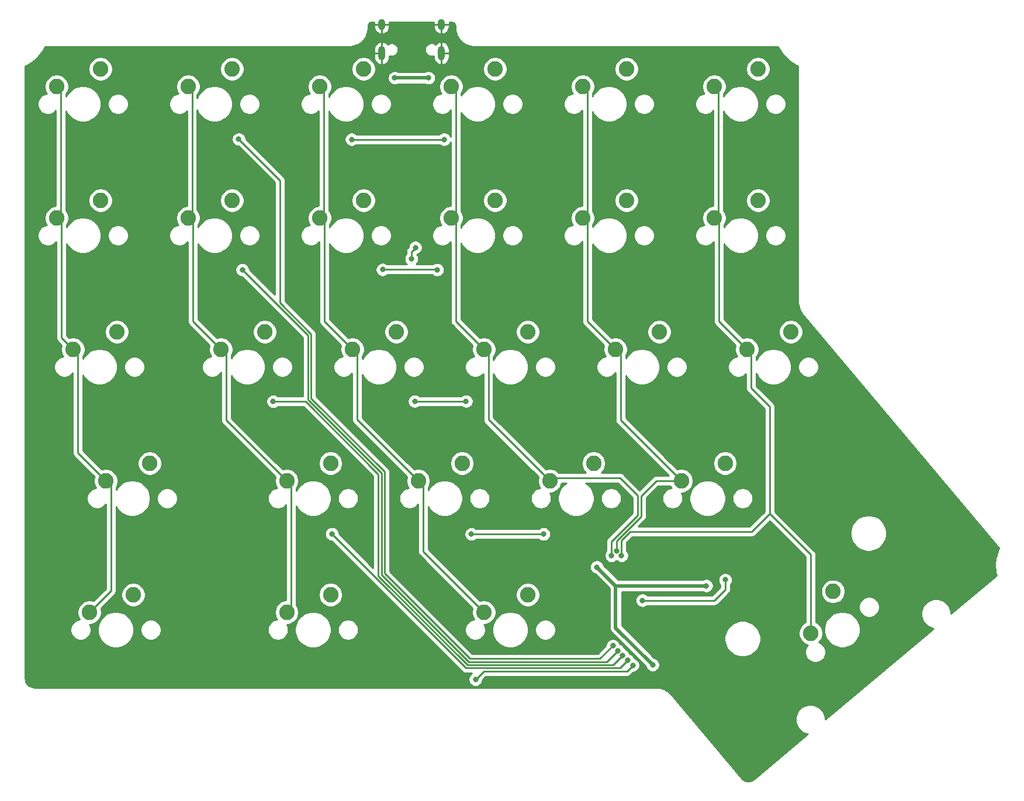
<source format=gbr>
%TF.GenerationSoftware,KiCad,Pcbnew,(5.1.9)-1*%
%TF.CreationDate,2021-07-09T15:31:46+02:00*%
%TF.ProjectId,GameHand,47616d65-4861-46e6-942e-6b696361645f,rev?*%
%TF.SameCoordinates,Original*%
%TF.FileFunction,Copper,L1,Top*%
%TF.FilePolarity,Positive*%
%FSLAX46Y46*%
G04 Gerber Fmt 4.6, Leading zero omitted, Abs format (unit mm)*
G04 Created by KiCad (PCBNEW (5.1.9)-1) date 2021-07-09 15:31:46*
%MOMM*%
%LPD*%
G01*
G04 APERTURE LIST*
%TA.AperFunction,ComponentPad*%
%ADD10C,2.250000*%
%TD*%
%TA.AperFunction,ComponentPad*%
%ADD11O,1.000000X2.100000*%
%TD*%
%TA.AperFunction,ComponentPad*%
%ADD12O,1.000000X1.600000*%
%TD*%
%TA.AperFunction,ViaPad*%
%ADD13C,0.800000*%
%TD*%
%TA.AperFunction,Conductor*%
%ADD14C,0.500000*%
%TD*%
%TA.AperFunction,Conductor*%
%ADD15C,0.250000*%
%TD*%
%TA.AperFunction,Conductor*%
%ADD16C,0.100000*%
%TD*%
G04 APERTURE END LIST*
D10*
%TO.P,MX43,2*%
%TO.N,Net-(D43-Pad2)*%
X173990000Y-95726250D03*
%TO.P,MX43,1*%
%TO.N,col3*%
X167640000Y-98266250D03*
%TD*%
D11*
%TO.P,J1,S1*%
%TO.N,GND*%
X151944800Y-36302400D03*
X143304800Y-36302400D03*
D12*
X143304800Y-32122400D03*
X151944800Y-32122400D03*
%TD*%
D10*
%TO.P,MX55,2*%
%TO.N,Net-(D55-Pad2)*%
X164465000Y-114776250D03*
%TO.P,MX55,1*%
%TO.N,col2*%
X158115000Y-117316250D03*
%TD*%
%TO.P,MX54,2*%
%TO.N,Net-(D54-Pad2)*%
X135890000Y-114776250D03*
%TO.P,MX54,1*%
%TO.N,col1*%
X129540000Y-117316250D03*
%TD*%
%TO.P,MX53,2*%
%TO.N,Net-(D53-Pad2)*%
X107315000Y-114776250D03*
%TO.P,MX53,1*%
%TO.N,col0*%
X100965000Y-117316250D03*
%TD*%
%TO.P,MX40,2*%
%TO.N,Net-(D40-Pad2)*%
X109696250Y-95726250D03*
%TO.P,MX40,1*%
%TO.N,col0*%
X103346250Y-98266250D03*
%TD*%
%TO.P,MX27,2*%
%TO.N,Net-(D27-Pad2)*%
X104933750Y-76676250D03*
%TO.P,MX27,1*%
%TO.N,col0*%
X98583750Y-79216250D03*
%TD*%
%TO.P,MX14,2*%
%TO.N,Net-(D14-Pad2)*%
X102552500Y-57626250D03*
%TO.P,MX14,1*%
%TO.N,col0*%
X96202500Y-60166250D03*
%TD*%
%TO.P,MX58,2*%
%TO.N,Net-(D58-Pad2)*%
X208687592Y-114313014D03*
%TO.P,MX58,1*%
%TO.N,col5*%
X205455890Y-120340468D03*
%TD*%
%TO.P,MX44,2*%
%TO.N,Net-(D44-Pad2)*%
X193040000Y-95726250D03*
%TO.P,MX44,1*%
%TO.N,col4*%
X186690000Y-98266250D03*
%TD*%
%TO.P,MX42,2*%
%TO.N,Net-(D42-Pad2)*%
X154940000Y-95726250D03*
%TO.P,MX42,1*%
%TO.N,col2*%
X148590000Y-98266250D03*
%TD*%
%TO.P,MX41,2*%
%TO.N,Net-(D41-Pad2)*%
X135890000Y-95726250D03*
%TO.P,MX41,1*%
%TO.N,col1*%
X129540000Y-98266250D03*
%TD*%
%TO.P,MX32,2*%
%TO.N,Net-(D32-Pad2)*%
X202565000Y-76676250D03*
%TO.P,MX32,1*%
%TO.N,col5*%
X196215000Y-79216250D03*
%TD*%
%TO.P,MX31,2*%
%TO.N,Net-(D31-Pad2)*%
X183515000Y-76676250D03*
%TO.P,MX31,1*%
%TO.N,col4*%
X177165000Y-79216250D03*
%TD*%
%TO.P,MX30,2*%
%TO.N,Net-(D30-Pad2)*%
X164465000Y-76676250D03*
%TO.P,MX30,1*%
%TO.N,col3*%
X158115000Y-79216250D03*
%TD*%
%TO.P,MX29,2*%
%TO.N,Net-(D29-Pad2)*%
X145415000Y-76676250D03*
%TO.P,MX29,1*%
%TO.N,col2*%
X139065000Y-79216250D03*
%TD*%
%TO.P,MX28,2*%
%TO.N,Net-(D28-Pad2)*%
X126365000Y-76676250D03*
%TO.P,MX28,1*%
%TO.N,col1*%
X120015000Y-79216250D03*
%TD*%
%TO.P,MX19,2*%
%TO.N,Net-(D19-Pad2)*%
X197802500Y-57626250D03*
%TO.P,MX19,1*%
%TO.N,col5*%
X191452500Y-60166250D03*
%TD*%
%TO.P,MX18,2*%
%TO.N,Net-(D18-Pad2)*%
X178752500Y-57626250D03*
%TO.P,MX18,1*%
%TO.N,col4*%
X172402500Y-60166250D03*
%TD*%
%TO.P,MX17,2*%
%TO.N,Net-(D17-Pad2)*%
X159702500Y-57626250D03*
%TO.P,MX17,1*%
%TO.N,col3*%
X153352500Y-60166250D03*
%TD*%
%TO.P,MX16,2*%
%TO.N,Net-(D16-Pad2)*%
X140652500Y-57626250D03*
%TO.P,MX16,1*%
%TO.N,col2*%
X134302500Y-60166250D03*
%TD*%
%TO.P,MX15,2*%
%TO.N,Net-(D15-Pad2)*%
X121602500Y-57626250D03*
%TO.P,MX15,1*%
%TO.N,col1*%
X115252500Y-60166250D03*
%TD*%
%TO.P,MX6,2*%
%TO.N,Net-(D6-Pad2)*%
X197802500Y-38576250D03*
%TO.P,MX6,1*%
%TO.N,col5*%
X191452500Y-41116250D03*
%TD*%
%TO.P,MX5,2*%
%TO.N,Net-(D5-Pad2)*%
X178752500Y-38576250D03*
%TO.P,MX5,1*%
%TO.N,col4*%
X172402500Y-41116250D03*
%TD*%
%TO.P,MX4,2*%
%TO.N,Net-(D4-Pad2)*%
X159702500Y-38576250D03*
%TO.P,MX4,1*%
%TO.N,col3*%
X153352500Y-41116250D03*
%TD*%
%TO.P,MX3,2*%
%TO.N,Net-(D3-Pad2)*%
X140652500Y-38576250D03*
%TO.P,MX3,1*%
%TO.N,col2*%
X134302500Y-41116250D03*
%TD*%
%TO.P,MX2,2*%
%TO.N,Net-(D2-Pad2)*%
X121602500Y-38576250D03*
%TO.P,MX2,1*%
%TO.N,col1*%
X115252500Y-41116250D03*
%TD*%
%TO.P,MX1,2*%
%TO.N,Net-(D1-Pad2)*%
X102552500Y-38576250D03*
%TO.P,MX1,1*%
%TO.N,col0*%
X96202500Y-41116250D03*
%TD*%
D13*
%TO.N,GND*%
X145389600Y-54279800D03*
%TO.N,+5V*%
X190322200Y-113487200D03*
X174472600Y-110769400D03*
X182549800Y-124942600D03*
%TO.N,row0*%
X138938000Y-48793400D03*
X152349200Y-48793400D03*
X122580400Y-48768000D03*
X176784000Y-122174000D03*
%TO.N,row1*%
X143433800Y-67665600D03*
X151333200Y-67691000D03*
X123113800Y-67691000D03*
X177495200Y-122885200D03*
%TO.N,row2*%
X148082000Y-86741000D03*
X155524200Y-86741000D03*
X127584200Y-86766400D03*
X178206400Y-123596400D03*
%TO.N,row3*%
X156286200Y-105994200D03*
X136092200Y-105967800D03*
X166751000Y-105994200D03*
X178943000Y-124307600D03*
%TO.N,row4*%
X156895800Y-127050800D03*
X179679600Y-124993400D03*
%TO.N,VCC*%
X145186400Y-39878000D03*
X150063200Y-39878000D03*
%TO.N,col3*%
X176592400Y-109097677D03*
%TO.N,col4*%
X177317400Y-108407200D03*
%TO.N,col5*%
X178042400Y-109100310D03*
%TO.N,Net-(R1-Pad2)*%
X147598300Y-66116200D03*
X148183600Y-64465200D03*
%TO.N,Net-(R4-Pad1)*%
X193073505Y-112615495D03*
X181076600Y-115595400D03*
%TD*%
D14*
%TO.N,+5V*%
X177190400Y-113487200D02*
X190322200Y-113487200D01*
X174472600Y-110769400D02*
X177190400Y-113487200D01*
X177190400Y-119583200D02*
X177190400Y-113487200D01*
X182549800Y-124942600D02*
X177190400Y-119583200D01*
D15*
%TO.N,row0*%
X138938000Y-48793400D02*
X152349200Y-48793400D01*
X143713200Y-111683800D02*
X143713199Y-96951799D01*
X156086360Y-124056960D02*
X143713200Y-111683800D01*
X133063410Y-79063010D02*
X133063410Y-77004200D01*
X143713199Y-96951799D02*
X133070600Y-86309200D01*
X133070600Y-86309200D02*
X133070600Y-79070200D01*
X133063410Y-77004200D02*
X128549400Y-72490190D01*
X128549400Y-54737000D02*
X122580400Y-48768000D01*
X128549400Y-72490190D02*
X128549400Y-54737000D01*
X176784000Y-122174000D02*
X174901040Y-124056960D01*
X133070600Y-79070200D02*
X133063410Y-79063010D01*
X174901040Y-124056960D02*
X156086360Y-124056960D01*
%TO.N,row1*%
X151307800Y-67665600D02*
X151333200Y-67691000D01*
X143433800Y-67665600D02*
X151307800Y-67665600D01*
X177495200Y-122885200D02*
X175873430Y-124506970D01*
X155899960Y-124506970D02*
X143263191Y-111870201D01*
X132613400Y-77190600D02*
X123113800Y-67691000D01*
X132613400Y-86488410D02*
X132613400Y-77190600D01*
X143263190Y-97138200D02*
X132613400Y-86488410D01*
X143263191Y-111870201D02*
X143263190Y-97138200D01*
X175873430Y-124506970D02*
X155899960Y-124506970D01*
%TO.N,row2*%
X148082000Y-86741000D02*
X155524200Y-86741000D01*
X132254980Y-86766400D02*
X127584200Y-86766400D01*
X142813180Y-97324600D02*
X132254980Y-86766400D01*
X142813180Y-112056600D02*
X142813180Y-97324600D01*
X155713560Y-124956980D02*
X142813180Y-112056600D01*
X176845820Y-124956980D02*
X155713560Y-124956980D01*
X178206400Y-123596400D02*
X176845820Y-124956980D01*
%TO.N,row3*%
X166751000Y-105994200D02*
X156286200Y-105994200D01*
X178943000Y-124307600D02*
X177843610Y-125406990D01*
X142363171Y-112238771D02*
X136092200Y-105967800D01*
X142363171Y-112243001D02*
X142363171Y-112238771D01*
X142363171Y-112243001D02*
X148067185Y-117947015D01*
X148067185Y-117947015D02*
X155142800Y-125022630D01*
X155527160Y-125406990D02*
X155142800Y-125022630D01*
X177843610Y-125406990D02*
X155527160Y-125406990D01*
%TO.N,row4*%
X178816000Y-125857000D02*
X179679600Y-124993400D01*
X156895800Y-127050800D02*
X158089600Y-125857000D01*
X158089600Y-125857000D02*
X178816000Y-125857000D01*
D14*
%TO.N,VCC*%
X145186400Y-39878000D02*
X150063200Y-39878000D01*
D15*
%TO.N,col0*%
X100965000Y-117316250D02*
X104063800Y-114217450D01*
X104063800Y-98983800D02*
X103346250Y-98266250D01*
X104063800Y-114217450D02*
X104063800Y-98983800D01*
X103346250Y-98266250D02*
X99288600Y-94208600D01*
X99288600Y-79921100D02*
X98583750Y-79216250D01*
X99288600Y-94208600D02*
X99288600Y-79921100D01*
X98583750Y-79216250D02*
X96901000Y-77533500D01*
X96901000Y-60864750D02*
X96202500Y-60166250D01*
X96901000Y-77533500D02*
X96901000Y-60864750D01*
X96202500Y-60166250D02*
X96202500Y-60134500D01*
X96202500Y-60134500D02*
X96850200Y-59486800D01*
X96850200Y-41763950D02*
X96202500Y-41116250D01*
X96850200Y-59486800D02*
X96850200Y-41763950D01*
%TO.N,col1*%
X120015000Y-79216250D02*
X115951000Y-75152250D01*
X115951000Y-60864750D02*
X115252500Y-60166250D01*
X115951000Y-75152250D02*
X115951000Y-60864750D01*
X115252500Y-60166250D02*
X115322350Y-60166250D01*
X115322350Y-60166250D02*
X115824000Y-59664600D01*
X115824000Y-41687750D02*
X115252500Y-41116250D01*
X115824000Y-59664600D02*
X115824000Y-41687750D01*
X129540000Y-98266250D02*
X120777000Y-89503250D01*
X120777000Y-79978250D02*
X120015000Y-79216250D01*
X120777000Y-89503250D02*
X120777000Y-79978250D01*
X129540000Y-117316250D02*
X129540000Y-117043200D01*
X129540000Y-117043200D02*
X130200400Y-116382800D01*
X130200400Y-98926650D02*
X129540000Y-98266250D01*
X130200400Y-116382800D02*
X130200400Y-98926650D01*
%TO.N,col2*%
X148590000Y-98266250D02*
X139750800Y-89427050D01*
X139750800Y-79902050D02*
X139065000Y-79216250D01*
X139750800Y-89427050D02*
X139750800Y-79902050D01*
X158115000Y-117316250D02*
X149301200Y-108502450D01*
X149301200Y-98977450D02*
X148590000Y-98266250D01*
X149301200Y-108502450D02*
X149301200Y-98977450D01*
X139065000Y-79216250D02*
X135001000Y-75152250D01*
X135001000Y-60864750D02*
X134302500Y-60166250D01*
X135001000Y-75152250D02*
X135001000Y-60864750D01*
X134302500Y-60166250D02*
X134321550Y-60166250D01*
X134321550Y-60166250D02*
X134924800Y-59563000D01*
X134924800Y-41738550D02*
X134302500Y-41116250D01*
X134924800Y-59563000D02*
X134924800Y-41738550D01*
%TO.N,col3*%
X167640000Y-98266250D02*
X158750000Y-89376250D01*
X158750000Y-79851250D02*
X158115000Y-79216250D01*
X158750000Y-89376250D02*
X158750000Y-79851250D01*
X158115000Y-79216250D02*
X154025600Y-75126850D01*
X154025600Y-60839350D02*
X153352500Y-60166250D01*
X154025600Y-75126850D02*
X154025600Y-60839350D01*
X153352500Y-60166250D02*
X153396950Y-60166250D01*
X153396950Y-60166250D02*
X154076400Y-59486800D01*
X154076400Y-41840150D02*
X153352500Y-41116250D01*
X154076400Y-59486800D02*
X154076400Y-41840150D01*
X167640000Y-98266250D02*
X167640000Y-98374200D01*
X180416200Y-103235210D02*
X176592400Y-107059010D01*
X180416200Y-100431600D02*
X180416200Y-103235210D01*
X177825400Y-97840800D02*
X180416200Y-100431600D01*
X176592400Y-107059010D02*
X176592400Y-109097677D01*
X168224200Y-97840800D02*
X177825400Y-97840800D01*
X167798750Y-98266250D02*
X168224200Y-97840800D01*
X167640000Y-98266250D02*
X167798750Y-98266250D01*
%TO.N,col4*%
X186690000Y-98266250D02*
X177901600Y-89477850D01*
X177901600Y-79952850D02*
X177165000Y-79216250D01*
X177901600Y-89477850D02*
X177901600Y-79952850D01*
X177165000Y-79216250D02*
X173126400Y-75177650D01*
X173126400Y-60890150D02*
X172402500Y-60166250D01*
X173126400Y-75177650D02*
X173126400Y-60890150D01*
X172402500Y-60166250D02*
X172402500Y-60134500D01*
X172402500Y-60134500D02*
X173075600Y-59461400D01*
X173075600Y-41789350D02*
X172402500Y-41116250D01*
X173075600Y-59461400D02*
X173075600Y-41789350D01*
X183056960Y-98266250D02*
X186690000Y-98266250D01*
X180866210Y-100457000D02*
X183056960Y-98266250D01*
X177317400Y-106970420D02*
X180866210Y-103421610D01*
X177317400Y-108407200D02*
X177317400Y-106970420D01*
X180866210Y-103421610D02*
X180866210Y-100457000D01*
%TO.N,col5*%
X196824600Y-79825850D02*
X196215000Y-79216250D01*
X196824600Y-84836000D02*
X196824600Y-79825850D01*
X196215000Y-79216250D02*
X192151000Y-75152250D01*
X192151000Y-60864750D02*
X191452500Y-60166250D01*
X192151000Y-75152250D02*
X192151000Y-60864750D01*
X191452500Y-60166250D02*
X191452500Y-60007500D01*
X191452500Y-60007500D02*
X192100200Y-59359800D01*
X192100200Y-41763950D02*
X191452500Y-41116250D01*
X192100200Y-59359800D02*
X192100200Y-41763950D01*
X178042400Y-106881830D02*
X178042400Y-109100310D01*
X179267420Y-105656810D02*
X178042400Y-106881830D01*
X205455890Y-120340468D02*
X205455890Y-111602890D01*
X199509810Y-87521210D02*
X196824600Y-84836000D01*
X196893610Y-105656810D02*
X199509810Y-103040610D01*
X192905810Y-105656810D02*
X196893610Y-105656810D01*
X199509810Y-103040610D02*
X199509810Y-87521210D01*
X192905810Y-105656810D02*
X179267420Y-105656810D01*
X205455890Y-108986690D02*
X199509810Y-103040610D01*
X205455890Y-111602890D02*
X205455890Y-108986690D01*
%TO.N,Net-(R1-Pad2)*%
X147598300Y-65050500D02*
X148183600Y-64465200D01*
X147598300Y-66116200D02*
X147598300Y-65050500D01*
%TO.N,Net-(R4-Pad1)*%
X181076600Y-115595400D02*
X191490600Y-115595400D01*
X193073505Y-114012495D02*
X193073505Y-112615495D01*
X191490600Y-115595400D02*
X193073505Y-114012495D01*
%TD*%
%TO.N,GND*%
X142171800Y-32120400D02*
X143302800Y-32120400D01*
X143302800Y-32100400D01*
X143306800Y-32100400D01*
X143306800Y-32120400D01*
X144437800Y-32120400D01*
X144437800Y-31848800D01*
X150811800Y-31848800D01*
X150811800Y-32120400D01*
X151942800Y-32120400D01*
X151942800Y-32100400D01*
X151946800Y-32100400D01*
X151946800Y-32120400D01*
X153077800Y-32120400D01*
X153077800Y-31848800D01*
X153458800Y-31848800D01*
X153580908Y-31860773D01*
X153666244Y-31886537D01*
X153744949Y-31928385D01*
X153814023Y-31984721D01*
X153870845Y-32053407D01*
X153913238Y-32131812D01*
X153939596Y-32216961D01*
X153952200Y-32336883D01*
X153952200Y-32685245D01*
X153955147Y-32715162D01*
X153955060Y-32727566D01*
X153955991Y-32737056D01*
X153996792Y-33125249D01*
X154009241Y-33185896D01*
X154020839Y-33246695D01*
X154023595Y-33255824D01*
X154139019Y-33628700D01*
X154163006Y-33685763D01*
X154186198Y-33743163D01*
X154190674Y-33751584D01*
X154376325Y-34094938D01*
X154410968Y-34146297D01*
X154444838Y-34198056D01*
X154450864Y-34205447D01*
X154699671Y-34506203D01*
X154743621Y-34549846D01*
X154786908Y-34594050D01*
X154794256Y-34600129D01*
X155096740Y-34846830D01*
X155148303Y-34881088D01*
X155199379Y-34916060D01*
X155207768Y-34920596D01*
X155552411Y-35103846D01*
X155609631Y-35127431D01*
X155666542Y-35151822D01*
X155675648Y-35154641D01*
X155675654Y-35154643D01*
X156049323Y-35267460D01*
X156110048Y-35279484D01*
X156170598Y-35292354D01*
X156180082Y-35293351D01*
X156568551Y-35331441D01*
X156568556Y-35331441D01*
X156601656Y-35334701D01*
X200731616Y-35334698D01*
X200900183Y-35686525D01*
X200911451Y-35705692D01*
X200920665Y-35725933D01*
X200954790Y-35780487D01*
X201484584Y-36544856D01*
X201500925Y-36564625D01*
X201515336Y-36585849D01*
X201558164Y-36633873D01*
X202209170Y-37298049D01*
X202228609Y-37314783D01*
X202246391Y-37333276D01*
X202296698Y-37373397D01*
X203050305Y-37918390D01*
X203072283Y-37931608D01*
X203092928Y-37946842D01*
X203149276Y-37977914D01*
X203602288Y-38200565D01*
X203609207Y-72398284D01*
X203611074Y-72417204D01*
X203622729Y-72625663D01*
X203630020Y-72672762D01*
X203634672Y-72720201D01*
X203636589Y-72729542D01*
X203717744Y-73111345D01*
X203736460Y-73170344D01*
X203754354Y-73229611D01*
X203758049Y-73238402D01*
X203911817Y-73597170D01*
X203941650Y-73651435D01*
X203970703Y-73706075D01*
X203976035Y-73713981D01*
X204196560Y-74036049D01*
X204196569Y-74036060D01*
X204215490Y-74063698D01*
X232693223Y-107977284D01*
X232532132Y-108332407D01*
X232524693Y-108353358D01*
X232515110Y-108373427D01*
X232495254Y-108434634D01*
X232250259Y-109331806D01*
X232245619Y-109357028D01*
X232238623Y-109381713D01*
X232229363Y-109445391D01*
X232139034Y-110371016D01*
X232138710Y-110396668D01*
X232135974Y-110422171D01*
X232137575Y-110486499D01*
X232204495Y-111414109D01*
X232208498Y-111439448D01*
X232210098Y-111465048D01*
X232222515Y-111528186D01*
X232343100Y-112018149D01*
X225774788Y-117527472D01*
X225774788Y-117322384D01*
X225691896Y-116905656D01*
X225529297Y-116513107D01*
X225293239Y-116159823D01*
X224992795Y-115859379D01*
X224639511Y-115623321D01*
X224246962Y-115460722D01*
X223830234Y-115377830D01*
X223405342Y-115377830D01*
X222988614Y-115460722D01*
X222596065Y-115623321D01*
X222242781Y-115859379D01*
X221942337Y-116159823D01*
X221706279Y-116513107D01*
X221543680Y-116905656D01*
X221460788Y-117322384D01*
X221460788Y-117747276D01*
X221543680Y-118164004D01*
X221706279Y-118556553D01*
X221942337Y-118909837D01*
X222242781Y-119210281D01*
X222596065Y-119446339D01*
X222988614Y-119608938D01*
X223234837Y-119657915D01*
X207533355Y-132827895D01*
X207533355Y-132628764D01*
X207450463Y-132212036D01*
X207287864Y-131819487D01*
X207051806Y-131466203D01*
X206751362Y-131165759D01*
X206398078Y-130929701D01*
X206005529Y-130767102D01*
X205588801Y-130684210D01*
X205163909Y-130684210D01*
X204747181Y-130767102D01*
X204354632Y-130929701D01*
X204001348Y-131165759D01*
X203700904Y-131466203D01*
X203464846Y-131819487D01*
X203302247Y-132212036D01*
X203219355Y-132628764D01*
X203219355Y-133053656D01*
X203302247Y-133470384D01*
X203464846Y-133862933D01*
X203700904Y-134216217D01*
X204001348Y-134516661D01*
X204354632Y-134752719D01*
X204747181Y-134915318D01*
X204987664Y-134963153D01*
X197362659Y-141358801D01*
X197115435Y-141561873D01*
X196889472Y-141683033D01*
X196644286Y-141757994D01*
X196389200Y-141783905D01*
X196133941Y-141759775D01*
X195888235Y-141686527D01*
X195661436Y-141566950D01*
X195455964Y-141400561D01*
X185166512Y-129151138D01*
X185155555Y-129140428D01*
X185045045Y-129020250D01*
X185012167Y-128990854D01*
X184981314Y-128959348D01*
X184973966Y-128953269D01*
X184671481Y-128706568D01*
X184619911Y-128672305D01*
X184568841Y-128637337D01*
X184560453Y-128632801D01*
X184215810Y-128449552D01*
X184158583Y-128425965D01*
X184101680Y-128401577D01*
X184092570Y-128398757D01*
X183718898Y-128285939D01*
X183658188Y-128273918D01*
X183597624Y-128261045D01*
X183588140Y-128260048D01*
X183199671Y-128221958D01*
X183199661Y-128221958D01*
X183166541Y-128218697D01*
X93022798Y-128222000D01*
X92734228Y-128193705D01*
X92488779Y-128119599D01*
X92262398Y-127999231D01*
X92063704Y-127837180D01*
X91900271Y-127639622D01*
X91778323Y-127414084D01*
X91702507Y-127169163D01*
X91672397Y-126882680D01*
X91668471Y-43507725D01*
X93424500Y-43507725D01*
X93424500Y-43804775D01*
X93482451Y-44096118D01*
X93596127Y-44370556D01*
X93761160Y-44617544D01*
X93971206Y-44827590D01*
X94218194Y-44992623D01*
X94492632Y-45106299D01*
X94783975Y-45164250D01*
X95081025Y-45164250D01*
X95372368Y-45106299D01*
X95646806Y-44992623D01*
X95893794Y-44827590D01*
X96092201Y-44629183D01*
X96092200Y-58408250D01*
X96029352Y-58408250D01*
X95689710Y-58475809D01*
X95369775Y-58608331D01*
X95081840Y-58800722D01*
X94836972Y-59045590D01*
X94644581Y-59333525D01*
X94512059Y-59653460D01*
X94444500Y-59993102D01*
X94444500Y-60339398D01*
X94512059Y-60679040D01*
X94644581Y-60998975D01*
X94778464Y-61199346D01*
X94492632Y-61256201D01*
X94218194Y-61369877D01*
X93971206Y-61534910D01*
X93761160Y-61744956D01*
X93596127Y-61991944D01*
X93482451Y-62266382D01*
X93424500Y-62557725D01*
X93424500Y-62854775D01*
X93482451Y-63146118D01*
X93596127Y-63420556D01*
X93761160Y-63667544D01*
X93971206Y-63877590D01*
X94218194Y-64042623D01*
X94492632Y-64156299D01*
X94783975Y-64214250D01*
X95081025Y-64214250D01*
X95372368Y-64156299D01*
X95646806Y-64042623D01*
X95893794Y-63877590D01*
X96103840Y-63667544D01*
X96143001Y-63608936D01*
X96143000Y-77496268D01*
X96139333Y-77533500D01*
X96143000Y-77570731D01*
X96153968Y-77682093D01*
X96197311Y-77824976D01*
X96267697Y-77956659D01*
X96362420Y-78072080D01*
X96391351Y-78095823D01*
X96924262Y-78628734D01*
X96893309Y-78703460D01*
X96825750Y-79043102D01*
X96825750Y-79389398D01*
X96893309Y-79729040D01*
X97025831Y-80048975D01*
X97159714Y-80249346D01*
X96873882Y-80306201D01*
X96599444Y-80419877D01*
X96352456Y-80584910D01*
X96142410Y-80794956D01*
X95977377Y-81041944D01*
X95863701Y-81316382D01*
X95805750Y-81607725D01*
X95805750Y-81904775D01*
X95863701Y-82196118D01*
X95977377Y-82470556D01*
X96142410Y-82717544D01*
X96352456Y-82927590D01*
X96599444Y-83092623D01*
X96873882Y-83206299D01*
X97165225Y-83264250D01*
X97462275Y-83264250D01*
X97753618Y-83206299D01*
X98028056Y-83092623D01*
X98275044Y-82927590D01*
X98485090Y-82717544D01*
X98530601Y-82649433D01*
X98530600Y-94171368D01*
X98526933Y-94208600D01*
X98530600Y-94245831D01*
X98541568Y-94357193D01*
X98584911Y-94500076D01*
X98655297Y-94631759D01*
X98750020Y-94747180D01*
X98778952Y-94770924D01*
X101686761Y-97678735D01*
X101655809Y-97753460D01*
X101588250Y-98093102D01*
X101588250Y-98439398D01*
X101655809Y-98779040D01*
X101788331Y-99098975D01*
X101922214Y-99299346D01*
X101636382Y-99356201D01*
X101361944Y-99469877D01*
X101114956Y-99634910D01*
X100904910Y-99844956D01*
X100739877Y-100091944D01*
X100626201Y-100366382D01*
X100568250Y-100657725D01*
X100568250Y-100954775D01*
X100626201Y-101246118D01*
X100739877Y-101520556D01*
X100904910Y-101767544D01*
X101114956Y-101977590D01*
X101361944Y-102142623D01*
X101636382Y-102256299D01*
X101927725Y-102314250D01*
X102224775Y-102314250D01*
X102516118Y-102256299D01*
X102790556Y-102142623D01*
X103037544Y-101977590D01*
X103247590Y-101767544D01*
X103305801Y-101680426D01*
X103305800Y-113903477D01*
X101552516Y-115656762D01*
X101477790Y-115625809D01*
X101138148Y-115558250D01*
X100791852Y-115558250D01*
X100452210Y-115625809D01*
X100132275Y-115758331D01*
X99844340Y-115950722D01*
X99599472Y-116195590D01*
X99407081Y-116483525D01*
X99274559Y-116803460D01*
X99207000Y-117143102D01*
X99207000Y-117489398D01*
X99274559Y-117829040D01*
X99407081Y-118148975D01*
X99540964Y-118349346D01*
X99255132Y-118406201D01*
X98980694Y-118519877D01*
X98733706Y-118684910D01*
X98523660Y-118894956D01*
X98358627Y-119141944D01*
X98244951Y-119416382D01*
X98187000Y-119707725D01*
X98187000Y-120004775D01*
X98244951Y-120296118D01*
X98358627Y-120570556D01*
X98523660Y-120817544D01*
X98733706Y-121027590D01*
X98980694Y-121192623D01*
X99255132Y-121306299D01*
X99546475Y-121364250D01*
X99843525Y-121364250D01*
X100134868Y-121306299D01*
X100409306Y-121192623D01*
X100656294Y-121027590D01*
X100866340Y-120817544D01*
X101031373Y-120570556D01*
X101145049Y-120296118D01*
X101203000Y-120004775D01*
X101203000Y-119707725D01*
X101181080Y-119597523D01*
X102148100Y-119597523D01*
X102148100Y-120114977D01*
X102249051Y-120622488D01*
X102447072Y-121100554D01*
X102734554Y-121530801D01*
X103100449Y-121896696D01*
X103530696Y-122184178D01*
X104008762Y-122382199D01*
X104516273Y-122483150D01*
X105033727Y-122483150D01*
X105541238Y-122382199D01*
X106019304Y-122184178D01*
X106449551Y-121896696D01*
X106815446Y-121530801D01*
X107102928Y-121100554D01*
X107300949Y-120622488D01*
X107401900Y-120114977D01*
X107401900Y-119707725D01*
X108347000Y-119707725D01*
X108347000Y-120004775D01*
X108404951Y-120296118D01*
X108518627Y-120570556D01*
X108683660Y-120817544D01*
X108893706Y-121027590D01*
X109140694Y-121192623D01*
X109415132Y-121306299D01*
X109706475Y-121364250D01*
X110003525Y-121364250D01*
X110294868Y-121306299D01*
X110569306Y-121192623D01*
X110816294Y-121027590D01*
X111026340Y-120817544D01*
X111191373Y-120570556D01*
X111305049Y-120296118D01*
X111363000Y-120004775D01*
X111363000Y-119707725D01*
X111305049Y-119416382D01*
X111191373Y-119141944D01*
X111026340Y-118894956D01*
X110816294Y-118684910D01*
X110569306Y-118519877D01*
X110294868Y-118406201D01*
X110003525Y-118348250D01*
X109706475Y-118348250D01*
X109415132Y-118406201D01*
X109140694Y-118519877D01*
X108893706Y-118684910D01*
X108683660Y-118894956D01*
X108518627Y-119141944D01*
X108404951Y-119416382D01*
X108347000Y-119707725D01*
X107401900Y-119707725D01*
X107401900Y-119597523D01*
X107300949Y-119090012D01*
X107102928Y-118611946D01*
X106815446Y-118181699D01*
X106449551Y-117815804D01*
X106019304Y-117528322D01*
X105541238Y-117330301D01*
X105033727Y-117229350D01*
X104516273Y-117229350D01*
X104008762Y-117330301D01*
X103530696Y-117528322D01*
X103100449Y-117815804D01*
X102734554Y-118181699D01*
X102447072Y-118611946D01*
X102249051Y-119090012D01*
X102148100Y-119597523D01*
X101181080Y-119597523D01*
X101145049Y-119416382D01*
X101031373Y-119141944D01*
X100986141Y-119074250D01*
X101138148Y-119074250D01*
X101477790Y-119006691D01*
X101797725Y-118874169D01*
X102085660Y-118681778D01*
X102330528Y-118436910D01*
X102522919Y-118148975D01*
X102655441Y-117829040D01*
X102723000Y-117489398D01*
X102723000Y-117143102D01*
X102655441Y-116803460D01*
X102624488Y-116728734D01*
X104573455Y-114779768D01*
X104602380Y-114756030D01*
X104697103Y-114640610D01*
X104717151Y-114603102D01*
X105557000Y-114603102D01*
X105557000Y-114949398D01*
X105624559Y-115289040D01*
X105757081Y-115608975D01*
X105949472Y-115896910D01*
X106194340Y-116141778D01*
X106482275Y-116334169D01*
X106802210Y-116466691D01*
X107141852Y-116534250D01*
X107488148Y-116534250D01*
X107827790Y-116466691D01*
X108147725Y-116334169D01*
X108435660Y-116141778D01*
X108680528Y-115896910D01*
X108872919Y-115608975D01*
X109005441Y-115289040D01*
X109073000Y-114949398D01*
X109073000Y-114603102D01*
X109005441Y-114263460D01*
X108872919Y-113943525D01*
X108680528Y-113655590D01*
X108435660Y-113410722D01*
X108147725Y-113218331D01*
X107827790Y-113085809D01*
X107488148Y-113018250D01*
X107141852Y-113018250D01*
X106802210Y-113085809D01*
X106482275Y-113218331D01*
X106194340Y-113410722D01*
X105949472Y-113655590D01*
X105757081Y-113943525D01*
X105624559Y-114263460D01*
X105557000Y-114603102D01*
X104717151Y-114603102D01*
X104767489Y-114508927D01*
X104810832Y-114366044D01*
X104821800Y-114254682D01*
X104821800Y-114254681D01*
X104825467Y-114217450D01*
X104821800Y-114180218D01*
X104821800Y-102034808D01*
X104828322Y-102050554D01*
X105115804Y-102480801D01*
X105481699Y-102846696D01*
X105911946Y-103134178D01*
X106390012Y-103332199D01*
X106897523Y-103433150D01*
X107414977Y-103433150D01*
X107922488Y-103332199D01*
X108400554Y-103134178D01*
X108830801Y-102846696D01*
X109196696Y-102480801D01*
X109484178Y-102050554D01*
X109682199Y-101572488D01*
X109783150Y-101064977D01*
X109783150Y-100657725D01*
X110728250Y-100657725D01*
X110728250Y-100954775D01*
X110786201Y-101246118D01*
X110899877Y-101520556D01*
X111064910Y-101767544D01*
X111274956Y-101977590D01*
X111521944Y-102142623D01*
X111796382Y-102256299D01*
X112087725Y-102314250D01*
X112384775Y-102314250D01*
X112676118Y-102256299D01*
X112950556Y-102142623D01*
X113197544Y-101977590D01*
X113407590Y-101767544D01*
X113572623Y-101520556D01*
X113686299Y-101246118D01*
X113744250Y-100954775D01*
X113744250Y-100657725D01*
X113686299Y-100366382D01*
X113572623Y-100091944D01*
X113407590Y-99844956D01*
X113197544Y-99634910D01*
X112950556Y-99469877D01*
X112676118Y-99356201D01*
X112384775Y-99298250D01*
X112087725Y-99298250D01*
X111796382Y-99356201D01*
X111521944Y-99469877D01*
X111274956Y-99634910D01*
X111064910Y-99844956D01*
X110899877Y-100091944D01*
X110786201Y-100366382D01*
X110728250Y-100657725D01*
X109783150Y-100657725D01*
X109783150Y-100547523D01*
X109682199Y-100040012D01*
X109484178Y-99561946D01*
X109196696Y-99131699D01*
X108830801Y-98765804D01*
X108400554Y-98478322D01*
X107922488Y-98280301D01*
X107414977Y-98179350D01*
X106897523Y-98179350D01*
X106390012Y-98280301D01*
X105911946Y-98478322D01*
X105481699Y-98765804D01*
X105115804Y-99131699D01*
X104828322Y-99561946D01*
X104821800Y-99577692D01*
X104821800Y-99222250D01*
X104904169Y-99098975D01*
X105036691Y-98779040D01*
X105104250Y-98439398D01*
X105104250Y-98093102D01*
X105036691Y-97753460D01*
X104904169Y-97433525D01*
X104711778Y-97145590D01*
X104466910Y-96900722D01*
X104178975Y-96708331D01*
X103859040Y-96575809D01*
X103519398Y-96508250D01*
X103173102Y-96508250D01*
X102833460Y-96575809D01*
X102758735Y-96606761D01*
X101705076Y-95553102D01*
X107938250Y-95553102D01*
X107938250Y-95899398D01*
X108005809Y-96239040D01*
X108138331Y-96558975D01*
X108330722Y-96846910D01*
X108575590Y-97091778D01*
X108863525Y-97284169D01*
X109183460Y-97416691D01*
X109523102Y-97484250D01*
X109869398Y-97484250D01*
X110209040Y-97416691D01*
X110528975Y-97284169D01*
X110816910Y-97091778D01*
X111061778Y-96846910D01*
X111254169Y-96558975D01*
X111386691Y-96239040D01*
X111454250Y-95899398D01*
X111454250Y-95553102D01*
X111386691Y-95213460D01*
X111254169Y-94893525D01*
X111061778Y-94605590D01*
X110816910Y-94360722D01*
X110528975Y-94168331D01*
X110209040Y-94035809D01*
X109869398Y-93968250D01*
X109523102Y-93968250D01*
X109183460Y-94035809D01*
X108863525Y-94168331D01*
X108575590Y-94360722D01*
X108330722Y-94605590D01*
X108138331Y-94893525D01*
X108005809Y-95213460D01*
X107938250Y-95553102D01*
X101705076Y-95553102D01*
X100046600Y-93894628D01*
X100046600Y-82954148D01*
X100065822Y-83000554D01*
X100353304Y-83430801D01*
X100719199Y-83796696D01*
X101149446Y-84084178D01*
X101627512Y-84282199D01*
X102135023Y-84383150D01*
X102652477Y-84383150D01*
X103159988Y-84282199D01*
X103638054Y-84084178D01*
X104068301Y-83796696D01*
X104434196Y-83430801D01*
X104721678Y-83000554D01*
X104919699Y-82522488D01*
X105020650Y-82014977D01*
X105020650Y-81607725D01*
X105965750Y-81607725D01*
X105965750Y-81904775D01*
X106023701Y-82196118D01*
X106137377Y-82470556D01*
X106302410Y-82717544D01*
X106512456Y-82927590D01*
X106759444Y-83092623D01*
X107033882Y-83206299D01*
X107325225Y-83264250D01*
X107622275Y-83264250D01*
X107913618Y-83206299D01*
X108188056Y-83092623D01*
X108435044Y-82927590D01*
X108645090Y-82717544D01*
X108810123Y-82470556D01*
X108923799Y-82196118D01*
X108981750Y-81904775D01*
X108981750Y-81607725D01*
X108923799Y-81316382D01*
X108810123Y-81041944D01*
X108645090Y-80794956D01*
X108435044Y-80584910D01*
X108188056Y-80419877D01*
X107913618Y-80306201D01*
X107622275Y-80248250D01*
X107325225Y-80248250D01*
X107033882Y-80306201D01*
X106759444Y-80419877D01*
X106512456Y-80584910D01*
X106302410Y-80794956D01*
X106137377Y-81041944D01*
X106023701Y-81316382D01*
X105965750Y-81607725D01*
X105020650Y-81607725D01*
X105020650Y-81497523D01*
X104919699Y-80990012D01*
X104721678Y-80511946D01*
X104434196Y-80081699D01*
X104068301Y-79715804D01*
X103638054Y-79428322D01*
X103159988Y-79230301D01*
X102652477Y-79129350D01*
X102135023Y-79129350D01*
X101627512Y-79230301D01*
X101149446Y-79428322D01*
X100719199Y-79715804D01*
X100353304Y-80081699D01*
X100065822Y-80511946D01*
X100046600Y-80558352D01*
X100046600Y-80191257D01*
X100141669Y-80048975D01*
X100274191Y-79729040D01*
X100341750Y-79389398D01*
X100341750Y-79043102D01*
X100274191Y-78703460D01*
X100141669Y-78383525D01*
X99949278Y-78095590D01*
X99704410Y-77850722D01*
X99416475Y-77658331D01*
X99096540Y-77525809D01*
X98756898Y-77458250D01*
X98410602Y-77458250D01*
X98070960Y-77525809D01*
X97996234Y-77556762D01*
X97659000Y-77219528D01*
X97659000Y-76503102D01*
X103175750Y-76503102D01*
X103175750Y-76849398D01*
X103243309Y-77189040D01*
X103375831Y-77508975D01*
X103568222Y-77796910D01*
X103813090Y-78041778D01*
X104101025Y-78234169D01*
X104420960Y-78366691D01*
X104760602Y-78434250D01*
X105106898Y-78434250D01*
X105446540Y-78366691D01*
X105766475Y-78234169D01*
X106054410Y-78041778D01*
X106299278Y-77796910D01*
X106491669Y-77508975D01*
X106624191Y-77189040D01*
X106691750Y-76849398D01*
X106691750Y-76503102D01*
X106624191Y-76163460D01*
X106491669Y-75843525D01*
X106299278Y-75555590D01*
X106054410Y-75310722D01*
X105766475Y-75118331D01*
X105446540Y-74985809D01*
X105106898Y-74918250D01*
X104760602Y-74918250D01*
X104420960Y-74985809D01*
X104101025Y-75118331D01*
X103813090Y-75310722D01*
X103568222Y-75555590D01*
X103375831Y-75843525D01*
X103243309Y-76163460D01*
X103175750Y-76503102D01*
X97659000Y-76503102D01*
X97659000Y-63888818D01*
X97684572Y-63950554D01*
X97972054Y-64380801D01*
X98337949Y-64746696D01*
X98768196Y-65034178D01*
X99246262Y-65232199D01*
X99753773Y-65333150D01*
X100271227Y-65333150D01*
X100778738Y-65232199D01*
X101256804Y-65034178D01*
X101687051Y-64746696D01*
X102052946Y-64380801D01*
X102340428Y-63950554D01*
X102538449Y-63472488D01*
X102639400Y-62964977D01*
X102639400Y-62557725D01*
X103584500Y-62557725D01*
X103584500Y-62854775D01*
X103642451Y-63146118D01*
X103756127Y-63420556D01*
X103921160Y-63667544D01*
X104131206Y-63877590D01*
X104378194Y-64042623D01*
X104652632Y-64156299D01*
X104943975Y-64214250D01*
X105241025Y-64214250D01*
X105532368Y-64156299D01*
X105806806Y-64042623D01*
X106053794Y-63877590D01*
X106263840Y-63667544D01*
X106428873Y-63420556D01*
X106542549Y-63146118D01*
X106600500Y-62854775D01*
X106600500Y-62557725D01*
X106542549Y-62266382D01*
X106428873Y-61991944D01*
X106263840Y-61744956D01*
X106053794Y-61534910D01*
X105806806Y-61369877D01*
X105532368Y-61256201D01*
X105241025Y-61198250D01*
X104943975Y-61198250D01*
X104652632Y-61256201D01*
X104378194Y-61369877D01*
X104131206Y-61534910D01*
X103921160Y-61744956D01*
X103756127Y-61991944D01*
X103642451Y-62266382D01*
X103584500Y-62557725D01*
X102639400Y-62557725D01*
X102639400Y-62447523D01*
X102538449Y-61940012D01*
X102340428Y-61461946D01*
X102052946Y-61031699D01*
X101687051Y-60665804D01*
X101256804Y-60378322D01*
X100778738Y-60180301D01*
X100271227Y-60079350D01*
X99753773Y-60079350D01*
X99246262Y-60180301D01*
X98768196Y-60378322D01*
X98337949Y-60665804D01*
X97972054Y-61031699D01*
X97684572Y-61461946D01*
X97659000Y-61523682D01*
X97659000Y-61150760D01*
X97760419Y-60998975D01*
X97892941Y-60679040D01*
X97960500Y-60339398D01*
X97960500Y-59993102D01*
X97892941Y-59653460D01*
X97760419Y-59333525D01*
X97608200Y-59105712D01*
X97608200Y-57453102D01*
X100794500Y-57453102D01*
X100794500Y-57799398D01*
X100862059Y-58139040D01*
X100994581Y-58458975D01*
X101186972Y-58746910D01*
X101431840Y-58991778D01*
X101719775Y-59184169D01*
X102039710Y-59316691D01*
X102379352Y-59384250D01*
X102725648Y-59384250D01*
X103065290Y-59316691D01*
X103385225Y-59184169D01*
X103673160Y-58991778D01*
X103918028Y-58746910D01*
X104110419Y-58458975D01*
X104242941Y-58139040D01*
X104310500Y-57799398D01*
X104310500Y-57453102D01*
X104242941Y-57113460D01*
X104110419Y-56793525D01*
X103918028Y-56505590D01*
X103673160Y-56260722D01*
X103385225Y-56068331D01*
X103065290Y-55935809D01*
X102725648Y-55868250D01*
X102379352Y-55868250D01*
X102039710Y-55935809D01*
X101719775Y-56068331D01*
X101431840Y-56260722D01*
X101186972Y-56505590D01*
X100994581Y-56793525D01*
X100862059Y-57113460D01*
X100794500Y-57453102D01*
X97608200Y-57453102D01*
X97608200Y-44716175D01*
X97684572Y-44900554D01*
X97972054Y-45330801D01*
X98337949Y-45696696D01*
X98768196Y-45984178D01*
X99246262Y-46182199D01*
X99753773Y-46283150D01*
X100271227Y-46283150D01*
X100778738Y-46182199D01*
X101256804Y-45984178D01*
X101687051Y-45696696D01*
X102052946Y-45330801D01*
X102340428Y-44900554D01*
X102538449Y-44422488D01*
X102639400Y-43914977D01*
X102639400Y-43507725D01*
X103584500Y-43507725D01*
X103584500Y-43804775D01*
X103642451Y-44096118D01*
X103756127Y-44370556D01*
X103921160Y-44617544D01*
X104131206Y-44827590D01*
X104378194Y-44992623D01*
X104652632Y-45106299D01*
X104943975Y-45164250D01*
X105241025Y-45164250D01*
X105532368Y-45106299D01*
X105806806Y-44992623D01*
X106053794Y-44827590D01*
X106263840Y-44617544D01*
X106428873Y-44370556D01*
X106542549Y-44096118D01*
X106600500Y-43804775D01*
X106600500Y-43507725D01*
X112474500Y-43507725D01*
X112474500Y-43804775D01*
X112532451Y-44096118D01*
X112646127Y-44370556D01*
X112811160Y-44617544D01*
X113021206Y-44827590D01*
X113268194Y-44992623D01*
X113542632Y-45106299D01*
X113833975Y-45164250D01*
X114131025Y-45164250D01*
X114422368Y-45106299D01*
X114696806Y-44992623D01*
X114943794Y-44827590D01*
X115066001Y-44705383D01*
X115066000Y-58410906D01*
X114739710Y-58475809D01*
X114419775Y-58608331D01*
X114131840Y-58800722D01*
X113886972Y-59045590D01*
X113694581Y-59333525D01*
X113562059Y-59653460D01*
X113494500Y-59993102D01*
X113494500Y-60339398D01*
X113562059Y-60679040D01*
X113694581Y-60998975D01*
X113828464Y-61199346D01*
X113542632Y-61256201D01*
X113268194Y-61369877D01*
X113021206Y-61534910D01*
X112811160Y-61744956D01*
X112646127Y-61991944D01*
X112532451Y-62266382D01*
X112474500Y-62557725D01*
X112474500Y-62854775D01*
X112532451Y-63146118D01*
X112646127Y-63420556D01*
X112811160Y-63667544D01*
X113021206Y-63877590D01*
X113268194Y-64042623D01*
X113542632Y-64156299D01*
X113833975Y-64214250D01*
X114131025Y-64214250D01*
X114422368Y-64156299D01*
X114696806Y-64042623D01*
X114943794Y-63877590D01*
X115153840Y-63667544D01*
X115193001Y-63608936D01*
X115193000Y-75115018D01*
X115189333Y-75152250D01*
X115193000Y-75189481D01*
X115203968Y-75300843D01*
X115247311Y-75443726D01*
X115317697Y-75575409D01*
X115412420Y-75690830D01*
X115441352Y-75714574D01*
X118355512Y-78628734D01*
X118324559Y-78703460D01*
X118257000Y-79043102D01*
X118257000Y-79389398D01*
X118324559Y-79729040D01*
X118457081Y-80048975D01*
X118590964Y-80249346D01*
X118305132Y-80306201D01*
X118030694Y-80419877D01*
X117783706Y-80584910D01*
X117573660Y-80794956D01*
X117408627Y-81041944D01*
X117294951Y-81316382D01*
X117237000Y-81607725D01*
X117237000Y-81904775D01*
X117294951Y-82196118D01*
X117408627Y-82470556D01*
X117573660Y-82717544D01*
X117783706Y-82927590D01*
X118030694Y-83092623D01*
X118305132Y-83206299D01*
X118596475Y-83264250D01*
X118893525Y-83264250D01*
X119184868Y-83206299D01*
X119459306Y-83092623D01*
X119706294Y-82927590D01*
X119916340Y-82717544D01*
X120019001Y-82563902D01*
X120019000Y-89466018D01*
X120015333Y-89503250D01*
X120019000Y-89540481D01*
X120029968Y-89651843D01*
X120073311Y-89794726D01*
X120143697Y-89926409D01*
X120238420Y-90041830D01*
X120267352Y-90065574D01*
X127880511Y-97678735D01*
X127849559Y-97753460D01*
X127782000Y-98093102D01*
X127782000Y-98439398D01*
X127849559Y-98779040D01*
X127982081Y-99098975D01*
X128115964Y-99299346D01*
X127830132Y-99356201D01*
X127555694Y-99469877D01*
X127308706Y-99634910D01*
X127098660Y-99844956D01*
X126933627Y-100091944D01*
X126819951Y-100366382D01*
X126762000Y-100657725D01*
X126762000Y-100954775D01*
X126819951Y-101246118D01*
X126933627Y-101520556D01*
X127098660Y-101767544D01*
X127308706Y-101977590D01*
X127555694Y-102142623D01*
X127830132Y-102256299D01*
X128121475Y-102314250D01*
X128418525Y-102314250D01*
X128709868Y-102256299D01*
X128984306Y-102142623D01*
X129231294Y-101977590D01*
X129441340Y-101767544D01*
X129442401Y-101765956D01*
X129442400Y-115558250D01*
X129366852Y-115558250D01*
X129027210Y-115625809D01*
X128707275Y-115758331D01*
X128419340Y-115950722D01*
X128174472Y-116195590D01*
X127982081Y-116483525D01*
X127849559Y-116803460D01*
X127782000Y-117143102D01*
X127782000Y-117489398D01*
X127849559Y-117829040D01*
X127982081Y-118148975D01*
X128115964Y-118349346D01*
X127830132Y-118406201D01*
X127555694Y-118519877D01*
X127308706Y-118684910D01*
X127098660Y-118894956D01*
X126933627Y-119141944D01*
X126819951Y-119416382D01*
X126762000Y-119707725D01*
X126762000Y-120004775D01*
X126819951Y-120296118D01*
X126933627Y-120570556D01*
X127098660Y-120817544D01*
X127308706Y-121027590D01*
X127555694Y-121192623D01*
X127830132Y-121306299D01*
X128121475Y-121364250D01*
X128418525Y-121364250D01*
X128709868Y-121306299D01*
X128984306Y-121192623D01*
X129231294Y-121027590D01*
X129441340Y-120817544D01*
X129606373Y-120570556D01*
X129720049Y-120296118D01*
X129778000Y-120004775D01*
X129778000Y-119707725D01*
X129756080Y-119597523D01*
X130723100Y-119597523D01*
X130723100Y-120114977D01*
X130824051Y-120622488D01*
X131022072Y-121100554D01*
X131309554Y-121530801D01*
X131675449Y-121896696D01*
X132105696Y-122184178D01*
X132583762Y-122382199D01*
X133091273Y-122483150D01*
X133608727Y-122483150D01*
X134116238Y-122382199D01*
X134594304Y-122184178D01*
X135024551Y-121896696D01*
X135390446Y-121530801D01*
X135677928Y-121100554D01*
X135875949Y-120622488D01*
X135976900Y-120114977D01*
X135976900Y-119707725D01*
X136922000Y-119707725D01*
X136922000Y-120004775D01*
X136979951Y-120296118D01*
X137093627Y-120570556D01*
X137258660Y-120817544D01*
X137468706Y-121027590D01*
X137715694Y-121192623D01*
X137990132Y-121306299D01*
X138281475Y-121364250D01*
X138578525Y-121364250D01*
X138869868Y-121306299D01*
X139144306Y-121192623D01*
X139391294Y-121027590D01*
X139601340Y-120817544D01*
X139766373Y-120570556D01*
X139880049Y-120296118D01*
X139938000Y-120004775D01*
X139938000Y-119707725D01*
X139880049Y-119416382D01*
X139766373Y-119141944D01*
X139601340Y-118894956D01*
X139391294Y-118684910D01*
X139144306Y-118519877D01*
X138869868Y-118406201D01*
X138578525Y-118348250D01*
X138281475Y-118348250D01*
X137990132Y-118406201D01*
X137715694Y-118519877D01*
X137468706Y-118684910D01*
X137258660Y-118894956D01*
X137093627Y-119141944D01*
X136979951Y-119416382D01*
X136922000Y-119707725D01*
X135976900Y-119707725D01*
X135976900Y-119597523D01*
X135875949Y-119090012D01*
X135677928Y-118611946D01*
X135390446Y-118181699D01*
X135024551Y-117815804D01*
X134594304Y-117528322D01*
X134116238Y-117330301D01*
X133608727Y-117229350D01*
X133091273Y-117229350D01*
X132583762Y-117330301D01*
X132105696Y-117528322D01*
X131675449Y-117815804D01*
X131309554Y-118181699D01*
X131022072Y-118611946D01*
X130824051Y-119090012D01*
X130723100Y-119597523D01*
X129756080Y-119597523D01*
X129720049Y-119416382D01*
X129606373Y-119141944D01*
X129561141Y-119074250D01*
X129713148Y-119074250D01*
X130052790Y-119006691D01*
X130372725Y-118874169D01*
X130660660Y-118681778D01*
X130905528Y-118436910D01*
X131097919Y-118148975D01*
X131230441Y-117829040D01*
X131298000Y-117489398D01*
X131298000Y-117143102D01*
X131230441Y-116803460D01*
X131097919Y-116483525D01*
X130958400Y-116274719D01*
X130958400Y-114603102D01*
X134132000Y-114603102D01*
X134132000Y-114949398D01*
X134199559Y-115289040D01*
X134332081Y-115608975D01*
X134524472Y-115896910D01*
X134769340Y-116141778D01*
X135057275Y-116334169D01*
X135377210Y-116466691D01*
X135716852Y-116534250D01*
X136063148Y-116534250D01*
X136402790Y-116466691D01*
X136722725Y-116334169D01*
X137010660Y-116141778D01*
X137255528Y-115896910D01*
X137447919Y-115608975D01*
X137580441Y-115289040D01*
X137648000Y-114949398D01*
X137648000Y-114603102D01*
X137580441Y-114263460D01*
X137447919Y-113943525D01*
X137255528Y-113655590D01*
X137010660Y-113410722D01*
X136722725Y-113218331D01*
X136402790Y-113085809D01*
X136063148Y-113018250D01*
X135716852Y-113018250D01*
X135377210Y-113085809D01*
X135057275Y-113218331D01*
X134769340Y-113410722D01*
X134524472Y-113655590D01*
X134332081Y-113943525D01*
X134199559Y-114263460D01*
X134132000Y-114603102D01*
X130958400Y-114603102D01*
X130958400Y-101896836D01*
X131022072Y-102050554D01*
X131309554Y-102480801D01*
X131675449Y-102846696D01*
X132105696Y-103134178D01*
X132583762Y-103332199D01*
X133091273Y-103433150D01*
X133608727Y-103433150D01*
X134116238Y-103332199D01*
X134594304Y-103134178D01*
X135024551Y-102846696D01*
X135390446Y-102480801D01*
X135677928Y-102050554D01*
X135875949Y-101572488D01*
X135976900Y-101064977D01*
X135976900Y-100657725D01*
X136922000Y-100657725D01*
X136922000Y-100954775D01*
X136979951Y-101246118D01*
X137093627Y-101520556D01*
X137258660Y-101767544D01*
X137468706Y-101977590D01*
X137715694Y-102142623D01*
X137990132Y-102256299D01*
X138281475Y-102314250D01*
X138578525Y-102314250D01*
X138869868Y-102256299D01*
X139144306Y-102142623D01*
X139391294Y-101977590D01*
X139601340Y-101767544D01*
X139766373Y-101520556D01*
X139880049Y-101246118D01*
X139938000Y-100954775D01*
X139938000Y-100657725D01*
X139880049Y-100366382D01*
X139766373Y-100091944D01*
X139601340Y-99844956D01*
X139391294Y-99634910D01*
X139144306Y-99469877D01*
X138869868Y-99356201D01*
X138578525Y-99298250D01*
X138281475Y-99298250D01*
X137990132Y-99356201D01*
X137715694Y-99469877D01*
X137468706Y-99634910D01*
X137258660Y-99844956D01*
X137093627Y-100091944D01*
X136979951Y-100366382D01*
X136922000Y-100657725D01*
X135976900Y-100657725D01*
X135976900Y-100547523D01*
X135875949Y-100040012D01*
X135677928Y-99561946D01*
X135390446Y-99131699D01*
X135024551Y-98765804D01*
X134594304Y-98478322D01*
X134116238Y-98280301D01*
X133608727Y-98179350D01*
X133091273Y-98179350D01*
X132583762Y-98280301D01*
X132105696Y-98478322D01*
X131675449Y-98765804D01*
X131309554Y-99131699D01*
X131022072Y-99561946D01*
X130958400Y-99715664D01*
X130958400Y-99307781D01*
X131097919Y-99098975D01*
X131230441Y-98779040D01*
X131298000Y-98439398D01*
X131298000Y-98093102D01*
X131230441Y-97753460D01*
X131097919Y-97433525D01*
X130905528Y-97145590D01*
X130660660Y-96900722D01*
X130372725Y-96708331D01*
X130052790Y-96575809D01*
X129713148Y-96508250D01*
X129366852Y-96508250D01*
X129027210Y-96575809D01*
X128952485Y-96606761D01*
X127898826Y-95553102D01*
X134132000Y-95553102D01*
X134132000Y-95899398D01*
X134199559Y-96239040D01*
X134332081Y-96558975D01*
X134524472Y-96846910D01*
X134769340Y-97091778D01*
X135057275Y-97284169D01*
X135377210Y-97416691D01*
X135716852Y-97484250D01*
X136063148Y-97484250D01*
X136402790Y-97416691D01*
X136722725Y-97284169D01*
X137010660Y-97091778D01*
X137255528Y-96846910D01*
X137447919Y-96558975D01*
X137580441Y-96239040D01*
X137648000Y-95899398D01*
X137648000Y-95553102D01*
X137580441Y-95213460D01*
X137447919Y-94893525D01*
X137255528Y-94605590D01*
X137010660Y-94360722D01*
X136722725Y-94168331D01*
X136402790Y-94035809D01*
X136063148Y-93968250D01*
X135716852Y-93968250D01*
X135377210Y-94035809D01*
X135057275Y-94168331D01*
X134769340Y-94360722D01*
X134524472Y-94605590D01*
X134332081Y-94893525D01*
X134199559Y-95213460D01*
X134132000Y-95553102D01*
X127898826Y-95553102D01*
X121535000Y-89189278D01*
X121535000Y-83057317D01*
X121784554Y-83430801D01*
X122150449Y-83796696D01*
X122580696Y-84084178D01*
X123058762Y-84282199D01*
X123566273Y-84383150D01*
X124083727Y-84383150D01*
X124591238Y-84282199D01*
X125069304Y-84084178D01*
X125499551Y-83796696D01*
X125865446Y-83430801D01*
X126152928Y-83000554D01*
X126350949Y-82522488D01*
X126451900Y-82014977D01*
X126451900Y-81607725D01*
X127397000Y-81607725D01*
X127397000Y-81904775D01*
X127454951Y-82196118D01*
X127568627Y-82470556D01*
X127733660Y-82717544D01*
X127943706Y-82927590D01*
X128190694Y-83092623D01*
X128465132Y-83206299D01*
X128756475Y-83264250D01*
X129053525Y-83264250D01*
X129344868Y-83206299D01*
X129619306Y-83092623D01*
X129866294Y-82927590D01*
X130076340Y-82717544D01*
X130241373Y-82470556D01*
X130355049Y-82196118D01*
X130413000Y-81904775D01*
X130413000Y-81607725D01*
X130355049Y-81316382D01*
X130241373Y-81041944D01*
X130076340Y-80794956D01*
X129866294Y-80584910D01*
X129619306Y-80419877D01*
X129344868Y-80306201D01*
X129053525Y-80248250D01*
X128756475Y-80248250D01*
X128465132Y-80306201D01*
X128190694Y-80419877D01*
X127943706Y-80584910D01*
X127733660Y-80794956D01*
X127568627Y-81041944D01*
X127454951Y-81316382D01*
X127397000Y-81607725D01*
X126451900Y-81607725D01*
X126451900Y-81497523D01*
X126350949Y-80990012D01*
X126152928Y-80511946D01*
X125865446Y-80081699D01*
X125499551Y-79715804D01*
X125069304Y-79428322D01*
X124591238Y-79230301D01*
X124083727Y-79129350D01*
X123566273Y-79129350D01*
X123058762Y-79230301D01*
X122580696Y-79428322D01*
X122150449Y-79715804D01*
X121784554Y-80081699D01*
X121535000Y-80455183D01*
X121535000Y-80105725D01*
X121572919Y-80048975D01*
X121705441Y-79729040D01*
X121773000Y-79389398D01*
X121773000Y-79043102D01*
X121705441Y-78703460D01*
X121572919Y-78383525D01*
X121380528Y-78095590D01*
X121135660Y-77850722D01*
X120847725Y-77658331D01*
X120527790Y-77525809D01*
X120188148Y-77458250D01*
X119841852Y-77458250D01*
X119502210Y-77525809D01*
X119427484Y-77556762D01*
X118373824Y-76503102D01*
X124607000Y-76503102D01*
X124607000Y-76849398D01*
X124674559Y-77189040D01*
X124807081Y-77508975D01*
X124999472Y-77796910D01*
X125244340Y-78041778D01*
X125532275Y-78234169D01*
X125852210Y-78366691D01*
X126191852Y-78434250D01*
X126538148Y-78434250D01*
X126877790Y-78366691D01*
X127197725Y-78234169D01*
X127485660Y-78041778D01*
X127730528Y-77796910D01*
X127922919Y-77508975D01*
X128055441Y-77189040D01*
X128123000Y-76849398D01*
X128123000Y-76503102D01*
X128055441Y-76163460D01*
X127922919Y-75843525D01*
X127730528Y-75555590D01*
X127485660Y-75310722D01*
X127197725Y-75118331D01*
X126877790Y-74985809D01*
X126538148Y-74918250D01*
X126191852Y-74918250D01*
X125852210Y-74985809D01*
X125532275Y-75118331D01*
X125244340Y-75310722D01*
X124999472Y-75555590D01*
X124807081Y-75843525D01*
X124674559Y-76163460D01*
X124607000Y-76503102D01*
X118373824Y-76503102D01*
X116709000Y-74838278D01*
X116709000Y-63888818D01*
X116734572Y-63950554D01*
X117022054Y-64380801D01*
X117387949Y-64746696D01*
X117818196Y-65034178D01*
X118296262Y-65232199D01*
X118803773Y-65333150D01*
X119321227Y-65333150D01*
X119828738Y-65232199D01*
X120306804Y-65034178D01*
X120737051Y-64746696D01*
X121102946Y-64380801D01*
X121390428Y-63950554D01*
X121588449Y-63472488D01*
X121689400Y-62964977D01*
X121689400Y-62557725D01*
X122634500Y-62557725D01*
X122634500Y-62854775D01*
X122692451Y-63146118D01*
X122806127Y-63420556D01*
X122971160Y-63667544D01*
X123181206Y-63877590D01*
X123428194Y-64042623D01*
X123702632Y-64156299D01*
X123993975Y-64214250D01*
X124291025Y-64214250D01*
X124582368Y-64156299D01*
X124856806Y-64042623D01*
X125103794Y-63877590D01*
X125313840Y-63667544D01*
X125478873Y-63420556D01*
X125592549Y-63146118D01*
X125650500Y-62854775D01*
X125650500Y-62557725D01*
X125592549Y-62266382D01*
X125478873Y-61991944D01*
X125313840Y-61744956D01*
X125103794Y-61534910D01*
X124856806Y-61369877D01*
X124582368Y-61256201D01*
X124291025Y-61198250D01*
X123993975Y-61198250D01*
X123702632Y-61256201D01*
X123428194Y-61369877D01*
X123181206Y-61534910D01*
X122971160Y-61744956D01*
X122806127Y-61991944D01*
X122692451Y-62266382D01*
X122634500Y-62557725D01*
X121689400Y-62557725D01*
X121689400Y-62447523D01*
X121588449Y-61940012D01*
X121390428Y-61461946D01*
X121102946Y-61031699D01*
X120737051Y-60665804D01*
X120306804Y-60378322D01*
X119828738Y-60180301D01*
X119321227Y-60079350D01*
X118803773Y-60079350D01*
X118296262Y-60180301D01*
X117818196Y-60378322D01*
X117387949Y-60665804D01*
X117022054Y-61031699D01*
X116734572Y-61461946D01*
X116709000Y-61523682D01*
X116709000Y-61150760D01*
X116810419Y-60998975D01*
X116942941Y-60679040D01*
X117010500Y-60339398D01*
X117010500Y-59993102D01*
X116942941Y-59653460D01*
X116810419Y-59333525D01*
X116618028Y-59045590D01*
X116582000Y-59009562D01*
X116582000Y-57453102D01*
X119844500Y-57453102D01*
X119844500Y-57799398D01*
X119912059Y-58139040D01*
X120044581Y-58458975D01*
X120236972Y-58746910D01*
X120481840Y-58991778D01*
X120769775Y-59184169D01*
X121089710Y-59316691D01*
X121429352Y-59384250D01*
X121775648Y-59384250D01*
X122115290Y-59316691D01*
X122435225Y-59184169D01*
X122723160Y-58991778D01*
X122968028Y-58746910D01*
X123160419Y-58458975D01*
X123292941Y-58139040D01*
X123360500Y-57799398D01*
X123360500Y-57453102D01*
X123292941Y-57113460D01*
X123160419Y-56793525D01*
X122968028Y-56505590D01*
X122723160Y-56260722D01*
X122435225Y-56068331D01*
X122115290Y-55935809D01*
X121775648Y-55868250D01*
X121429352Y-55868250D01*
X121089710Y-55935809D01*
X120769775Y-56068331D01*
X120481840Y-56260722D01*
X120236972Y-56505590D01*
X120044581Y-56793525D01*
X119912059Y-57113460D01*
X119844500Y-57453102D01*
X116582000Y-57453102D01*
X116582000Y-48666258D01*
X121547400Y-48666258D01*
X121547400Y-48869742D01*
X121587098Y-49069315D01*
X121664967Y-49257309D01*
X121778017Y-49426499D01*
X121921901Y-49570383D01*
X122091091Y-49683433D01*
X122279085Y-49761302D01*
X122478658Y-49801000D01*
X122541428Y-49801000D01*
X127791401Y-55050975D01*
X127791400Y-71296627D01*
X124146800Y-67652028D01*
X124146800Y-67589258D01*
X124107102Y-67389685D01*
X124029233Y-67201691D01*
X123916183Y-67032501D01*
X123772299Y-66888617D01*
X123603109Y-66775567D01*
X123415115Y-66697698D01*
X123215542Y-66658000D01*
X123012058Y-66658000D01*
X122812485Y-66697698D01*
X122624491Y-66775567D01*
X122455301Y-66888617D01*
X122311417Y-67032501D01*
X122198367Y-67201691D01*
X122120498Y-67389685D01*
X122080800Y-67589258D01*
X122080800Y-67792742D01*
X122120498Y-67992315D01*
X122198367Y-68180309D01*
X122311417Y-68349499D01*
X122455301Y-68493383D01*
X122624491Y-68606433D01*
X122812485Y-68684302D01*
X123012058Y-68724000D01*
X123074828Y-68724000D01*
X131855401Y-77504575D01*
X131855400Y-86008400D01*
X128287082Y-86008400D01*
X128242699Y-85964017D01*
X128073509Y-85850967D01*
X127885515Y-85773098D01*
X127685942Y-85733400D01*
X127482458Y-85733400D01*
X127282885Y-85773098D01*
X127094891Y-85850967D01*
X126925701Y-85964017D01*
X126781817Y-86107901D01*
X126668767Y-86277091D01*
X126590898Y-86465085D01*
X126551200Y-86664658D01*
X126551200Y-86868142D01*
X126590898Y-87067715D01*
X126668767Y-87255709D01*
X126781817Y-87424899D01*
X126925701Y-87568783D01*
X127094891Y-87681833D01*
X127282885Y-87759702D01*
X127482458Y-87799400D01*
X127685942Y-87799400D01*
X127885515Y-87759702D01*
X128073509Y-87681833D01*
X128242699Y-87568783D01*
X128287082Y-87524400D01*
X131941008Y-87524400D01*
X142055181Y-97638575D01*
X142055180Y-110858806D01*
X137125200Y-105928828D01*
X137125200Y-105866058D01*
X137085502Y-105666485D01*
X137007633Y-105478491D01*
X136894583Y-105309301D01*
X136750699Y-105165417D01*
X136581509Y-105052367D01*
X136393515Y-104974498D01*
X136193942Y-104934800D01*
X135990458Y-104934800D01*
X135790885Y-104974498D01*
X135602891Y-105052367D01*
X135433701Y-105165417D01*
X135289817Y-105309301D01*
X135176767Y-105478491D01*
X135098898Y-105666485D01*
X135059200Y-105866058D01*
X135059200Y-106069542D01*
X135098898Y-106269115D01*
X135176767Y-106457109D01*
X135289817Y-106626299D01*
X135433701Y-106770183D01*
X135602891Y-106883233D01*
X135790885Y-106961102D01*
X135990458Y-107000800D01*
X136053228Y-107000800D01*
X141781499Y-112729073D01*
X141824591Y-112781581D01*
X141853523Y-112805325D01*
X147557525Y-118509328D01*
X147557530Y-118509333D01*
X154633140Y-125584944D01*
X154633150Y-125584953D01*
X154964840Y-125916643D01*
X154988580Y-125945570D01*
X155104000Y-126040293D01*
X155235683Y-126110679D01*
X155360287Y-126148477D01*
X155378566Y-126154022D01*
X155527159Y-126168657D01*
X155564391Y-126164990D01*
X156362157Y-126164990D01*
X156237301Y-126248417D01*
X156093417Y-126392301D01*
X155980367Y-126561491D01*
X155902498Y-126749485D01*
X155862800Y-126949058D01*
X155862800Y-127152542D01*
X155902498Y-127352115D01*
X155980367Y-127540109D01*
X156093417Y-127709299D01*
X156237301Y-127853183D01*
X156406491Y-127966233D01*
X156594485Y-128044102D01*
X156794058Y-128083800D01*
X156997542Y-128083800D01*
X157197115Y-128044102D01*
X157385109Y-127966233D01*
X157554299Y-127853183D01*
X157698183Y-127709299D01*
X157811233Y-127540109D01*
X157889102Y-127352115D01*
X157928800Y-127152542D01*
X157928800Y-127089773D01*
X158403574Y-126615000D01*
X178778768Y-126615000D01*
X178816000Y-126618667D01*
X178853232Y-126615000D01*
X178964594Y-126604032D01*
X179107477Y-126560689D01*
X179239160Y-126490303D01*
X179354580Y-126395580D01*
X179378323Y-126366649D01*
X179718573Y-126026400D01*
X179781342Y-126026400D01*
X179980915Y-125986702D01*
X180168909Y-125908833D01*
X180338099Y-125795783D01*
X180481983Y-125651899D01*
X180595033Y-125482709D01*
X180672902Y-125294715D01*
X180712600Y-125095142D01*
X180712600Y-124891658D01*
X180672902Y-124692085D01*
X180595033Y-124504091D01*
X180481983Y-124334901D01*
X180338099Y-124191017D01*
X180168909Y-124077967D01*
X179980915Y-124000098D01*
X179929503Y-123989871D01*
X179858433Y-123818291D01*
X179745383Y-123649101D01*
X179601499Y-123505217D01*
X179432309Y-123392167D01*
X179244315Y-123314298D01*
X179201843Y-123305850D01*
X179199702Y-123295085D01*
X179121833Y-123107091D01*
X179008783Y-122937901D01*
X178864899Y-122794017D01*
X178695709Y-122680967D01*
X178507715Y-122603098D01*
X178491690Y-122599910D01*
X178488502Y-122583885D01*
X178410633Y-122395891D01*
X178297583Y-122226701D01*
X178153699Y-122082817D01*
X177984509Y-121969767D01*
X177796515Y-121891898D01*
X177780490Y-121888710D01*
X177777302Y-121872685D01*
X177699433Y-121684691D01*
X177586383Y-121515501D01*
X177442499Y-121371617D01*
X177273309Y-121258567D01*
X177085315Y-121180698D01*
X176885742Y-121141000D01*
X176682258Y-121141000D01*
X176482685Y-121180698D01*
X176294691Y-121258567D01*
X176125501Y-121371617D01*
X175981617Y-121515501D01*
X175868567Y-121684691D01*
X175790698Y-121872685D01*
X175751000Y-122072258D01*
X175751000Y-122135027D01*
X174587068Y-123298960D01*
X156400334Y-123298960D01*
X144471200Y-111369828D01*
X144471198Y-96989041D01*
X144474866Y-96951799D01*
X144460231Y-96803205D01*
X144416887Y-96660321D01*
X144346502Y-96528639D01*
X144275513Y-96442139D01*
X144275508Y-96442134D01*
X144251778Y-96413219D01*
X144222863Y-96389489D01*
X133828600Y-85995228D01*
X133828600Y-79107431D01*
X133832267Y-79070199D01*
X133821410Y-78959966D01*
X133821410Y-77041431D01*
X133825077Y-77004199D01*
X133810442Y-76855606D01*
X133767098Y-76712721D01*
X133696713Y-76581040D01*
X133601990Y-76465620D01*
X133573069Y-76441885D01*
X129307400Y-72176218D01*
X129307400Y-54774232D01*
X129311067Y-54737000D01*
X129296432Y-54588406D01*
X129253089Y-54445523D01*
X129182703Y-54313840D01*
X129087980Y-54198420D01*
X129059059Y-54174685D01*
X123613400Y-48729028D01*
X123613400Y-48666258D01*
X123573702Y-48466685D01*
X123495833Y-48278691D01*
X123382783Y-48109501D01*
X123238899Y-47965617D01*
X123069709Y-47852567D01*
X122881715Y-47774698D01*
X122682142Y-47735000D01*
X122478658Y-47735000D01*
X122279085Y-47774698D01*
X122091091Y-47852567D01*
X121921901Y-47965617D01*
X121778017Y-48109501D01*
X121664967Y-48278691D01*
X121587098Y-48466685D01*
X121547400Y-48666258D01*
X116582000Y-48666258D01*
X116582000Y-44532212D01*
X116734572Y-44900554D01*
X117022054Y-45330801D01*
X117387949Y-45696696D01*
X117818196Y-45984178D01*
X118296262Y-46182199D01*
X118803773Y-46283150D01*
X119321227Y-46283150D01*
X119828738Y-46182199D01*
X120306804Y-45984178D01*
X120737051Y-45696696D01*
X121102946Y-45330801D01*
X121390428Y-44900554D01*
X121588449Y-44422488D01*
X121689400Y-43914977D01*
X121689400Y-43507725D01*
X122634500Y-43507725D01*
X122634500Y-43804775D01*
X122692451Y-44096118D01*
X122806127Y-44370556D01*
X122971160Y-44617544D01*
X123181206Y-44827590D01*
X123428194Y-44992623D01*
X123702632Y-45106299D01*
X123993975Y-45164250D01*
X124291025Y-45164250D01*
X124582368Y-45106299D01*
X124856806Y-44992623D01*
X125103794Y-44827590D01*
X125313840Y-44617544D01*
X125478873Y-44370556D01*
X125592549Y-44096118D01*
X125650500Y-43804775D01*
X125650500Y-43507725D01*
X131524500Y-43507725D01*
X131524500Y-43804775D01*
X131582451Y-44096118D01*
X131696127Y-44370556D01*
X131861160Y-44617544D01*
X132071206Y-44827590D01*
X132318194Y-44992623D01*
X132592632Y-45106299D01*
X132883975Y-45164250D01*
X133181025Y-45164250D01*
X133472368Y-45106299D01*
X133746806Y-44992623D01*
X133993794Y-44827590D01*
X134166801Y-44654583D01*
X134166800Y-58408250D01*
X134129352Y-58408250D01*
X133789710Y-58475809D01*
X133469775Y-58608331D01*
X133181840Y-58800722D01*
X132936972Y-59045590D01*
X132744581Y-59333525D01*
X132612059Y-59653460D01*
X132544500Y-59993102D01*
X132544500Y-60339398D01*
X132612059Y-60679040D01*
X132744581Y-60998975D01*
X132878464Y-61199346D01*
X132592632Y-61256201D01*
X132318194Y-61369877D01*
X132071206Y-61534910D01*
X131861160Y-61744956D01*
X131696127Y-61991944D01*
X131582451Y-62266382D01*
X131524500Y-62557725D01*
X131524500Y-62854775D01*
X131582451Y-63146118D01*
X131696127Y-63420556D01*
X131861160Y-63667544D01*
X132071206Y-63877590D01*
X132318194Y-64042623D01*
X132592632Y-64156299D01*
X132883975Y-64214250D01*
X133181025Y-64214250D01*
X133472368Y-64156299D01*
X133746806Y-64042623D01*
X133993794Y-63877590D01*
X134203840Y-63667544D01*
X134243001Y-63608936D01*
X134243000Y-75115018D01*
X134239333Y-75152250D01*
X134243000Y-75189481D01*
X134253968Y-75300843D01*
X134297311Y-75443726D01*
X134367697Y-75575409D01*
X134462420Y-75690830D01*
X134491352Y-75714574D01*
X137405512Y-78628734D01*
X137374559Y-78703460D01*
X137307000Y-79043102D01*
X137307000Y-79389398D01*
X137374559Y-79729040D01*
X137507081Y-80048975D01*
X137640964Y-80249346D01*
X137355132Y-80306201D01*
X137080694Y-80419877D01*
X136833706Y-80584910D01*
X136623660Y-80794956D01*
X136458627Y-81041944D01*
X136344951Y-81316382D01*
X136287000Y-81607725D01*
X136287000Y-81904775D01*
X136344951Y-82196118D01*
X136458627Y-82470556D01*
X136623660Y-82717544D01*
X136833706Y-82927590D01*
X137080694Y-83092623D01*
X137355132Y-83206299D01*
X137646475Y-83264250D01*
X137943525Y-83264250D01*
X138234868Y-83206299D01*
X138509306Y-83092623D01*
X138756294Y-82927590D01*
X138966340Y-82717544D01*
X138992801Y-82677943D01*
X138992800Y-89389818D01*
X138989133Y-89427050D01*
X138992800Y-89464281D01*
X139003768Y-89575643D01*
X139047111Y-89718526D01*
X139117497Y-89850209D01*
X139212220Y-89965630D01*
X139241152Y-89989374D01*
X146930511Y-97678735D01*
X146899559Y-97753460D01*
X146832000Y-98093102D01*
X146832000Y-98439398D01*
X146899559Y-98779040D01*
X147032081Y-99098975D01*
X147165964Y-99299346D01*
X146880132Y-99356201D01*
X146605694Y-99469877D01*
X146358706Y-99634910D01*
X146148660Y-99844956D01*
X145983627Y-100091944D01*
X145869951Y-100366382D01*
X145812000Y-100657725D01*
X145812000Y-100954775D01*
X145869951Y-101246118D01*
X145983627Y-101520556D01*
X146148660Y-101767544D01*
X146358706Y-101977590D01*
X146605694Y-102142623D01*
X146880132Y-102256299D01*
X147171475Y-102314250D01*
X147468525Y-102314250D01*
X147759868Y-102256299D01*
X148034306Y-102142623D01*
X148281294Y-101977590D01*
X148491340Y-101767544D01*
X148543201Y-101689929D01*
X148543200Y-108465218D01*
X148539533Y-108502450D01*
X148543200Y-108539681D01*
X148554168Y-108651043D01*
X148597511Y-108793926D01*
X148667897Y-108925609D01*
X148762620Y-109041030D01*
X148791552Y-109064774D01*
X156455511Y-116728735D01*
X156424559Y-116803460D01*
X156357000Y-117143102D01*
X156357000Y-117489398D01*
X156424559Y-117829040D01*
X156557081Y-118148975D01*
X156690964Y-118349346D01*
X156405132Y-118406201D01*
X156130694Y-118519877D01*
X155883706Y-118684910D01*
X155673660Y-118894956D01*
X155508627Y-119141944D01*
X155394951Y-119416382D01*
X155337000Y-119707725D01*
X155337000Y-120004775D01*
X155394951Y-120296118D01*
X155508627Y-120570556D01*
X155673660Y-120817544D01*
X155883706Y-121027590D01*
X156130694Y-121192623D01*
X156405132Y-121306299D01*
X156696475Y-121364250D01*
X156993525Y-121364250D01*
X157284868Y-121306299D01*
X157559306Y-121192623D01*
X157806294Y-121027590D01*
X158016340Y-120817544D01*
X158181373Y-120570556D01*
X158295049Y-120296118D01*
X158353000Y-120004775D01*
X158353000Y-119707725D01*
X158331080Y-119597523D01*
X159298100Y-119597523D01*
X159298100Y-120114977D01*
X159399051Y-120622488D01*
X159597072Y-121100554D01*
X159884554Y-121530801D01*
X160250449Y-121896696D01*
X160680696Y-122184178D01*
X161158762Y-122382199D01*
X161666273Y-122483150D01*
X162183727Y-122483150D01*
X162691238Y-122382199D01*
X163169304Y-122184178D01*
X163599551Y-121896696D01*
X163965446Y-121530801D01*
X164252928Y-121100554D01*
X164450949Y-120622488D01*
X164551900Y-120114977D01*
X164551900Y-119707725D01*
X165497000Y-119707725D01*
X165497000Y-120004775D01*
X165554951Y-120296118D01*
X165668627Y-120570556D01*
X165833660Y-120817544D01*
X166043706Y-121027590D01*
X166290694Y-121192623D01*
X166565132Y-121306299D01*
X166856475Y-121364250D01*
X167153525Y-121364250D01*
X167444868Y-121306299D01*
X167719306Y-121192623D01*
X167966294Y-121027590D01*
X168176340Y-120817544D01*
X168341373Y-120570556D01*
X168455049Y-120296118D01*
X168513000Y-120004775D01*
X168513000Y-119707725D01*
X168455049Y-119416382D01*
X168341373Y-119141944D01*
X168176340Y-118894956D01*
X167966294Y-118684910D01*
X167719306Y-118519877D01*
X167444868Y-118406201D01*
X167153525Y-118348250D01*
X166856475Y-118348250D01*
X166565132Y-118406201D01*
X166290694Y-118519877D01*
X166043706Y-118684910D01*
X165833660Y-118894956D01*
X165668627Y-119141944D01*
X165554951Y-119416382D01*
X165497000Y-119707725D01*
X164551900Y-119707725D01*
X164551900Y-119597523D01*
X164450949Y-119090012D01*
X164252928Y-118611946D01*
X163965446Y-118181699D01*
X163599551Y-117815804D01*
X163169304Y-117528322D01*
X162691238Y-117330301D01*
X162183727Y-117229350D01*
X161666273Y-117229350D01*
X161158762Y-117330301D01*
X160680696Y-117528322D01*
X160250449Y-117815804D01*
X159884554Y-118181699D01*
X159597072Y-118611946D01*
X159399051Y-119090012D01*
X159298100Y-119597523D01*
X158331080Y-119597523D01*
X158295049Y-119416382D01*
X158181373Y-119141944D01*
X158136141Y-119074250D01*
X158288148Y-119074250D01*
X158627790Y-119006691D01*
X158947725Y-118874169D01*
X159235660Y-118681778D01*
X159480528Y-118436910D01*
X159672919Y-118148975D01*
X159805441Y-117829040D01*
X159873000Y-117489398D01*
X159873000Y-117143102D01*
X159805441Y-116803460D01*
X159672919Y-116483525D01*
X159480528Y-116195590D01*
X159235660Y-115950722D01*
X158947725Y-115758331D01*
X158627790Y-115625809D01*
X158288148Y-115558250D01*
X157941852Y-115558250D01*
X157602210Y-115625809D01*
X157527485Y-115656761D01*
X156473826Y-114603102D01*
X162707000Y-114603102D01*
X162707000Y-114949398D01*
X162774559Y-115289040D01*
X162907081Y-115608975D01*
X163099472Y-115896910D01*
X163344340Y-116141778D01*
X163632275Y-116334169D01*
X163952210Y-116466691D01*
X164291852Y-116534250D01*
X164638148Y-116534250D01*
X164977790Y-116466691D01*
X165297725Y-116334169D01*
X165585660Y-116141778D01*
X165830528Y-115896910D01*
X166022919Y-115608975D01*
X166155441Y-115289040D01*
X166223000Y-114949398D01*
X166223000Y-114603102D01*
X166155441Y-114263460D01*
X166022919Y-113943525D01*
X165830528Y-113655590D01*
X165585660Y-113410722D01*
X165297725Y-113218331D01*
X164977790Y-113085809D01*
X164638148Y-113018250D01*
X164291852Y-113018250D01*
X163952210Y-113085809D01*
X163632275Y-113218331D01*
X163344340Y-113410722D01*
X163099472Y-113655590D01*
X162907081Y-113943525D01*
X162774559Y-114263460D01*
X162707000Y-114603102D01*
X156473826Y-114603102D01*
X152538381Y-110667658D01*
X173439600Y-110667658D01*
X173439600Y-110871142D01*
X173479298Y-111070715D01*
X173557167Y-111258709D01*
X173670217Y-111427899D01*
X173814101Y-111571783D01*
X173983291Y-111684833D01*
X174171285Y-111762702D01*
X174228542Y-111774091D01*
X176307401Y-113852951D01*
X176307400Y-119539834D01*
X176303129Y-119583200D01*
X176307400Y-119626566D01*
X176307400Y-119626572D01*
X176320177Y-119756297D01*
X176370668Y-119922743D01*
X176452660Y-120076141D01*
X176563004Y-120210596D01*
X176596704Y-120238253D01*
X181545109Y-125186660D01*
X181556498Y-125243915D01*
X181634367Y-125431909D01*
X181747417Y-125601099D01*
X181891301Y-125744983D01*
X182060491Y-125858033D01*
X182248485Y-125935902D01*
X182448058Y-125975600D01*
X182651542Y-125975600D01*
X182851115Y-125935902D01*
X183039109Y-125858033D01*
X183208299Y-125744983D01*
X183352183Y-125601099D01*
X183465233Y-125431909D01*
X183543102Y-125243915D01*
X183582800Y-125044342D01*
X183582800Y-124840858D01*
X183543102Y-124641285D01*
X183465233Y-124453291D01*
X183352183Y-124284101D01*
X183208299Y-124140217D01*
X183039109Y-124027167D01*
X182851115Y-123949298D01*
X182793860Y-123937909D01*
X179763916Y-120907966D01*
X192953372Y-120907966D01*
X192953372Y-121425420D01*
X193054323Y-121932931D01*
X193252344Y-122410997D01*
X193539826Y-122841244D01*
X193905721Y-123207139D01*
X194335968Y-123494621D01*
X194814034Y-123692642D01*
X195321545Y-123793593D01*
X195838999Y-123793593D01*
X196346510Y-123692642D01*
X196824576Y-123494621D01*
X197254823Y-123207139D01*
X197620718Y-122841244D01*
X197908200Y-122410997D01*
X198106221Y-121932931D01*
X198207172Y-121425420D01*
X198207172Y-120907966D01*
X198106221Y-120400455D01*
X197908200Y-119922389D01*
X197620718Y-119492142D01*
X197254823Y-119126247D01*
X196824576Y-118838765D01*
X196346510Y-118640744D01*
X195838999Y-118539793D01*
X195321545Y-118539793D01*
X194814034Y-118640744D01*
X194335968Y-118838765D01*
X193905721Y-119126247D01*
X193539826Y-119492142D01*
X193252344Y-119922389D01*
X193054323Y-120400455D01*
X192953372Y-120907966D01*
X179763916Y-120907966D01*
X178073400Y-119217451D01*
X178073400Y-115493658D01*
X180043600Y-115493658D01*
X180043600Y-115697142D01*
X180083298Y-115896715D01*
X180161167Y-116084709D01*
X180274217Y-116253899D01*
X180418101Y-116397783D01*
X180587291Y-116510833D01*
X180775285Y-116588702D01*
X180974858Y-116628400D01*
X181178342Y-116628400D01*
X181377915Y-116588702D01*
X181565909Y-116510833D01*
X181735099Y-116397783D01*
X181779482Y-116353400D01*
X191453368Y-116353400D01*
X191490600Y-116357067D01*
X191527832Y-116353400D01*
X191639194Y-116342432D01*
X191782077Y-116299089D01*
X191913760Y-116228703D01*
X192029180Y-116133980D01*
X192052923Y-116105049D01*
X193583165Y-114574809D01*
X193612085Y-114551075D01*
X193706808Y-114435655D01*
X193777194Y-114303972D01*
X193820537Y-114161089D01*
X193831505Y-114049727D01*
X193831505Y-114049726D01*
X193835172Y-114012495D01*
X193831505Y-113975263D01*
X193831505Y-113318377D01*
X193875888Y-113273994D01*
X193988938Y-113104804D01*
X194066807Y-112916810D01*
X194106505Y-112717237D01*
X194106505Y-112513753D01*
X194066807Y-112314180D01*
X193988938Y-112126186D01*
X193875888Y-111956996D01*
X193732004Y-111813112D01*
X193562814Y-111700062D01*
X193374820Y-111622193D01*
X193175247Y-111582495D01*
X192971763Y-111582495D01*
X192772190Y-111622193D01*
X192584196Y-111700062D01*
X192415006Y-111813112D01*
X192271122Y-111956996D01*
X192158072Y-112126186D01*
X192080203Y-112314180D01*
X192040505Y-112513753D01*
X192040505Y-112717237D01*
X192080203Y-112916810D01*
X192158072Y-113104804D01*
X192271122Y-113273994D01*
X192315505Y-113318377D01*
X192315505Y-113698521D01*
X191176628Y-114837400D01*
X181779482Y-114837400D01*
X181735099Y-114793017D01*
X181565909Y-114679967D01*
X181377915Y-114602098D01*
X181178342Y-114562400D01*
X180974858Y-114562400D01*
X180775285Y-114602098D01*
X180587291Y-114679967D01*
X180418101Y-114793017D01*
X180274217Y-114936901D01*
X180161167Y-115106091D01*
X180083298Y-115294085D01*
X180043600Y-115493658D01*
X178073400Y-115493658D01*
X178073400Y-114370200D01*
X189784352Y-114370200D01*
X189832891Y-114402633D01*
X190020885Y-114480502D01*
X190220458Y-114520200D01*
X190423942Y-114520200D01*
X190623515Y-114480502D01*
X190811509Y-114402633D01*
X190980699Y-114289583D01*
X191124583Y-114145699D01*
X191237633Y-113976509D01*
X191315502Y-113788515D01*
X191355200Y-113588942D01*
X191355200Y-113385458D01*
X191315502Y-113185885D01*
X191237633Y-112997891D01*
X191124583Y-112828701D01*
X190980699Y-112684817D01*
X190811509Y-112571767D01*
X190623515Y-112493898D01*
X190423942Y-112454200D01*
X190220458Y-112454200D01*
X190020885Y-112493898D01*
X189832891Y-112571767D01*
X189784352Y-112604200D01*
X177556150Y-112604200D01*
X175477291Y-110525342D01*
X175465902Y-110468085D01*
X175388033Y-110280091D01*
X175274983Y-110110901D01*
X175131099Y-109967017D01*
X174961909Y-109853967D01*
X174773915Y-109776098D01*
X174574342Y-109736400D01*
X174370858Y-109736400D01*
X174171285Y-109776098D01*
X173983291Y-109853967D01*
X173814101Y-109967017D01*
X173670217Y-110110901D01*
X173557167Y-110280091D01*
X173479298Y-110468085D01*
X173439600Y-110667658D01*
X152538381Y-110667658D01*
X150059200Y-108188478D01*
X150059200Y-105892458D01*
X155253200Y-105892458D01*
X155253200Y-106095942D01*
X155292898Y-106295515D01*
X155370767Y-106483509D01*
X155483817Y-106652699D01*
X155627701Y-106796583D01*
X155796891Y-106909633D01*
X155984885Y-106987502D01*
X156184458Y-107027200D01*
X156387942Y-107027200D01*
X156587515Y-106987502D01*
X156775509Y-106909633D01*
X156944699Y-106796583D01*
X156989082Y-106752200D01*
X166048118Y-106752200D01*
X166092501Y-106796583D01*
X166261691Y-106909633D01*
X166449685Y-106987502D01*
X166649258Y-107027200D01*
X166852742Y-107027200D01*
X167052315Y-106987502D01*
X167240309Y-106909633D01*
X167409499Y-106796583D01*
X167553383Y-106652699D01*
X167666433Y-106483509D01*
X167744302Y-106295515D01*
X167784000Y-106095942D01*
X167784000Y-105892458D01*
X167744302Y-105692885D01*
X167666433Y-105504891D01*
X167553383Y-105335701D01*
X167409499Y-105191817D01*
X167240309Y-105078767D01*
X167052315Y-105000898D01*
X166852742Y-104961200D01*
X166649258Y-104961200D01*
X166449685Y-105000898D01*
X166261691Y-105078767D01*
X166092501Y-105191817D01*
X166048118Y-105236200D01*
X156989082Y-105236200D01*
X156944699Y-105191817D01*
X156775509Y-105078767D01*
X156587515Y-105000898D01*
X156387942Y-104961200D01*
X156184458Y-104961200D01*
X155984885Y-105000898D01*
X155796891Y-105078767D01*
X155627701Y-105191817D01*
X155483817Y-105335701D01*
X155370767Y-105504891D01*
X155292898Y-105692885D01*
X155253200Y-105892458D01*
X150059200Y-105892458D01*
X150059200Y-102019478D01*
X150072072Y-102050554D01*
X150359554Y-102480801D01*
X150725449Y-102846696D01*
X151155696Y-103134178D01*
X151633762Y-103332199D01*
X152141273Y-103433150D01*
X152658727Y-103433150D01*
X153166238Y-103332199D01*
X153644304Y-103134178D01*
X154074551Y-102846696D01*
X154440446Y-102480801D01*
X154727928Y-102050554D01*
X154925949Y-101572488D01*
X155026900Y-101064977D01*
X155026900Y-100657725D01*
X155972000Y-100657725D01*
X155972000Y-100954775D01*
X156029951Y-101246118D01*
X156143627Y-101520556D01*
X156308660Y-101767544D01*
X156518706Y-101977590D01*
X156765694Y-102142623D01*
X157040132Y-102256299D01*
X157331475Y-102314250D01*
X157628525Y-102314250D01*
X157919868Y-102256299D01*
X158194306Y-102142623D01*
X158441294Y-101977590D01*
X158651340Y-101767544D01*
X158816373Y-101520556D01*
X158930049Y-101246118D01*
X158988000Y-100954775D01*
X158988000Y-100657725D01*
X158930049Y-100366382D01*
X158816373Y-100091944D01*
X158651340Y-99844956D01*
X158441294Y-99634910D01*
X158194306Y-99469877D01*
X157919868Y-99356201D01*
X157628525Y-99298250D01*
X157331475Y-99298250D01*
X157040132Y-99356201D01*
X156765694Y-99469877D01*
X156518706Y-99634910D01*
X156308660Y-99844956D01*
X156143627Y-100091944D01*
X156029951Y-100366382D01*
X155972000Y-100657725D01*
X155026900Y-100657725D01*
X155026900Y-100547523D01*
X154925949Y-100040012D01*
X154727928Y-99561946D01*
X154440446Y-99131699D01*
X154074551Y-98765804D01*
X153644304Y-98478322D01*
X153166238Y-98280301D01*
X152658727Y-98179350D01*
X152141273Y-98179350D01*
X151633762Y-98280301D01*
X151155696Y-98478322D01*
X150725449Y-98765804D01*
X150359554Y-99131699D01*
X150072072Y-99561946D01*
X150059200Y-99593022D01*
X150059200Y-99231753D01*
X150147919Y-99098975D01*
X150280441Y-98779040D01*
X150348000Y-98439398D01*
X150348000Y-98093102D01*
X150280441Y-97753460D01*
X150147919Y-97433525D01*
X149955528Y-97145590D01*
X149710660Y-96900722D01*
X149422725Y-96708331D01*
X149102790Y-96575809D01*
X148763148Y-96508250D01*
X148416852Y-96508250D01*
X148077210Y-96575809D01*
X148002485Y-96606761D01*
X146948826Y-95553102D01*
X153182000Y-95553102D01*
X153182000Y-95899398D01*
X153249559Y-96239040D01*
X153382081Y-96558975D01*
X153574472Y-96846910D01*
X153819340Y-97091778D01*
X154107275Y-97284169D01*
X154427210Y-97416691D01*
X154766852Y-97484250D01*
X155113148Y-97484250D01*
X155452790Y-97416691D01*
X155772725Y-97284169D01*
X156060660Y-97091778D01*
X156305528Y-96846910D01*
X156497919Y-96558975D01*
X156630441Y-96239040D01*
X156698000Y-95899398D01*
X156698000Y-95553102D01*
X156630441Y-95213460D01*
X156497919Y-94893525D01*
X156305528Y-94605590D01*
X156060660Y-94360722D01*
X155772725Y-94168331D01*
X155452790Y-94035809D01*
X155113148Y-93968250D01*
X154766852Y-93968250D01*
X154427210Y-94035809D01*
X154107275Y-94168331D01*
X153819340Y-94360722D01*
X153574472Y-94605590D01*
X153382081Y-94893525D01*
X153249559Y-95213460D01*
X153182000Y-95553102D01*
X146948826Y-95553102D01*
X140508800Y-89113078D01*
X140508800Y-86639258D01*
X147049000Y-86639258D01*
X147049000Y-86842742D01*
X147088698Y-87042315D01*
X147166567Y-87230309D01*
X147279617Y-87399499D01*
X147423501Y-87543383D01*
X147592691Y-87656433D01*
X147780685Y-87734302D01*
X147980258Y-87774000D01*
X148183742Y-87774000D01*
X148383315Y-87734302D01*
X148571309Y-87656433D01*
X148740499Y-87543383D01*
X148784882Y-87499000D01*
X154821318Y-87499000D01*
X154865701Y-87543383D01*
X155034891Y-87656433D01*
X155222885Y-87734302D01*
X155422458Y-87774000D01*
X155625942Y-87774000D01*
X155825515Y-87734302D01*
X156013509Y-87656433D01*
X156182699Y-87543383D01*
X156326583Y-87399499D01*
X156439633Y-87230309D01*
X156517502Y-87042315D01*
X156557200Y-86842742D01*
X156557200Y-86639258D01*
X156517502Y-86439685D01*
X156439633Y-86251691D01*
X156326583Y-86082501D01*
X156182699Y-85938617D01*
X156013509Y-85825567D01*
X155825515Y-85747698D01*
X155625942Y-85708000D01*
X155422458Y-85708000D01*
X155222885Y-85747698D01*
X155034891Y-85825567D01*
X154865701Y-85938617D01*
X154821318Y-85983000D01*
X148784882Y-85983000D01*
X148740499Y-85938617D01*
X148571309Y-85825567D01*
X148383315Y-85747698D01*
X148183742Y-85708000D01*
X147980258Y-85708000D01*
X147780685Y-85747698D01*
X147592691Y-85825567D01*
X147423501Y-85938617D01*
X147279617Y-86082501D01*
X147166567Y-86251691D01*
X147088698Y-86439685D01*
X147049000Y-86639258D01*
X140508800Y-86639258D01*
X140508800Y-82908157D01*
X140547072Y-83000554D01*
X140834554Y-83430801D01*
X141200449Y-83796696D01*
X141630696Y-84084178D01*
X142108762Y-84282199D01*
X142616273Y-84383150D01*
X143133727Y-84383150D01*
X143641238Y-84282199D01*
X144119304Y-84084178D01*
X144549551Y-83796696D01*
X144915446Y-83430801D01*
X145202928Y-83000554D01*
X145400949Y-82522488D01*
X145501900Y-82014977D01*
X145501900Y-81607725D01*
X146447000Y-81607725D01*
X146447000Y-81904775D01*
X146504951Y-82196118D01*
X146618627Y-82470556D01*
X146783660Y-82717544D01*
X146993706Y-82927590D01*
X147240694Y-83092623D01*
X147515132Y-83206299D01*
X147806475Y-83264250D01*
X148103525Y-83264250D01*
X148394868Y-83206299D01*
X148669306Y-83092623D01*
X148916294Y-82927590D01*
X149126340Y-82717544D01*
X149291373Y-82470556D01*
X149405049Y-82196118D01*
X149463000Y-81904775D01*
X149463000Y-81607725D01*
X149405049Y-81316382D01*
X149291373Y-81041944D01*
X149126340Y-80794956D01*
X148916294Y-80584910D01*
X148669306Y-80419877D01*
X148394868Y-80306201D01*
X148103525Y-80248250D01*
X147806475Y-80248250D01*
X147515132Y-80306201D01*
X147240694Y-80419877D01*
X146993706Y-80584910D01*
X146783660Y-80794956D01*
X146618627Y-81041944D01*
X146504951Y-81316382D01*
X146447000Y-81607725D01*
X145501900Y-81607725D01*
X145501900Y-81497523D01*
X145400949Y-80990012D01*
X145202928Y-80511946D01*
X144915446Y-80081699D01*
X144549551Y-79715804D01*
X144119304Y-79428322D01*
X143641238Y-79230301D01*
X143133727Y-79129350D01*
X142616273Y-79129350D01*
X142108762Y-79230301D01*
X141630696Y-79428322D01*
X141200449Y-79715804D01*
X140834554Y-80081699D01*
X140547072Y-80511946D01*
X140508800Y-80604343D01*
X140508800Y-80219767D01*
X140622919Y-80048975D01*
X140755441Y-79729040D01*
X140823000Y-79389398D01*
X140823000Y-79043102D01*
X140755441Y-78703460D01*
X140622919Y-78383525D01*
X140430528Y-78095590D01*
X140185660Y-77850722D01*
X139897725Y-77658331D01*
X139577790Y-77525809D01*
X139238148Y-77458250D01*
X138891852Y-77458250D01*
X138552210Y-77525809D01*
X138477484Y-77556762D01*
X137423824Y-76503102D01*
X143657000Y-76503102D01*
X143657000Y-76849398D01*
X143724559Y-77189040D01*
X143857081Y-77508975D01*
X144049472Y-77796910D01*
X144294340Y-78041778D01*
X144582275Y-78234169D01*
X144902210Y-78366691D01*
X145241852Y-78434250D01*
X145588148Y-78434250D01*
X145927790Y-78366691D01*
X146247725Y-78234169D01*
X146535660Y-78041778D01*
X146780528Y-77796910D01*
X146972919Y-77508975D01*
X147105441Y-77189040D01*
X147173000Y-76849398D01*
X147173000Y-76503102D01*
X147105441Y-76163460D01*
X146972919Y-75843525D01*
X146780528Y-75555590D01*
X146535660Y-75310722D01*
X146247725Y-75118331D01*
X145927790Y-74985809D01*
X145588148Y-74918250D01*
X145241852Y-74918250D01*
X144902210Y-74985809D01*
X144582275Y-75118331D01*
X144294340Y-75310722D01*
X144049472Y-75555590D01*
X143857081Y-75843525D01*
X143724559Y-76163460D01*
X143657000Y-76503102D01*
X137423824Y-76503102D01*
X135759000Y-74838278D01*
X135759000Y-67563858D01*
X142400800Y-67563858D01*
X142400800Y-67767342D01*
X142440498Y-67966915D01*
X142518367Y-68154909D01*
X142631417Y-68324099D01*
X142775301Y-68467983D01*
X142944491Y-68581033D01*
X143132485Y-68658902D01*
X143332058Y-68698600D01*
X143535542Y-68698600D01*
X143735115Y-68658902D01*
X143923109Y-68581033D01*
X144092299Y-68467983D01*
X144136682Y-68423600D01*
X150604918Y-68423600D01*
X150674701Y-68493383D01*
X150843891Y-68606433D01*
X151031885Y-68684302D01*
X151231458Y-68724000D01*
X151434942Y-68724000D01*
X151634515Y-68684302D01*
X151822509Y-68606433D01*
X151991699Y-68493383D01*
X152135583Y-68349499D01*
X152248633Y-68180309D01*
X152326502Y-67992315D01*
X152366200Y-67792742D01*
X152366200Y-67589258D01*
X152326502Y-67389685D01*
X152248633Y-67201691D01*
X152135583Y-67032501D01*
X151991699Y-66888617D01*
X151822509Y-66775567D01*
X151634515Y-66697698D01*
X151434942Y-66658000D01*
X151231458Y-66658000D01*
X151031885Y-66697698D01*
X150843891Y-66775567D01*
X150674701Y-66888617D01*
X150655718Y-66907600D01*
X148267782Y-66907600D01*
X148400683Y-66774699D01*
X148513733Y-66605509D01*
X148591602Y-66417515D01*
X148631300Y-66217942D01*
X148631300Y-66014458D01*
X148591602Y-65814885D01*
X148513733Y-65626891D01*
X148411037Y-65473197D01*
X148484915Y-65458502D01*
X148672909Y-65380633D01*
X148842099Y-65267583D01*
X148985983Y-65123699D01*
X149099033Y-64954509D01*
X149176902Y-64766515D01*
X149216600Y-64566942D01*
X149216600Y-64363458D01*
X149176902Y-64163885D01*
X149099033Y-63975891D01*
X148985983Y-63806701D01*
X148842099Y-63662817D01*
X148672909Y-63549767D01*
X148484915Y-63471898D01*
X148285342Y-63432200D01*
X148081858Y-63432200D01*
X147882285Y-63471898D01*
X147694291Y-63549767D01*
X147525101Y-63662817D01*
X147381217Y-63806701D01*
X147268167Y-63975891D01*
X147190298Y-64163885D01*
X147150600Y-64363458D01*
X147150600Y-64426228D01*
X147088646Y-64488182D01*
X147059721Y-64511920D01*
X146976630Y-64613166D01*
X146964997Y-64627341D01*
X146894612Y-64759023D01*
X146851268Y-64901907D01*
X146836633Y-65050500D01*
X146840301Y-65087742D01*
X146840301Y-65413317D01*
X146795917Y-65457701D01*
X146682867Y-65626891D01*
X146604998Y-65814885D01*
X146565300Y-66014458D01*
X146565300Y-66217942D01*
X146604998Y-66417515D01*
X146682867Y-66605509D01*
X146795917Y-66774699D01*
X146928818Y-66907600D01*
X144136682Y-66907600D01*
X144092299Y-66863217D01*
X143923109Y-66750167D01*
X143735115Y-66672298D01*
X143535542Y-66632600D01*
X143332058Y-66632600D01*
X143132485Y-66672298D01*
X142944491Y-66750167D01*
X142775301Y-66863217D01*
X142631417Y-67007101D01*
X142518367Y-67176291D01*
X142440498Y-67364285D01*
X142400800Y-67563858D01*
X135759000Y-67563858D01*
X135759000Y-63888818D01*
X135784572Y-63950554D01*
X136072054Y-64380801D01*
X136437949Y-64746696D01*
X136868196Y-65034178D01*
X137346262Y-65232199D01*
X137853773Y-65333150D01*
X138371227Y-65333150D01*
X138878738Y-65232199D01*
X139356804Y-65034178D01*
X139787051Y-64746696D01*
X140152946Y-64380801D01*
X140440428Y-63950554D01*
X140638449Y-63472488D01*
X140739400Y-62964977D01*
X140739400Y-62557725D01*
X141684500Y-62557725D01*
X141684500Y-62854775D01*
X141742451Y-63146118D01*
X141856127Y-63420556D01*
X142021160Y-63667544D01*
X142231206Y-63877590D01*
X142478194Y-64042623D01*
X142752632Y-64156299D01*
X143043975Y-64214250D01*
X143341025Y-64214250D01*
X143632368Y-64156299D01*
X143906806Y-64042623D01*
X144153794Y-63877590D01*
X144363840Y-63667544D01*
X144528873Y-63420556D01*
X144642549Y-63146118D01*
X144700500Y-62854775D01*
X144700500Y-62557725D01*
X144642549Y-62266382D01*
X144528873Y-61991944D01*
X144363840Y-61744956D01*
X144153794Y-61534910D01*
X143906806Y-61369877D01*
X143632368Y-61256201D01*
X143341025Y-61198250D01*
X143043975Y-61198250D01*
X142752632Y-61256201D01*
X142478194Y-61369877D01*
X142231206Y-61534910D01*
X142021160Y-61744956D01*
X141856127Y-61991944D01*
X141742451Y-62266382D01*
X141684500Y-62557725D01*
X140739400Y-62557725D01*
X140739400Y-62447523D01*
X140638449Y-61940012D01*
X140440428Y-61461946D01*
X140152946Y-61031699D01*
X139787051Y-60665804D01*
X139356804Y-60378322D01*
X138878738Y-60180301D01*
X138371227Y-60079350D01*
X137853773Y-60079350D01*
X137346262Y-60180301D01*
X136868196Y-60378322D01*
X136437949Y-60665804D01*
X136072054Y-61031699D01*
X135784572Y-61461946D01*
X135759000Y-61523682D01*
X135759000Y-61150760D01*
X135860419Y-60998975D01*
X135992941Y-60679040D01*
X136060500Y-60339398D01*
X136060500Y-59993102D01*
X135992941Y-59653460D01*
X135860419Y-59333525D01*
X135682800Y-59067698D01*
X135682800Y-57453102D01*
X138894500Y-57453102D01*
X138894500Y-57799398D01*
X138962059Y-58139040D01*
X139094581Y-58458975D01*
X139286972Y-58746910D01*
X139531840Y-58991778D01*
X139819775Y-59184169D01*
X140139710Y-59316691D01*
X140479352Y-59384250D01*
X140825648Y-59384250D01*
X141165290Y-59316691D01*
X141485225Y-59184169D01*
X141773160Y-58991778D01*
X142018028Y-58746910D01*
X142210419Y-58458975D01*
X142342941Y-58139040D01*
X142410500Y-57799398D01*
X142410500Y-57453102D01*
X142342941Y-57113460D01*
X142210419Y-56793525D01*
X142018028Y-56505590D01*
X141773160Y-56260722D01*
X141485225Y-56068331D01*
X141165290Y-55935809D01*
X140825648Y-55868250D01*
X140479352Y-55868250D01*
X140139710Y-55935809D01*
X139819775Y-56068331D01*
X139531840Y-56260722D01*
X139286972Y-56505590D01*
X139094581Y-56793525D01*
X138962059Y-57113460D01*
X138894500Y-57453102D01*
X135682800Y-57453102D01*
X135682800Y-48691658D01*
X137905000Y-48691658D01*
X137905000Y-48895142D01*
X137944698Y-49094715D01*
X138022567Y-49282709D01*
X138135617Y-49451899D01*
X138279501Y-49595783D01*
X138448691Y-49708833D01*
X138636685Y-49786702D01*
X138836258Y-49826400D01*
X139039742Y-49826400D01*
X139239315Y-49786702D01*
X139427309Y-49708833D01*
X139596499Y-49595783D01*
X139640882Y-49551400D01*
X151646318Y-49551400D01*
X151690701Y-49595783D01*
X151859891Y-49708833D01*
X152047885Y-49786702D01*
X152247458Y-49826400D01*
X152450942Y-49826400D01*
X152650515Y-49786702D01*
X152838509Y-49708833D01*
X153007699Y-49595783D01*
X153151583Y-49451899D01*
X153264633Y-49282709D01*
X153318401Y-49152901D01*
X153318400Y-58408250D01*
X153179352Y-58408250D01*
X152839710Y-58475809D01*
X152519775Y-58608331D01*
X152231840Y-58800722D01*
X151986972Y-59045590D01*
X151794581Y-59333525D01*
X151662059Y-59653460D01*
X151594500Y-59993102D01*
X151594500Y-60339398D01*
X151662059Y-60679040D01*
X151794581Y-60998975D01*
X151928464Y-61199346D01*
X151642632Y-61256201D01*
X151368194Y-61369877D01*
X151121206Y-61534910D01*
X150911160Y-61744956D01*
X150746127Y-61991944D01*
X150632451Y-62266382D01*
X150574500Y-62557725D01*
X150574500Y-62854775D01*
X150632451Y-63146118D01*
X150746127Y-63420556D01*
X150911160Y-63667544D01*
X151121206Y-63877590D01*
X151368194Y-64042623D01*
X151642632Y-64156299D01*
X151933975Y-64214250D01*
X152231025Y-64214250D01*
X152522368Y-64156299D01*
X152796806Y-64042623D01*
X153043794Y-63877590D01*
X153253840Y-63667544D01*
X153267601Y-63646950D01*
X153267600Y-75089618D01*
X153263933Y-75126850D01*
X153267600Y-75164081D01*
X153278568Y-75275443D01*
X153321911Y-75418326D01*
X153392297Y-75550009D01*
X153487020Y-75665430D01*
X153515952Y-75689174D01*
X156455512Y-78628734D01*
X156424559Y-78703460D01*
X156357000Y-79043102D01*
X156357000Y-79389398D01*
X156424559Y-79729040D01*
X156557081Y-80048975D01*
X156690964Y-80249346D01*
X156405132Y-80306201D01*
X156130694Y-80419877D01*
X155883706Y-80584910D01*
X155673660Y-80794956D01*
X155508627Y-81041944D01*
X155394951Y-81316382D01*
X155337000Y-81607725D01*
X155337000Y-81904775D01*
X155394951Y-82196118D01*
X155508627Y-82470556D01*
X155673660Y-82717544D01*
X155883706Y-82927590D01*
X156130694Y-83092623D01*
X156405132Y-83206299D01*
X156696475Y-83264250D01*
X156993525Y-83264250D01*
X157284868Y-83206299D01*
X157559306Y-83092623D01*
X157806294Y-82927590D01*
X157992001Y-82741883D01*
X157992000Y-89339018D01*
X157988333Y-89376250D01*
X157992000Y-89413481D01*
X158002968Y-89524843D01*
X158046311Y-89667726D01*
X158116697Y-89799409D01*
X158211420Y-89914830D01*
X158240352Y-89938574D01*
X165980511Y-97678735D01*
X165949559Y-97753460D01*
X165882000Y-98093102D01*
X165882000Y-98439398D01*
X165949559Y-98779040D01*
X166082081Y-99098975D01*
X166215964Y-99299346D01*
X165930132Y-99356201D01*
X165655694Y-99469877D01*
X165408706Y-99634910D01*
X165198660Y-99844956D01*
X165033627Y-100091944D01*
X164919951Y-100366382D01*
X164862000Y-100657725D01*
X164862000Y-100954775D01*
X164919951Y-101246118D01*
X165033627Y-101520556D01*
X165198660Y-101767544D01*
X165408706Y-101977590D01*
X165655694Y-102142623D01*
X165930132Y-102256299D01*
X166221475Y-102314250D01*
X166518525Y-102314250D01*
X166809868Y-102256299D01*
X167084306Y-102142623D01*
X167331294Y-101977590D01*
X167541340Y-101767544D01*
X167706373Y-101520556D01*
X167820049Y-101246118D01*
X167878000Y-100954775D01*
X167878000Y-100657725D01*
X167820049Y-100366382D01*
X167706373Y-100091944D01*
X167661141Y-100024250D01*
X167813148Y-100024250D01*
X168152790Y-99956691D01*
X168472725Y-99824169D01*
X168760660Y-99631778D01*
X169005528Y-99386910D01*
X169197919Y-99098975D01*
X169330441Y-98779040D01*
X169366293Y-98598800D01*
X170025388Y-98598800D01*
X169775449Y-98765804D01*
X169409554Y-99131699D01*
X169122072Y-99561946D01*
X168924051Y-100040012D01*
X168823100Y-100547523D01*
X168823100Y-101064977D01*
X168924051Y-101572488D01*
X169122072Y-102050554D01*
X169409554Y-102480801D01*
X169775449Y-102846696D01*
X170205696Y-103134178D01*
X170683762Y-103332199D01*
X171191273Y-103433150D01*
X171708727Y-103433150D01*
X172216238Y-103332199D01*
X172694304Y-103134178D01*
X173124551Y-102846696D01*
X173490446Y-102480801D01*
X173777928Y-102050554D01*
X173975949Y-101572488D01*
X174076900Y-101064977D01*
X174076900Y-100657725D01*
X175022000Y-100657725D01*
X175022000Y-100954775D01*
X175079951Y-101246118D01*
X175193627Y-101520556D01*
X175358660Y-101767544D01*
X175568706Y-101977590D01*
X175815694Y-102142623D01*
X176090132Y-102256299D01*
X176381475Y-102314250D01*
X176678525Y-102314250D01*
X176969868Y-102256299D01*
X177244306Y-102142623D01*
X177491294Y-101977590D01*
X177701340Y-101767544D01*
X177866373Y-101520556D01*
X177980049Y-101246118D01*
X178038000Y-100954775D01*
X178038000Y-100657725D01*
X177980049Y-100366382D01*
X177866373Y-100091944D01*
X177701340Y-99844956D01*
X177491294Y-99634910D01*
X177244306Y-99469877D01*
X176969868Y-99356201D01*
X176678525Y-99298250D01*
X176381475Y-99298250D01*
X176090132Y-99356201D01*
X175815694Y-99469877D01*
X175568706Y-99634910D01*
X175358660Y-99844956D01*
X175193627Y-100091944D01*
X175079951Y-100366382D01*
X175022000Y-100657725D01*
X174076900Y-100657725D01*
X174076900Y-100547523D01*
X173975949Y-100040012D01*
X173777928Y-99561946D01*
X173490446Y-99131699D01*
X173124551Y-98765804D01*
X172874612Y-98598800D01*
X177511428Y-98598800D01*
X179658200Y-100745574D01*
X179658201Y-102921235D01*
X176082752Y-106496686D01*
X176053820Y-106520430D01*
X175959097Y-106635851D01*
X175888711Y-106767534D01*
X175865334Y-106844598D01*
X175845368Y-106910417D01*
X175830733Y-107059010D01*
X175834400Y-107096242D01*
X175834401Y-108394794D01*
X175790017Y-108439178D01*
X175676967Y-108608368D01*
X175599098Y-108796362D01*
X175559400Y-108995935D01*
X175559400Y-109199419D01*
X175599098Y-109398992D01*
X175676967Y-109586986D01*
X175790017Y-109756176D01*
X175933901Y-109900060D01*
X176103091Y-110013110D01*
X176291085Y-110090979D01*
X176490658Y-110130677D01*
X176694142Y-110130677D01*
X176893715Y-110090979D01*
X177081709Y-110013110D01*
X177250899Y-109900060D01*
X177316084Y-109834876D01*
X177383901Y-109902693D01*
X177553091Y-110015743D01*
X177741085Y-110093612D01*
X177940658Y-110133310D01*
X178144142Y-110133310D01*
X178343715Y-110093612D01*
X178531709Y-110015743D01*
X178700899Y-109902693D01*
X178844783Y-109758809D01*
X178957833Y-109589619D01*
X179035702Y-109401625D01*
X179075400Y-109202052D01*
X179075400Y-108998568D01*
X179035702Y-108798995D01*
X178957833Y-108611001D01*
X178844783Y-108441811D01*
X178800400Y-108397428D01*
X178800400Y-107195802D01*
X179581394Y-106414810D01*
X196856378Y-106414810D01*
X196893610Y-106418477D01*
X196930842Y-106414810D01*
X197042204Y-106403842D01*
X197185087Y-106360499D01*
X197316770Y-106290113D01*
X197432190Y-106195390D01*
X197455933Y-106166459D01*
X199509811Y-104112583D01*
X204697891Y-109300664D01*
X204697890Y-111640121D01*
X204697891Y-111640131D01*
X204697890Y-118751597D01*
X204623165Y-118782549D01*
X204335230Y-118974940D01*
X204090362Y-119219808D01*
X203897971Y-119507743D01*
X203765449Y-119827678D01*
X203697890Y-120167320D01*
X203697890Y-120513616D01*
X203765449Y-120853258D01*
X203897971Y-121173193D01*
X204090362Y-121461128D01*
X204335230Y-121705996D01*
X204623165Y-121898387D01*
X204943100Y-122030909D01*
X205036194Y-122049427D01*
X204944354Y-122141267D01*
X204779321Y-122388255D01*
X204665645Y-122662693D01*
X204607694Y-122954036D01*
X204607694Y-123251086D01*
X204665645Y-123542429D01*
X204779321Y-123816867D01*
X204944354Y-124063855D01*
X205154400Y-124273901D01*
X205401388Y-124438934D01*
X205675826Y-124552610D01*
X205967169Y-124610561D01*
X206264219Y-124610561D01*
X206555562Y-124552610D01*
X206830000Y-124438934D01*
X207076988Y-124273901D01*
X207287034Y-124063855D01*
X207452067Y-123816867D01*
X207565743Y-123542429D01*
X207623694Y-123251086D01*
X207623694Y-122954036D01*
X207565743Y-122662693D01*
X207452067Y-122388255D01*
X207287034Y-122141267D01*
X207076988Y-121931221D01*
X206830000Y-121766188D01*
X206608222Y-121674324D01*
X206821418Y-121461128D01*
X207013809Y-121173193D01*
X207146331Y-120853258D01*
X207213890Y-120513616D01*
X207213890Y-120167320D01*
X207146331Y-119827678D01*
X207043107Y-119578473D01*
X207380300Y-119578473D01*
X207380300Y-120095927D01*
X207481251Y-120603438D01*
X207679272Y-121081504D01*
X207966754Y-121511751D01*
X208332649Y-121877646D01*
X208762896Y-122165128D01*
X209240962Y-122363149D01*
X209748473Y-122464100D01*
X210265927Y-122464100D01*
X210773438Y-122363149D01*
X211251504Y-122165128D01*
X211681751Y-121877646D01*
X212047646Y-121511751D01*
X212335128Y-121081504D01*
X212533149Y-120603438D01*
X212634100Y-120095927D01*
X212634100Y-119578473D01*
X212533149Y-119070962D01*
X212335128Y-118592896D01*
X212047646Y-118162649D01*
X211681751Y-117796754D01*
X211251504Y-117509272D01*
X210773438Y-117311251D01*
X210265927Y-117210300D01*
X209748473Y-117210300D01*
X209240962Y-117311251D01*
X208762896Y-117509272D01*
X208332649Y-117796754D01*
X207966754Y-118162649D01*
X207679272Y-118592896D01*
X207481251Y-119070962D01*
X207380300Y-119578473D01*
X207043107Y-119578473D01*
X207013809Y-119507743D01*
X206821418Y-119219808D01*
X206576550Y-118974940D01*
X206288615Y-118782549D01*
X206213890Y-118751597D01*
X206213890Y-116423314D01*
X212390706Y-116423314D01*
X212390706Y-116720364D01*
X212448657Y-117011707D01*
X212562333Y-117286145D01*
X212727366Y-117533133D01*
X212937412Y-117743179D01*
X213184400Y-117908212D01*
X213458838Y-118021888D01*
X213750181Y-118079839D01*
X214047231Y-118079839D01*
X214338574Y-118021888D01*
X214613012Y-117908212D01*
X214860000Y-117743179D01*
X215070046Y-117533133D01*
X215235079Y-117286145D01*
X215348755Y-117011707D01*
X215406706Y-116720364D01*
X215406706Y-116423314D01*
X215348755Y-116131971D01*
X215235079Y-115857533D01*
X215070046Y-115610545D01*
X214860000Y-115400499D01*
X214613012Y-115235466D01*
X214338574Y-115121790D01*
X214047231Y-115063839D01*
X213750181Y-115063839D01*
X213458838Y-115121790D01*
X213184400Y-115235466D01*
X212937412Y-115400499D01*
X212727366Y-115610545D01*
X212562333Y-115857533D01*
X212448657Y-116131971D01*
X212390706Y-116423314D01*
X206213890Y-116423314D01*
X206213890Y-114139866D01*
X206929592Y-114139866D01*
X206929592Y-114486162D01*
X206997151Y-114825804D01*
X207129673Y-115145739D01*
X207322064Y-115433674D01*
X207566932Y-115678542D01*
X207854867Y-115870933D01*
X208174802Y-116003455D01*
X208514444Y-116071014D01*
X208860740Y-116071014D01*
X209200382Y-116003455D01*
X209520317Y-115870933D01*
X209808252Y-115678542D01*
X210053120Y-115433674D01*
X210245511Y-115145739D01*
X210378033Y-114825804D01*
X210445592Y-114486162D01*
X210445592Y-114139866D01*
X210378033Y-113800224D01*
X210245511Y-113480289D01*
X210053120Y-113192354D01*
X209808252Y-112947486D01*
X209520317Y-112755095D01*
X209200382Y-112622573D01*
X208860740Y-112555014D01*
X208514444Y-112555014D01*
X208174802Y-112622573D01*
X207854867Y-112755095D01*
X207566932Y-112947486D01*
X207322064Y-113192354D01*
X207129673Y-113480289D01*
X206997151Y-113800224D01*
X206929592Y-114139866D01*
X206213890Y-114139866D01*
X206213890Y-109023922D01*
X206217557Y-108986690D01*
X206202922Y-108838096D01*
X206189691Y-108794479D01*
X206159579Y-108695213D01*
X206089193Y-108563530D01*
X205994470Y-108448110D01*
X205965544Y-108424371D01*
X203142759Y-105601586D01*
X211194805Y-105601586D01*
X211194805Y-106119040D01*
X211295756Y-106626551D01*
X211493777Y-107104617D01*
X211781259Y-107534864D01*
X212147154Y-107900759D01*
X212577401Y-108188241D01*
X213055467Y-108386262D01*
X213562978Y-108487213D01*
X214080432Y-108487213D01*
X214587943Y-108386262D01*
X215066009Y-108188241D01*
X215496256Y-107900759D01*
X215862151Y-107534864D01*
X216149633Y-107104617D01*
X216347654Y-106626551D01*
X216448605Y-106119040D01*
X216448605Y-105601586D01*
X216347654Y-105094075D01*
X216149633Y-104616009D01*
X215862151Y-104185762D01*
X215496256Y-103819867D01*
X215066009Y-103532385D01*
X214587943Y-103334364D01*
X214080432Y-103233413D01*
X213562978Y-103233413D01*
X213055467Y-103334364D01*
X212577401Y-103532385D01*
X212147154Y-103819867D01*
X211781259Y-104185762D01*
X211493777Y-104616009D01*
X211295756Y-105094075D01*
X211194805Y-105601586D01*
X203142759Y-105601586D01*
X200267810Y-102726638D01*
X200267810Y-87558431D01*
X200271476Y-87521209D01*
X200267810Y-87483987D01*
X200267810Y-87483978D01*
X200256842Y-87372616D01*
X200213499Y-87229733D01*
X200143113Y-87098050D01*
X200048390Y-86982630D01*
X200019469Y-86958895D01*
X197582600Y-84522028D01*
X197582600Y-82724194D01*
X197697072Y-83000554D01*
X197984554Y-83430801D01*
X198350449Y-83796696D01*
X198780696Y-84084178D01*
X199258762Y-84282199D01*
X199766273Y-84383150D01*
X200283727Y-84383150D01*
X200791238Y-84282199D01*
X201269304Y-84084178D01*
X201699551Y-83796696D01*
X202065446Y-83430801D01*
X202352928Y-83000554D01*
X202550949Y-82522488D01*
X202651900Y-82014977D01*
X202651900Y-81607725D01*
X203597000Y-81607725D01*
X203597000Y-81904775D01*
X203654951Y-82196118D01*
X203768627Y-82470556D01*
X203933660Y-82717544D01*
X204143706Y-82927590D01*
X204390694Y-83092623D01*
X204665132Y-83206299D01*
X204956475Y-83264250D01*
X205253525Y-83264250D01*
X205544868Y-83206299D01*
X205819306Y-83092623D01*
X206066294Y-82927590D01*
X206276340Y-82717544D01*
X206441373Y-82470556D01*
X206555049Y-82196118D01*
X206613000Y-81904775D01*
X206613000Y-81607725D01*
X206555049Y-81316382D01*
X206441373Y-81041944D01*
X206276340Y-80794956D01*
X206066294Y-80584910D01*
X205819306Y-80419877D01*
X205544868Y-80306201D01*
X205253525Y-80248250D01*
X204956475Y-80248250D01*
X204665132Y-80306201D01*
X204390694Y-80419877D01*
X204143706Y-80584910D01*
X203933660Y-80794956D01*
X203768627Y-81041944D01*
X203654951Y-81316382D01*
X203597000Y-81607725D01*
X202651900Y-81607725D01*
X202651900Y-81497523D01*
X202550949Y-80990012D01*
X202352928Y-80511946D01*
X202065446Y-80081699D01*
X201699551Y-79715804D01*
X201269304Y-79428322D01*
X200791238Y-79230301D01*
X200283727Y-79129350D01*
X199766273Y-79129350D01*
X199258762Y-79230301D01*
X198780696Y-79428322D01*
X198350449Y-79715804D01*
X197984554Y-80081699D01*
X197697072Y-80511946D01*
X197582600Y-80788306D01*
X197582600Y-80333809D01*
X197772919Y-80048975D01*
X197905441Y-79729040D01*
X197973000Y-79389398D01*
X197973000Y-79043102D01*
X197905441Y-78703460D01*
X197772919Y-78383525D01*
X197580528Y-78095590D01*
X197335660Y-77850722D01*
X197047725Y-77658331D01*
X196727790Y-77525809D01*
X196388148Y-77458250D01*
X196041852Y-77458250D01*
X195702210Y-77525809D01*
X195627484Y-77556762D01*
X194573824Y-76503102D01*
X200807000Y-76503102D01*
X200807000Y-76849398D01*
X200874559Y-77189040D01*
X201007081Y-77508975D01*
X201199472Y-77796910D01*
X201444340Y-78041778D01*
X201732275Y-78234169D01*
X202052210Y-78366691D01*
X202391852Y-78434250D01*
X202738148Y-78434250D01*
X203077790Y-78366691D01*
X203397725Y-78234169D01*
X203685660Y-78041778D01*
X203930528Y-77796910D01*
X204122919Y-77508975D01*
X204255441Y-77189040D01*
X204323000Y-76849398D01*
X204323000Y-76503102D01*
X204255441Y-76163460D01*
X204122919Y-75843525D01*
X203930528Y-75555590D01*
X203685660Y-75310722D01*
X203397725Y-75118331D01*
X203077790Y-74985809D01*
X202738148Y-74918250D01*
X202391852Y-74918250D01*
X202052210Y-74985809D01*
X201732275Y-75118331D01*
X201444340Y-75310722D01*
X201199472Y-75555590D01*
X201007081Y-75843525D01*
X200874559Y-76163460D01*
X200807000Y-76503102D01*
X194573824Y-76503102D01*
X192909000Y-74838278D01*
X192909000Y-63888818D01*
X192934572Y-63950554D01*
X193222054Y-64380801D01*
X193587949Y-64746696D01*
X194018196Y-65034178D01*
X194496262Y-65232199D01*
X195003773Y-65333150D01*
X195521227Y-65333150D01*
X196028738Y-65232199D01*
X196506804Y-65034178D01*
X196937051Y-64746696D01*
X197302946Y-64380801D01*
X197590428Y-63950554D01*
X197788449Y-63472488D01*
X197889400Y-62964977D01*
X197889400Y-62557725D01*
X198834500Y-62557725D01*
X198834500Y-62854775D01*
X198892451Y-63146118D01*
X199006127Y-63420556D01*
X199171160Y-63667544D01*
X199381206Y-63877590D01*
X199628194Y-64042623D01*
X199902632Y-64156299D01*
X200193975Y-64214250D01*
X200491025Y-64214250D01*
X200782368Y-64156299D01*
X201056806Y-64042623D01*
X201303794Y-63877590D01*
X201513840Y-63667544D01*
X201678873Y-63420556D01*
X201792549Y-63146118D01*
X201850500Y-62854775D01*
X201850500Y-62557725D01*
X201792549Y-62266382D01*
X201678873Y-61991944D01*
X201513840Y-61744956D01*
X201303794Y-61534910D01*
X201056806Y-61369877D01*
X200782368Y-61256201D01*
X200491025Y-61198250D01*
X200193975Y-61198250D01*
X199902632Y-61256201D01*
X199628194Y-61369877D01*
X199381206Y-61534910D01*
X199171160Y-61744956D01*
X199006127Y-61991944D01*
X198892451Y-62266382D01*
X198834500Y-62557725D01*
X197889400Y-62557725D01*
X197889400Y-62447523D01*
X197788449Y-61940012D01*
X197590428Y-61461946D01*
X197302946Y-61031699D01*
X196937051Y-60665804D01*
X196506804Y-60378322D01*
X196028738Y-60180301D01*
X195521227Y-60079350D01*
X195003773Y-60079350D01*
X194496262Y-60180301D01*
X194018196Y-60378322D01*
X193587949Y-60665804D01*
X193222054Y-61031699D01*
X192934572Y-61461946D01*
X192909000Y-61523682D01*
X192909000Y-61150760D01*
X193010419Y-60998975D01*
X193142941Y-60679040D01*
X193210500Y-60339398D01*
X193210500Y-59993102D01*
X193142941Y-59653460D01*
X193010419Y-59333525D01*
X192858200Y-59105712D01*
X192858200Y-57453102D01*
X196044500Y-57453102D01*
X196044500Y-57799398D01*
X196112059Y-58139040D01*
X196244581Y-58458975D01*
X196436972Y-58746910D01*
X196681840Y-58991778D01*
X196969775Y-59184169D01*
X197289710Y-59316691D01*
X197629352Y-59384250D01*
X197975648Y-59384250D01*
X198315290Y-59316691D01*
X198635225Y-59184169D01*
X198923160Y-58991778D01*
X199168028Y-58746910D01*
X199360419Y-58458975D01*
X199492941Y-58139040D01*
X199560500Y-57799398D01*
X199560500Y-57453102D01*
X199492941Y-57113460D01*
X199360419Y-56793525D01*
X199168028Y-56505590D01*
X198923160Y-56260722D01*
X198635225Y-56068331D01*
X198315290Y-55935809D01*
X197975648Y-55868250D01*
X197629352Y-55868250D01*
X197289710Y-55935809D01*
X196969775Y-56068331D01*
X196681840Y-56260722D01*
X196436972Y-56505590D01*
X196244581Y-56793525D01*
X196112059Y-57113460D01*
X196044500Y-57453102D01*
X192858200Y-57453102D01*
X192858200Y-44716175D01*
X192934572Y-44900554D01*
X193222054Y-45330801D01*
X193587949Y-45696696D01*
X194018196Y-45984178D01*
X194496262Y-46182199D01*
X195003773Y-46283150D01*
X195521227Y-46283150D01*
X196028738Y-46182199D01*
X196506804Y-45984178D01*
X196937051Y-45696696D01*
X197302946Y-45330801D01*
X197590428Y-44900554D01*
X197788449Y-44422488D01*
X197889400Y-43914977D01*
X197889400Y-43507725D01*
X198834500Y-43507725D01*
X198834500Y-43804775D01*
X198892451Y-44096118D01*
X199006127Y-44370556D01*
X199171160Y-44617544D01*
X199381206Y-44827590D01*
X199628194Y-44992623D01*
X199902632Y-45106299D01*
X200193975Y-45164250D01*
X200491025Y-45164250D01*
X200782368Y-45106299D01*
X201056806Y-44992623D01*
X201303794Y-44827590D01*
X201513840Y-44617544D01*
X201678873Y-44370556D01*
X201792549Y-44096118D01*
X201850500Y-43804775D01*
X201850500Y-43507725D01*
X201792549Y-43216382D01*
X201678873Y-42941944D01*
X201513840Y-42694956D01*
X201303794Y-42484910D01*
X201056806Y-42319877D01*
X200782368Y-42206201D01*
X200491025Y-42148250D01*
X200193975Y-42148250D01*
X199902632Y-42206201D01*
X199628194Y-42319877D01*
X199381206Y-42484910D01*
X199171160Y-42694956D01*
X199006127Y-42941944D01*
X198892451Y-43216382D01*
X198834500Y-43507725D01*
X197889400Y-43507725D01*
X197889400Y-43397523D01*
X197788449Y-42890012D01*
X197590428Y-42411946D01*
X197302946Y-41981699D01*
X196937051Y-41615804D01*
X196506804Y-41328322D01*
X196028738Y-41130301D01*
X195521227Y-41029350D01*
X195003773Y-41029350D01*
X194496262Y-41130301D01*
X194018196Y-41328322D01*
X193587949Y-41615804D01*
X193222054Y-41981699D01*
X192934572Y-42411946D01*
X192858200Y-42596325D01*
X192858200Y-42176788D01*
X193010419Y-41948975D01*
X193142941Y-41629040D01*
X193210500Y-41289398D01*
X193210500Y-40943102D01*
X193142941Y-40603460D01*
X193010419Y-40283525D01*
X192818028Y-39995590D01*
X192573160Y-39750722D01*
X192285225Y-39558331D01*
X191965290Y-39425809D01*
X191625648Y-39358250D01*
X191279352Y-39358250D01*
X190939710Y-39425809D01*
X190619775Y-39558331D01*
X190331840Y-39750722D01*
X190086972Y-39995590D01*
X189894581Y-40283525D01*
X189762059Y-40603460D01*
X189694500Y-40943102D01*
X189694500Y-41289398D01*
X189762059Y-41629040D01*
X189894581Y-41948975D01*
X190028464Y-42149346D01*
X189742632Y-42206201D01*
X189468194Y-42319877D01*
X189221206Y-42484910D01*
X189011160Y-42694956D01*
X188846127Y-42941944D01*
X188732451Y-43216382D01*
X188674500Y-43507725D01*
X188674500Y-43804775D01*
X188732451Y-44096118D01*
X188846127Y-44370556D01*
X189011160Y-44617544D01*
X189221206Y-44827590D01*
X189468194Y-44992623D01*
X189742632Y-45106299D01*
X190033975Y-45164250D01*
X190331025Y-45164250D01*
X190622368Y-45106299D01*
X190896806Y-44992623D01*
X191143794Y-44827590D01*
X191342201Y-44629183D01*
X191342200Y-58408250D01*
X191279352Y-58408250D01*
X190939710Y-58475809D01*
X190619775Y-58608331D01*
X190331840Y-58800722D01*
X190086972Y-59045590D01*
X189894581Y-59333525D01*
X189762059Y-59653460D01*
X189694500Y-59993102D01*
X189694500Y-60339398D01*
X189762059Y-60679040D01*
X189894581Y-60998975D01*
X190028464Y-61199346D01*
X189742632Y-61256201D01*
X189468194Y-61369877D01*
X189221206Y-61534910D01*
X189011160Y-61744956D01*
X188846127Y-61991944D01*
X188732451Y-62266382D01*
X188674500Y-62557725D01*
X188674500Y-62854775D01*
X188732451Y-63146118D01*
X188846127Y-63420556D01*
X189011160Y-63667544D01*
X189221206Y-63877590D01*
X189468194Y-64042623D01*
X189742632Y-64156299D01*
X190033975Y-64214250D01*
X190331025Y-64214250D01*
X190622368Y-64156299D01*
X190896806Y-64042623D01*
X191143794Y-63877590D01*
X191353840Y-63667544D01*
X191393001Y-63608936D01*
X191393000Y-75115018D01*
X191389333Y-75152250D01*
X191393000Y-75189481D01*
X191403968Y-75300843D01*
X191447311Y-75443726D01*
X191517697Y-75575409D01*
X191612420Y-75690830D01*
X191641352Y-75714574D01*
X194555512Y-78628734D01*
X194524559Y-78703460D01*
X194457000Y-79043102D01*
X194457000Y-79389398D01*
X194524559Y-79729040D01*
X194657081Y-80048975D01*
X194790964Y-80249346D01*
X194505132Y-80306201D01*
X194230694Y-80419877D01*
X193983706Y-80584910D01*
X193773660Y-80794956D01*
X193608627Y-81041944D01*
X193494951Y-81316382D01*
X193437000Y-81607725D01*
X193437000Y-81904775D01*
X193494951Y-82196118D01*
X193608627Y-82470556D01*
X193773660Y-82717544D01*
X193983706Y-82927590D01*
X194230694Y-83092623D01*
X194505132Y-83206299D01*
X194796475Y-83264250D01*
X195093525Y-83264250D01*
X195384868Y-83206299D01*
X195659306Y-83092623D01*
X195906294Y-82927590D01*
X196066600Y-82767284D01*
X196066600Y-84798768D01*
X196062933Y-84836000D01*
X196066600Y-84873231D01*
X196077568Y-84984593D01*
X196120911Y-85127476D01*
X196191297Y-85259159D01*
X196286020Y-85374580D01*
X196314951Y-85398324D01*
X198751811Y-87835185D01*
X198751810Y-102726636D01*
X196579638Y-104898810D01*
X180460983Y-104898810D01*
X181375870Y-103983924D01*
X181404790Y-103960190D01*
X181499513Y-103844770D01*
X181569899Y-103713087D01*
X181613242Y-103570204D01*
X181624210Y-103458842D01*
X181624210Y-103458833D01*
X181627876Y-103421611D01*
X181624210Y-103384389D01*
X181624210Y-100770972D01*
X183370934Y-99024250D01*
X185101129Y-99024250D01*
X185132081Y-99098975D01*
X185265964Y-99299346D01*
X184980132Y-99356201D01*
X184705694Y-99469877D01*
X184458706Y-99634910D01*
X184248660Y-99844956D01*
X184083627Y-100091944D01*
X183969951Y-100366382D01*
X183912000Y-100657725D01*
X183912000Y-100954775D01*
X183969951Y-101246118D01*
X184083627Y-101520556D01*
X184248660Y-101767544D01*
X184458706Y-101977590D01*
X184705694Y-102142623D01*
X184980132Y-102256299D01*
X185271475Y-102314250D01*
X185568525Y-102314250D01*
X185859868Y-102256299D01*
X186134306Y-102142623D01*
X186381294Y-101977590D01*
X186591340Y-101767544D01*
X186756373Y-101520556D01*
X186870049Y-101246118D01*
X186928000Y-100954775D01*
X186928000Y-100657725D01*
X186906080Y-100547523D01*
X187873100Y-100547523D01*
X187873100Y-101064977D01*
X187974051Y-101572488D01*
X188172072Y-102050554D01*
X188459554Y-102480801D01*
X188825449Y-102846696D01*
X189255696Y-103134178D01*
X189733762Y-103332199D01*
X190241273Y-103433150D01*
X190758727Y-103433150D01*
X191266238Y-103332199D01*
X191744304Y-103134178D01*
X192174551Y-102846696D01*
X192540446Y-102480801D01*
X192827928Y-102050554D01*
X193025949Y-101572488D01*
X193126900Y-101064977D01*
X193126900Y-100657725D01*
X194072000Y-100657725D01*
X194072000Y-100954775D01*
X194129951Y-101246118D01*
X194243627Y-101520556D01*
X194408660Y-101767544D01*
X194618706Y-101977590D01*
X194865694Y-102142623D01*
X195140132Y-102256299D01*
X195431475Y-102314250D01*
X195728525Y-102314250D01*
X196019868Y-102256299D01*
X196294306Y-102142623D01*
X196541294Y-101977590D01*
X196751340Y-101767544D01*
X196916373Y-101520556D01*
X197030049Y-101246118D01*
X197088000Y-100954775D01*
X197088000Y-100657725D01*
X197030049Y-100366382D01*
X196916373Y-100091944D01*
X196751340Y-99844956D01*
X196541294Y-99634910D01*
X196294306Y-99469877D01*
X196019868Y-99356201D01*
X195728525Y-99298250D01*
X195431475Y-99298250D01*
X195140132Y-99356201D01*
X194865694Y-99469877D01*
X194618706Y-99634910D01*
X194408660Y-99844956D01*
X194243627Y-100091944D01*
X194129951Y-100366382D01*
X194072000Y-100657725D01*
X193126900Y-100657725D01*
X193126900Y-100547523D01*
X193025949Y-100040012D01*
X192827928Y-99561946D01*
X192540446Y-99131699D01*
X192174551Y-98765804D01*
X191744304Y-98478322D01*
X191266238Y-98280301D01*
X190758727Y-98179350D01*
X190241273Y-98179350D01*
X189733762Y-98280301D01*
X189255696Y-98478322D01*
X188825449Y-98765804D01*
X188459554Y-99131699D01*
X188172072Y-99561946D01*
X187974051Y-100040012D01*
X187873100Y-100547523D01*
X186906080Y-100547523D01*
X186870049Y-100366382D01*
X186756373Y-100091944D01*
X186711141Y-100024250D01*
X186863148Y-100024250D01*
X187202790Y-99956691D01*
X187522725Y-99824169D01*
X187810660Y-99631778D01*
X188055528Y-99386910D01*
X188247919Y-99098975D01*
X188380441Y-98779040D01*
X188448000Y-98439398D01*
X188448000Y-98093102D01*
X188380441Y-97753460D01*
X188247919Y-97433525D01*
X188055528Y-97145590D01*
X187810660Y-96900722D01*
X187522725Y-96708331D01*
X187202790Y-96575809D01*
X186863148Y-96508250D01*
X186516852Y-96508250D01*
X186177210Y-96575809D01*
X186102485Y-96606761D01*
X185048826Y-95553102D01*
X191282000Y-95553102D01*
X191282000Y-95899398D01*
X191349559Y-96239040D01*
X191482081Y-96558975D01*
X191674472Y-96846910D01*
X191919340Y-97091778D01*
X192207275Y-97284169D01*
X192527210Y-97416691D01*
X192866852Y-97484250D01*
X193213148Y-97484250D01*
X193552790Y-97416691D01*
X193872725Y-97284169D01*
X194160660Y-97091778D01*
X194405528Y-96846910D01*
X194597919Y-96558975D01*
X194730441Y-96239040D01*
X194798000Y-95899398D01*
X194798000Y-95553102D01*
X194730441Y-95213460D01*
X194597919Y-94893525D01*
X194405528Y-94605590D01*
X194160660Y-94360722D01*
X193872725Y-94168331D01*
X193552790Y-94035809D01*
X193213148Y-93968250D01*
X192866852Y-93968250D01*
X192527210Y-94035809D01*
X192207275Y-94168331D01*
X191919340Y-94360722D01*
X191674472Y-94605590D01*
X191482081Y-94893525D01*
X191349559Y-95213460D01*
X191282000Y-95553102D01*
X185048826Y-95553102D01*
X178659600Y-89163878D01*
X178659600Y-83019303D01*
X178934554Y-83430801D01*
X179300449Y-83796696D01*
X179730696Y-84084178D01*
X180208762Y-84282199D01*
X180716273Y-84383150D01*
X181233727Y-84383150D01*
X181741238Y-84282199D01*
X182219304Y-84084178D01*
X182649551Y-83796696D01*
X183015446Y-83430801D01*
X183302928Y-83000554D01*
X183500949Y-82522488D01*
X183601900Y-82014977D01*
X183601900Y-81607725D01*
X184547000Y-81607725D01*
X184547000Y-81904775D01*
X184604951Y-82196118D01*
X184718627Y-82470556D01*
X184883660Y-82717544D01*
X185093706Y-82927590D01*
X185340694Y-83092623D01*
X185615132Y-83206299D01*
X185906475Y-83264250D01*
X186203525Y-83264250D01*
X186494868Y-83206299D01*
X186769306Y-83092623D01*
X187016294Y-82927590D01*
X187226340Y-82717544D01*
X187391373Y-82470556D01*
X187505049Y-82196118D01*
X187563000Y-81904775D01*
X187563000Y-81607725D01*
X187505049Y-81316382D01*
X187391373Y-81041944D01*
X187226340Y-80794956D01*
X187016294Y-80584910D01*
X186769306Y-80419877D01*
X186494868Y-80306201D01*
X186203525Y-80248250D01*
X185906475Y-80248250D01*
X185615132Y-80306201D01*
X185340694Y-80419877D01*
X185093706Y-80584910D01*
X184883660Y-80794956D01*
X184718627Y-81041944D01*
X184604951Y-81316382D01*
X184547000Y-81607725D01*
X183601900Y-81607725D01*
X183601900Y-81497523D01*
X183500949Y-80990012D01*
X183302928Y-80511946D01*
X183015446Y-80081699D01*
X182649551Y-79715804D01*
X182219304Y-79428322D01*
X181741238Y-79230301D01*
X181233727Y-79129350D01*
X180716273Y-79129350D01*
X180208762Y-79230301D01*
X179730696Y-79428322D01*
X179300449Y-79715804D01*
X178934554Y-80081699D01*
X178659600Y-80493197D01*
X178659600Y-80143739D01*
X178722919Y-80048975D01*
X178855441Y-79729040D01*
X178923000Y-79389398D01*
X178923000Y-79043102D01*
X178855441Y-78703460D01*
X178722919Y-78383525D01*
X178530528Y-78095590D01*
X178285660Y-77850722D01*
X177997725Y-77658331D01*
X177677790Y-77525809D01*
X177338148Y-77458250D01*
X176991852Y-77458250D01*
X176652210Y-77525809D01*
X176577485Y-77556761D01*
X175523826Y-76503102D01*
X181757000Y-76503102D01*
X181757000Y-76849398D01*
X181824559Y-77189040D01*
X181957081Y-77508975D01*
X182149472Y-77796910D01*
X182394340Y-78041778D01*
X182682275Y-78234169D01*
X183002210Y-78366691D01*
X183341852Y-78434250D01*
X183688148Y-78434250D01*
X184027790Y-78366691D01*
X184347725Y-78234169D01*
X184635660Y-78041778D01*
X184880528Y-77796910D01*
X185072919Y-77508975D01*
X185205441Y-77189040D01*
X185273000Y-76849398D01*
X185273000Y-76503102D01*
X185205441Y-76163460D01*
X185072919Y-75843525D01*
X184880528Y-75555590D01*
X184635660Y-75310722D01*
X184347725Y-75118331D01*
X184027790Y-74985809D01*
X183688148Y-74918250D01*
X183341852Y-74918250D01*
X183002210Y-74985809D01*
X182682275Y-75118331D01*
X182394340Y-75310722D01*
X182149472Y-75555590D01*
X181957081Y-75843525D01*
X181824559Y-76163460D01*
X181757000Y-76503102D01*
X175523826Y-76503102D01*
X173884400Y-74863678D01*
X173884400Y-63950139D01*
X173884572Y-63950554D01*
X174172054Y-64380801D01*
X174537949Y-64746696D01*
X174968196Y-65034178D01*
X175446262Y-65232199D01*
X175953773Y-65333150D01*
X176471227Y-65333150D01*
X176978738Y-65232199D01*
X177456804Y-65034178D01*
X177887051Y-64746696D01*
X178252946Y-64380801D01*
X178540428Y-63950554D01*
X178738449Y-63472488D01*
X178839400Y-62964977D01*
X178839400Y-62557725D01*
X179784500Y-62557725D01*
X179784500Y-62854775D01*
X179842451Y-63146118D01*
X179956127Y-63420556D01*
X180121160Y-63667544D01*
X180331206Y-63877590D01*
X180578194Y-64042623D01*
X180852632Y-64156299D01*
X181143975Y-64214250D01*
X181441025Y-64214250D01*
X181732368Y-64156299D01*
X182006806Y-64042623D01*
X182253794Y-63877590D01*
X182463840Y-63667544D01*
X182628873Y-63420556D01*
X182742549Y-63146118D01*
X182800500Y-62854775D01*
X182800500Y-62557725D01*
X182742549Y-62266382D01*
X182628873Y-61991944D01*
X182463840Y-61744956D01*
X182253794Y-61534910D01*
X182006806Y-61369877D01*
X181732368Y-61256201D01*
X181441025Y-61198250D01*
X181143975Y-61198250D01*
X180852632Y-61256201D01*
X180578194Y-61369877D01*
X180331206Y-61534910D01*
X180121160Y-61744956D01*
X179956127Y-61991944D01*
X179842451Y-62266382D01*
X179784500Y-62557725D01*
X178839400Y-62557725D01*
X178839400Y-62447523D01*
X178738449Y-61940012D01*
X178540428Y-61461946D01*
X178252946Y-61031699D01*
X177887051Y-60665804D01*
X177456804Y-60378322D01*
X176978738Y-60180301D01*
X176471227Y-60079350D01*
X175953773Y-60079350D01*
X175446262Y-60180301D01*
X174968196Y-60378322D01*
X174537949Y-60665804D01*
X174172054Y-61031699D01*
X173884572Y-61461946D01*
X173884400Y-61462361D01*
X173884400Y-61112746D01*
X173960419Y-60998975D01*
X174092941Y-60679040D01*
X174160500Y-60339398D01*
X174160500Y-59993102D01*
X174092941Y-59653460D01*
X173960419Y-59333525D01*
X173833600Y-59143726D01*
X173833600Y-57453102D01*
X176994500Y-57453102D01*
X176994500Y-57799398D01*
X177062059Y-58139040D01*
X177194581Y-58458975D01*
X177386972Y-58746910D01*
X177631840Y-58991778D01*
X177919775Y-59184169D01*
X178239710Y-59316691D01*
X178579352Y-59384250D01*
X178925648Y-59384250D01*
X179265290Y-59316691D01*
X179585225Y-59184169D01*
X179873160Y-58991778D01*
X180118028Y-58746910D01*
X180310419Y-58458975D01*
X180442941Y-58139040D01*
X180510500Y-57799398D01*
X180510500Y-57453102D01*
X180442941Y-57113460D01*
X180310419Y-56793525D01*
X180118028Y-56505590D01*
X179873160Y-56260722D01*
X179585225Y-56068331D01*
X179265290Y-55935809D01*
X178925648Y-55868250D01*
X178579352Y-55868250D01*
X178239710Y-55935809D01*
X177919775Y-56068331D01*
X177631840Y-56260722D01*
X177386972Y-56505590D01*
X177194581Y-56793525D01*
X177062059Y-57113460D01*
X176994500Y-57453102D01*
X173833600Y-57453102D01*
X173833600Y-44777496D01*
X173884572Y-44900554D01*
X174172054Y-45330801D01*
X174537949Y-45696696D01*
X174968196Y-45984178D01*
X175446262Y-46182199D01*
X175953773Y-46283150D01*
X176471227Y-46283150D01*
X176978738Y-46182199D01*
X177456804Y-45984178D01*
X177887051Y-45696696D01*
X178252946Y-45330801D01*
X178540428Y-44900554D01*
X178738449Y-44422488D01*
X178839400Y-43914977D01*
X178839400Y-43507725D01*
X179784500Y-43507725D01*
X179784500Y-43804775D01*
X179842451Y-44096118D01*
X179956127Y-44370556D01*
X180121160Y-44617544D01*
X180331206Y-44827590D01*
X180578194Y-44992623D01*
X180852632Y-45106299D01*
X181143975Y-45164250D01*
X181441025Y-45164250D01*
X181732368Y-45106299D01*
X182006806Y-44992623D01*
X182253794Y-44827590D01*
X182463840Y-44617544D01*
X182628873Y-44370556D01*
X182742549Y-44096118D01*
X182800500Y-43804775D01*
X182800500Y-43507725D01*
X182742549Y-43216382D01*
X182628873Y-42941944D01*
X182463840Y-42694956D01*
X182253794Y-42484910D01*
X182006806Y-42319877D01*
X181732368Y-42206201D01*
X181441025Y-42148250D01*
X181143975Y-42148250D01*
X180852632Y-42206201D01*
X180578194Y-42319877D01*
X180331206Y-42484910D01*
X180121160Y-42694956D01*
X179956127Y-42941944D01*
X179842451Y-43216382D01*
X179784500Y-43507725D01*
X178839400Y-43507725D01*
X178839400Y-43397523D01*
X178738449Y-42890012D01*
X178540428Y-42411946D01*
X178252946Y-41981699D01*
X177887051Y-41615804D01*
X177456804Y-41328322D01*
X176978738Y-41130301D01*
X176471227Y-41029350D01*
X175953773Y-41029350D01*
X175446262Y-41130301D01*
X174968196Y-41328322D01*
X174537949Y-41615804D01*
X174172054Y-41981699D01*
X173884572Y-42411946D01*
X173833600Y-42535004D01*
X173833600Y-42138774D01*
X173960419Y-41948975D01*
X174092941Y-41629040D01*
X174160500Y-41289398D01*
X174160500Y-40943102D01*
X174092941Y-40603460D01*
X173960419Y-40283525D01*
X173768028Y-39995590D01*
X173523160Y-39750722D01*
X173235225Y-39558331D01*
X172915290Y-39425809D01*
X172575648Y-39358250D01*
X172229352Y-39358250D01*
X171889710Y-39425809D01*
X171569775Y-39558331D01*
X171281840Y-39750722D01*
X171036972Y-39995590D01*
X170844581Y-40283525D01*
X170712059Y-40603460D01*
X170644500Y-40943102D01*
X170644500Y-41289398D01*
X170712059Y-41629040D01*
X170844581Y-41948975D01*
X170978464Y-42149346D01*
X170692632Y-42206201D01*
X170418194Y-42319877D01*
X170171206Y-42484910D01*
X169961160Y-42694956D01*
X169796127Y-42941944D01*
X169682451Y-43216382D01*
X169624500Y-43507725D01*
X169624500Y-43804775D01*
X169682451Y-44096118D01*
X169796127Y-44370556D01*
X169961160Y-44617544D01*
X170171206Y-44827590D01*
X170418194Y-44992623D01*
X170692632Y-45106299D01*
X170983975Y-45164250D01*
X171281025Y-45164250D01*
X171572368Y-45106299D01*
X171846806Y-44992623D01*
X172093794Y-44827590D01*
X172303840Y-44617544D01*
X172317601Y-44596950D01*
X172317600Y-58408250D01*
X172229352Y-58408250D01*
X171889710Y-58475809D01*
X171569775Y-58608331D01*
X171281840Y-58800722D01*
X171036972Y-59045590D01*
X170844581Y-59333525D01*
X170712059Y-59653460D01*
X170644500Y-59993102D01*
X170644500Y-60339398D01*
X170712059Y-60679040D01*
X170844581Y-60998975D01*
X170978464Y-61199346D01*
X170692632Y-61256201D01*
X170418194Y-61369877D01*
X170171206Y-61534910D01*
X169961160Y-61744956D01*
X169796127Y-61991944D01*
X169682451Y-62266382D01*
X169624500Y-62557725D01*
X169624500Y-62854775D01*
X169682451Y-63146118D01*
X169796127Y-63420556D01*
X169961160Y-63667544D01*
X170171206Y-63877590D01*
X170418194Y-64042623D01*
X170692632Y-64156299D01*
X170983975Y-64214250D01*
X171281025Y-64214250D01*
X171572368Y-64156299D01*
X171846806Y-64042623D01*
X172093794Y-63877590D01*
X172303840Y-63667544D01*
X172368401Y-63570922D01*
X172368400Y-75140418D01*
X172364733Y-75177650D01*
X172368400Y-75214881D01*
X172379368Y-75326243D01*
X172422711Y-75469126D01*
X172493097Y-75600809D01*
X172587820Y-75716230D01*
X172616752Y-75739974D01*
X175505511Y-78628735D01*
X175474559Y-78703460D01*
X175407000Y-79043102D01*
X175407000Y-79389398D01*
X175474559Y-79729040D01*
X175607081Y-80048975D01*
X175740964Y-80249346D01*
X175455132Y-80306201D01*
X175180694Y-80419877D01*
X174933706Y-80584910D01*
X174723660Y-80794956D01*
X174558627Y-81041944D01*
X174444951Y-81316382D01*
X174387000Y-81607725D01*
X174387000Y-81904775D01*
X174444951Y-82196118D01*
X174558627Y-82470556D01*
X174723660Y-82717544D01*
X174933706Y-82927590D01*
X175180694Y-83092623D01*
X175455132Y-83206299D01*
X175746475Y-83264250D01*
X176043525Y-83264250D01*
X176334868Y-83206299D01*
X176609306Y-83092623D01*
X176856294Y-82927590D01*
X177066340Y-82717544D01*
X177143601Y-82601916D01*
X177143600Y-89440618D01*
X177139933Y-89477850D01*
X177146102Y-89540481D01*
X177154568Y-89626443D01*
X177197911Y-89769326D01*
X177268297Y-89901009D01*
X177363020Y-90016430D01*
X177391952Y-90040174D01*
X184860026Y-97508250D01*
X183094181Y-97508250D01*
X183056959Y-97504584D01*
X183019737Y-97508250D01*
X183019728Y-97508250D01*
X182908366Y-97519218D01*
X182765483Y-97562561D01*
X182633800Y-97632947D01*
X182518380Y-97727670D01*
X182494647Y-97756589D01*
X180653906Y-99597332D01*
X178387723Y-97331151D01*
X178363980Y-97302220D01*
X178248560Y-97207497D01*
X178116877Y-97137111D01*
X177973994Y-97093768D01*
X177862632Y-97082800D01*
X177825400Y-97079133D01*
X177788168Y-97082800D01*
X175119638Y-97082800D01*
X175355528Y-96846910D01*
X175547919Y-96558975D01*
X175680441Y-96239040D01*
X175748000Y-95899398D01*
X175748000Y-95553102D01*
X175680441Y-95213460D01*
X175547919Y-94893525D01*
X175355528Y-94605590D01*
X175110660Y-94360722D01*
X174822725Y-94168331D01*
X174502790Y-94035809D01*
X174163148Y-93968250D01*
X173816852Y-93968250D01*
X173477210Y-94035809D01*
X173157275Y-94168331D01*
X172869340Y-94360722D01*
X172624472Y-94605590D01*
X172432081Y-94893525D01*
X172299559Y-95213460D01*
X172232000Y-95553102D01*
X172232000Y-95899398D01*
X172299559Y-96239040D01*
X172432081Y-96558975D01*
X172624472Y-96846910D01*
X172860362Y-97082800D01*
X168942738Y-97082800D01*
X168760660Y-96900722D01*
X168472725Y-96708331D01*
X168152790Y-96575809D01*
X167813148Y-96508250D01*
X167466852Y-96508250D01*
X167127210Y-96575809D01*
X167052485Y-96606761D01*
X159508000Y-89062278D01*
X159508000Y-82785515D01*
X159597072Y-83000554D01*
X159884554Y-83430801D01*
X160250449Y-83796696D01*
X160680696Y-84084178D01*
X161158762Y-84282199D01*
X161666273Y-84383150D01*
X162183727Y-84383150D01*
X162691238Y-84282199D01*
X163169304Y-84084178D01*
X163599551Y-83796696D01*
X163965446Y-83430801D01*
X164252928Y-83000554D01*
X164450949Y-82522488D01*
X164551900Y-82014977D01*
X164551900Y-81607725D01*
X165497000Y-81607725D01*
X165497000Y-81904775D01*
X165554951Y-82196118D01*
X165668627Y-82470556D01*
X165833660Y-82717544D01*
X166043706Y-82927590D01*
X166290694Y-83092623D01*
X166565132Y-83206299D01*
X166856475Y-83264250D01*
X167153525Y-83264250D01*
X167444868Y-83206299D01*
X167719306Y-83092623D01*
X167966294Y-82927590D01*
X168176340Y-82717544D01*
X168341373Y-82470556D01*
X168455049Y-82196118D01*
X168513000Y-81904775D01*
X168513000Y-81607725D01*
X168455049Y-81316382D01*
X168341373Y-81041944D01*
X168176340Y-80794956D01*
X167966294Y-80584910D01*
X167719306Y-80419877D01*
X167444868Y-80306201D01*
X167153525Y-80248250D01*
X166856475Y-80248250D01*
X166565132Y-80306201D01*
X166290694Y-80419877D01*
X166043706Y-80584910D01*
X165833660Y-80794956D01*
X165668627Y-81041944D01*
X165554951Y-81316382D01*
X165497000Y-81607725D01*
X164551900Y-81607725D01*
X164551900Y-81497523D01*
X164450949Y-80990012D01*
X164252928Y-80511946D01*
X163965446Y-80081699D01*
X163599551Y-79715804D01*
X163169304Y-79428322D01*
X162691238Y-79230301D01*
X162183727Y-79129350D01*
X161666273Y-79129350D01*
X161158762Y-79230301D01*
X160680696Y-79428322D01*
X160250449Y-79715804D01*
X159884554Y-80081699D01*
X159597072Y-80511946D01*
X159508000Y-80726985D01*
X159508000Y-80295795D01*
X159672919Y-80048975D01*
X159805441Y-79729040D01*
X159873000Y-79389398D01*
X159873000Y-79043102D01*
X159805441Y-78703460D01*
X159672919Y-78383525D01*
X159480528Y-78095590D01*
X159235660Y-77850722D01*
X158947725Y-77658331D01*
X158627790Y-77525809D01*
X158288148Y-77458250D01*
X157941852Y-77458250D01*
X157602210Y-77525809D01*
X157527484Y-77556762D01*
X156473824Y-76503102D01*
X162707000Y-76503102D01*
X162707000Y-76849398D01*
X162774559Y-77189040D01*
X162907081Y-77508975D01*
X163099472Y-77796910D01*
X163344340Y-78041778D01*
X163632275Y-78234169D01*
X163952210Y-78366691D01*
X164291852Y-78434250D01*
X164638148Y-78434250D01*
X164977790Y-78366691D01*
X165297725Y-78234169D01*
X165585660Y-78041778D01*
X165830528Y-77796910D01*
X166022919Y-77508975D01*
X166155441Y-77189040D01*
X166223000Y-76849398D01*
X166223000Y-76503102D01*
X166155441Y-76163460D01*
X166022919Y-75843525D01*
X165830528Y-75555590D01*
X165585660Y-75310722D01*
X165297725Y-75118331D01*
X164977790Y-74985809D01*
X164638148Y-74918250D01*
X164291852Y-74918250D01*
X163952210Y-74985809D01*
X163632275Y-75118331D01*
X163344340Y-75310722D01*
X163099472Y-75555590D01*
X162907081Y-75843525D01*
X162774559Y-76163460D01*
X162707000Y-76503102D01*
X156473824Y-76503102D01*
X154783600Y-74812878D01*
X154783600Y-63827496D01*
X154834572Y-63950554D01*
X155122054Y-64380801D01*
X155487949Y-64746696D01*
X155918196Y-65034178D01*
X156396262Y-65232199D01*
X156903773Y-65333150D01*
X157421227Y-65333150D01*
X157928738Y-65232199D01*
X158406804Y-65034178D01*
X158837051Y-64746696D01*
X159202946Y-64380801D01*
X159490428Y-63950554D01*
X159688449Y-63472488D01*
X159789400Y-62964977D01*
X159789400Y-62557725D01*
X160734500Y-62557725D01*
X160734500Y-62854775D01*
X160792451Y-63146118D01*
X160906127Y-63420556D01*
X161071160Y-63667544D01*
X161281206Y-63877590D01*
X161528194Y-64042623D01*
X161802632Y-64156299D01*
X162093975Y-64214250D01*
X162391025Y-64214250D01*
X162682368Y-64156299D01*
X162956806Y-64042623D01*
X163203794Y-63877590D01*
X163413840Y-63667544D01*
X163578873Y-63420556D01*
X163692549Y-63146118D01*
X163750500Y-62854775D01*
X163750500Y-62557725D01*
X163692549Y-62266382D01*
X163578873Y-61991944D01*
X163413840Y-61744956D01*
X163203794Y-61534910D01*
X162956806Y-61369877D01*
X162682368Y-61256201D01*
X162391025Y-61198250D01*
X162093975Y-61198250D01*
X161802632Y-61256201D01*
X161528194Y-61369877D01*
X161281206Y-61534910D01*
X161071160Y-61744956D01*
X160906127Y-61991944D01*
X160792451Y-62266382D01*
X160734500Y-62557725D01*
X159789400Y-62557725D01*
X159789400Y-62447523D01*
X159688449Y-61940012D01*
X159490428Y-61461946D01*
X159202946Y-61031699D01*
X158837051Y-60665804D01*
X158406804Y-60378322D01*
X157928738Y-60180301D01*
X157421227Y-60079350D01*
X156903773Y-60079350D01*
X156396262Y-60180301D01*
X155918196Y-60378322D01*
X155487949Y-60665804D01*
X155122054Y-61031699D01*
X154834572Y-61461946D01*
X154783600Y-61585004D01*
X154783600Y-61188774D01*
X154910419Y-60998975D01*
X155042941Y-60679040D01*
X155110500Y-60339398D01*
X155110500Y-59993102D01*
X155042941Y-59653460D01*
X154910419Y-59333525D01*
X154834400Y-59219754D01*
X154834400Y-57453102D01*
X157944500Y-57453102D01*
X157944500Y-57799398D01*
X158012059Y-58139040D01*
X158144581Y-58458975D01*
X158336972Y-58746910D01*
X158581840Y-58991778D01*
X158869775Y-59184169D01*
X159189710Y-59316691D01*
X159529352Y-59384250D01*
X159875648Y-59384250D01*
X160215290Y-59316691D01*
X160535225Y-59184169D01*
X160823160Y-58991778D01*
X161068028Y-58746910D01*
X161260419Y-58458975D01*
X161392941Y-58139040D01*
X161460500Y-57799398D01*
X161460500Y-57453102D01*
X161392941Y-57113460D01*
X161260419Y-56793525D01*
X161068028Y-56505590D01*
X160823160Y-56260722D01*
X160535225Y-56068331D01*
X160215290Y-55935809D01*
X159875648Y-55868250D01*
X159529352Y-55868250D01*
X159189710Y-55935809D01*
X158869775Y-56068331D01*
X158581840Y-56260722D01*
X158336972Y-56505590D01*
X158144581Y-56793525D01*
X158012059Y-57113460D01*
X157944500Y-57453102D01*
X154834400Y-57453102D01*
X154834400Y-44900139D01*
X154834572Y-44900554D01*
X155122054Y-45330801D01*
X155487949Y-45696696D01*
X155918196Y-45984178D01*
X156396262Y-46182199D01*
X156903773Y-46283150D01*
X157421227Y-46283150D01*
X157928738Y-46182199D01*
X158406804Y-45984178D01*
X158837051Y-45696696D01*
X159202946Y-45330801D01*
X159490428Y-44900554D01*
X159688449Y-44422488D01*
X159789400Y-43914977D01*
X159789400Y-43507725D01*
X160734500Y-43507725D01*
X160734500Y-43804775D01*
X160792451Y-44096118D01*
X160906127Y-44370556D01*
X161071160Y-44617544D01*
X161281206Y-44827590D01*
X161528194Y-44992623D01*
X161802632Y-45106299D01*
X162093975Y-45164250D01*
X162391025Y-45164250D01*
X162682368Y-45106299D01*
X162956806Y-44992623D01*
X163203794Y-44827590D01*
X163413840Y-44617544D01*
X163578873Y-44370556D01*
X163692549Y-44096118D01*
X163750500Y-43804775D01*
X163750500Y-43507725D01*
X163692549Y-43216382D01*
X163578873Y-42941944D01*
X163413840Y-42694956D01*
X163203794Y-42484910D01*
X162956806Y-42319877D01*
X162682368Y-42206201D01*
X162391025Y-42148250D01*
X162093975Y-42148250D01*
X161802632Y-42206201D01*
X161528194Y-42319877D01*
X161281206Y-42484910D01*
X161071160Y-42694956D01*
X160906127Y-42941944D01*
X160792451Y-43216382D01*
X160734500Y-43507725D01*
X159789400Y-43507725D01*
X159789400Y-43397523D01*
X159688449Y-42890012D01*
X159490428Y-42411946D01*
X159202946Y-41981699D01*
X158837051Y-41615804D01*
X158406804Y-41328322D01*
X157928738Y-41130301D01*
X157421227Y-41029350D01*
X156903773Y-41029350D01*
X156396262Y-41130301D01*
X155918196Y-41328322D01*
X155487949Y-41615804D01*
X155122054Y-41981699D01*
X154834572Y-42411946D01*
X154834400Y-42412361D01*
X154834400Y-42062746D01*
X154910419Y-41948975D01*
X155042941Y-41629040D01*
X155110500Y-41289398D01*
X155110500Y-40943102D01*
X155042941Y-40603460D01*
X154910419Y-40283525D01*
X154718028Y-39995590D01*
X154473160Y-39750722D01*
X154185225Y-39558331D01*
X153865290Y-39425809D01*
X153525648Y-39358250D01*
X153179352Y-39358250D01*
X152839710Y-39425809D01*
X152519775Y-39558331D01*
X152231840Y-39750722D01*
X151986972Y-39995590D01*
X151794581Y-40283525D01*
X151662059Y-40603460D01*
X151594500Y-40943102D01*
X151594500Y-41289398D01*
X151662059Y-41629040D01*
X151794581Y-41948975D01*
X151928464Y-42149346D01*
X151642632Y-42206201D01*
X151368194Y-42319877D01*
X151121206Y-42484910D01*
X150911160Y-42694956D01*
X150746127Y-42941944D01*
X150632451Y-43216382D01*
X150574500Y-43507725D01*
X150574500Y-43804775D01*
X150632451Y-44096118D01*
X150746127Y-44370556D01*
X150911160Y-44617544D01*
X151121206Y-44827590D01*
X151368194Y-44992623D01*
X151642632Y-45106299D01*
X151933975Y-45164250D01*
X152231025Y-45164250D01*
X152522368Y-45106299D01*
X152796806Y-44992623D01*
X153043794Y-44827590D01*
X153253840Y-44617544D01*
X153318401Y-44520922D01*
X153318401Y-48433899D01*
X153264633Y-48304091D01*
X153151583Y-48134901D01*
X153007699Y-47991017D01*
X152838509Y-47877967D01*
X152650515Y-47800098D01*
X152450942Y-47760400D01*
X152247458Y-47760400D01*
X152047885Y-47800098D01*
X151859891Y-47877967D01*
X151690701Y-47991017D01*
X151646318Y-48035400D01*
X139640882Y-48035400D01*
X139596499Y-47991017D01*
X139427309Y-47877967D01*
X139239315Y-47800098D01*
X139039742Y-47760400D01*
X138836258Y-47760400D01*
X138636685Y-47800098D01*
X138448691Y-47877967D01*
X138279501Y-47991017D01*
X138135617Y-48134901D01*
X138022567Y-48304091D01*
X137944698Y-48492085D01*
X137905000Y-48691658D01*
X135682800Y-48691658D01*
X135682800Y-44654854D01*
X135784572Y-44900554D01*
X136072054Y-45330801D01*
X136437949Y-45696696D01*
X136868196Y-45984178D01*
X137346262Y-46182199D01*
X137853773Y-46283150D01*
X138371227Y-46283150D01*
X138878738Y-46182199D01*
X139356804Y-45984178D01*
X139787051Y-45696696D01*
X140152946Y-45330801D01*
X140440428Y-44900554D01*
X140638449Y-44422488D01*
X140739400Y-43914977D01*
X140739400Y-43507725D01*
X141684500Y-43507725D01*
X141684500Y-43804775D01*
X141742451Y-44096118D01*
X141856127Y-44370556D01*
X142021160Y-44617544D01*
X142231206Y-44827590D01*
X142478194Y-44992623D01*
X142752632Y-45106299D01*
X143043975Y-45164250D01*
X143341025Y-45164250D01*
X143632368Y-45106299D01*
X143906806Y-44992623D01*
X144153794Y-44827590D01*
X144363840Y-44617544D01*
X144528873Y-44370556D01*
X144642549Y-44096118D01*
X144700500Y-43804775D01*
X144700500Y-43507725D01*
X144642549Y-43216382D01*
X144528873Y-42941944D01*
X144363840Y-42694956D01*
X144153794Y-42484910D01*
X143906806Y-42319877D01*
X143632368Y-42206201D01*
X143341025Y-42148250D01*
X143043975Y-42148250D01*
X142752632Y-42206201D01*
X142478194Y-42319877D01*
X142231206Y-42484910D01*
X142021160Y-42694956D01*
X141856127Y-42941944D01*
X141742451Y-43216382D01*
X141684500Y-43507725D01*
X140739400Y-43507725D01*
X140739400Y-43397523D01*
X140638449Y-42890012D01*
X140440428Y-42411946D01*
X140152946Y-41981699D01*
X139787051Y-41615804D01*
X139356804Y-41328322D01*
X138878738Y-41130301D01*
X138371227Y-41029350D01*
X137853773Y-41029350D01*
X137346262Y-41130301D01*
X136868196Y-41328322D01*
X136437949Y-41615804D01*
X136072054Y-41981699D01*
X135784572Y-42411946D01*
X135682800Y-42657646D01*
X135682800Y-42214802D01*
X135860419Y-41948975D01*
X135992941Y-41629040D01*
X136060500Y-41289398D01*
X136060500Y-40943102D01*
X135992941Y-40603460D01*
X135860419Y-40283525D01*
X135668028Y-39995590D01*
X135423160Y-39750722D01*
X135135225Y-39558331D01*
X134815290Y-39425809D01*
X134475648Y-39358250D01*
X134129352Y-39358250D01*
X133789710Y-39425809D01*
X133469775Y-39558331D01*
X133181840Y-39750722D01*
X132936972Y-39995590D01*
X132744581Y-40283525D01*
X132612059Y-40603460D01*
X132544500Y-40943102D01*
X132544500Y-41289398D01*
X132612059Y-41629040D01*
X132744581Y-41948975D01*
X132878464Y-42149346D01*
X132592632Y-42206201D01*
X132318194Y-42319877D01*
X132071206Y-42484910D01*
X131861160Y-42694956D01*
X131696127Y-42941944D01*
X131582451Y-43216382D01*
X131524500Y-43507725D01*
X125650500Y-43507725D01*
X125592549Y-43216382D01*
X125478873Y-42941944D01*
X125313840Y-42694956D01*
X125103794Y-42484910D01*
X124856806Y-42319877D01*
X124582368Y-42206201D01*
X124291025Y-42148250D01*
X123993975Y-42148250D01*
X123702632Y-42206201D01*
X123428194Y-42319877D01*
X123181206Y-42484910D01*
X122971160Y-42694956D01*
X122806127Y-42941944D01*
X122692451Y-43216382D01*
X122634500Y-43507725D01*
X121689400Y-43507725D01*
X121689400Y-43397523D01*
X121588449Y-42890012D01*
X121390428Y-42411946D01*
X121102946Y-41981699D01*
X120737051Y-41615804D01*
X120306804Y-41328322D01*
X119828738Y-41130301D01*
X119321227Y-41029350D01*
X118803773Y-41029350D01*
X118296262Y-41130301D01*
X117818196Y-41328322D01*
X117387949Y-41615804D01*
X117022054Y-41981699D01*
X116734572Y-42411946D01*
X116582000Y-42780288D01*
X116582000Y-42272938D01*
X116618028Y-42236910D01*
X116810419Y-41948975D01*
X116942941Y-41629040D01*
X117010500Y-41289398D01*
X117010500Y-40943102D01*
X116942941Y-40603460D01*
X116810419Y-40283525D01*
X116618028Y-39995590D01*
X116373160Y-39750722D01*
X116085225Y-39558331D01*
X115765290Y-39425809D01*
X115425648Y-39358250D01*
X115079352Y-39358250D01*
X114739710Y-39425809D01*
X114419775Y-39558331D01*
X114131840Y-39750722D01*
X113886972Y-39995590D01*
X113694581Y-40283525D01*
X113562059Y-40603460D01*
X113494500Y-40943102D01*
X113494500Y-41289398D01*
X113562059Y-41629040D01*
X113694581Y-41948975D01*
X113828464Y-42149346D01*
X113542632Y-42206201D01*
X113268194Y-42319877D01*
X113021206Y-42484910D01*
X112811160Y-42694956D01*
X112646127Y-42941944D01*
X112532451Y-43216382D01*
X112474500Y-43507725D01*
X106600500Y-43507725D01*
X106542549Y-43216382D01*
X106428873Y-42941944D01*
X106263840Y-42694956D01*
X106053794Y-42484910D01*
X105806806Y-42319877D01*
X105532368Y-42206201D01*
X105241025Y-42148250D01*
X104943975Y-42148250D01*
X104652632Y-42206201D01*
X104378194Y-42319877D01*
X104131206Y-42484910D01*
X103921160Y-42694956D01*
X103756127Y-42941944D01*
X103642451Y-43216382D01*
X103584500Y-43507725D01*
X102639400Y-43507725D01*
X102639400Y-43397523D01*
X102538449Y-42890012D01*
X102340428Y-42411946D01*
X102052946Y-41981699D01*
X101687051Y-41615804D01*
X101256804Y-41328322D01*
X100778738Y-41130301D01*
X100271227Y-41029350D01*
X99753773Y-41029350D01*
X99246262Y-41130301D01*
X98768196Y-41328322D01*
X98337949Y-41615804D01*
X97972054Y-41981699D01*
X97684572Y-42411946D01*
X97608200Y-42596325D01*
X97608200Y-42176788D01*
X97760419Y-41948975D01*
X97892941Y-41629040D01*
X97960500Y-41289398D01*
X97960500Y-40943102D01*
X97892941Y-40603460D01*
X97760419Y-40283525D01*
X97568028Y-39995590D01*
X97323160Y-39750722D01*
X97035225Y-39558331D01*
X96715290Y-39425809D01*
X96375648Y-39358250D01*
X96029352Y-39358250D01*
X95689710Y-39425809D01*
X95369775Y-39558331D01*
X95081840Y-39750722D01*
X94836972Y-39995590D01*
X94644581Y-40283525D01*
X94512059Y-40603460D01*
X94444500Y-40943102D01*
X94444500Y-41289398D01*
X94512059Y-41629040D01*
X94644581Y-41948975D01*
X94778464Y-42149346D01*
X94492632Y-42206201D01*
X94218194Y-42319877D01*
X93971206Y-42484910D01*
X93761160Y-42694956D01*
X93596127Y-42941944D01*
X93482451Y-43216382D01*
X93424500Y-43507725D01*
X91668471Y-43507725D01*
X91668231Y-38403102D01*
X100794500Y-38403102D01*
X100794500Y-38749398D01*
X100862059Y-39089040D01*
X100994581Y-39408975D01*
X101186972Y-39696910D01*
X101431840Y-39941778D01*
X101719775Y-40134169D01*
X102039710Y-40266691D01*
X102379352Y-40334250D01*
X102725648Y-40334250D01*
X103065290Y-40266691D01*
X103385225Y-40134169D01*
X103673160Y-39941778D01*
X103918028Y-39696910D01*
X104110419Y-39408975D01*
X104242941Y-39089040D01*
X104310500Y-38749398D01*
X104310500Y-38403102D01*
X119844500Y-38403102D01*
X119844500Y-38749398D01*
X119912059Y-39089040D01*
X120044581Y-39408975D01*
X120236972Y-39696910D01*
X120481840Y-39941778D01*
X120769775Y-40134169D01*
X121089710Y-40266691D01*
X121429352Y-40334250D01*
X121775648Y-40334250D01*
X122115290Y-40266691D01*
X122435225Y-40134169D01*
X122723160Y-39941778D01*
X122968028Y-39696910D01*
X123160419Y-39408975D01*
X123292941Y-39089040D01*
X123360500Y-38749398D01*
X123360500Y-38403102D01*
X138894500Y-38403102D01*
X138894500Y-38749398D01*
X138962059Y-39089040D01*
X139094581Y-39408975D01*
X139286972Y-39696910D01*
X139531840Y-39941778D01*
X139819775Y-40134169D01*
X140139710Y-40266691D01*
X140479352Y-40334250D01*
X140825648Y-40334250D01*
X141165290Y-40266691D01*
X141485225Y-40134169D01*
X141773160Y-39941778D01*
X141938680Y-39776258D01*
X144153400Y-39776258D01*
X144153400Y-39979742D01*
X144193098Y-40179315D01*
X144270967Y-40367309D01*
X144384017Y-40536499D01*
X144527901Y-40680383D01*
X144697091Y-40793433D01*
X144885085Y-40871302D01*
X145084658Y-40911000D01*
X145288142Y-40911000D01*
X145487715Y-40871302D01*
X145675709Y-40793433D01*
X145724248Y-40761000D01*
X149525352Y-40761000D01*
X149573891Y-40793433D01*
X149761885Y-40871302D01*
X149961458Y-40911000D01*
X150164942Y-40911000D01*
X150364515Y-40871302D01*
X150552509Y-40793433D01*
X150721699Y-40680383D01*
X150865583Y-40536499D01*
X150978633Y-40367309D01*
X151056502Y-40179315D01*
X151096200Y-39979742D01*
X151096200Y-39776258D01*
X151056502Y-39576685D01*
X150978633Y-39388691D01*
X150865583Y-39219501D01*
X150721699Y-39075617D01*
X150552509Y-38962567D01*
X150364515Y-38884698D01*
X150164942Y-38845000D01*
X149961458Y-38845000D01*
X149761885Y-38884698D01*
X149573891Y-38962567D01*
X149525352Y-38995000D01*
X145724248Y-38995000D01*
X145675709Y-38962567D01*
X145487715Y-38884698D01*
X145288142Y-38845000D01*
X145084658Y-38845000D01*
X144885085Y-38884698D01*
X144697091Y-38962567D01*
X144527901Y-39075617D01*
X144384017Y-39219501D01*
X144270967Y-39388691D01*
X144193098Y-39576685D01*
X144153400Y-39776258D01*
X141938680Y-39776258D01*
X142018028Y-39696910D01*
X142210419Y-39408975D01*
X142342941Y-39089040D01*
X142410500Y-38749398D01*
X142410500Y-38403102D01*
X157944500Y-38403102D01*
X157944500Y-38749398D01*
X158012059Y-39089040D01*
X158144581Y-39408975D01*
X158336972Y-39696910D01*
X158581840Y-39941778D01*
X158869775Y-40134169D01*
X159189710Y-40266691D01*
X159529352Y-40334250D01*
X159875648Y-40334250D01*
X160215290Y-40266691D01*
X160535225Y-40134169D01*
X160823160Y-39941778D01*
X161068028Y-39696910D01*
X161260419Y-39408975D01*
X161392941Y-39089040D01*
X161460500Y-38749398D01*
X161460500Y-38403102D01*
X176994500Y-38403102D01*
X176994500Y-38749398D01*
X177062059Y-39089040D01*
X177194581Y-39408975D01*
X177386972Y-39696910D01*
X177631840Y-39941778D01*
X177919775Y-40134169D01*
X178239710Y-40266691D01*
X178579352Y-40334250D01*
X178925648Y-40334250D01*
X179265290Y-40266691D01*
X179585225Y-40134169D01*
X179873160Y-39941778D01*
X180118028Y-39696910D01*
X180310419Y-39408975D01*
X180442941Y-39089040D01*
X180510500Y-38749398D01*
X180510500Y-38403102D01*
X196044500Y-38403102D01*
X196044500Y-38749398D01*
X196112059Y-39089040D01*
X196244581Y-39408975D01*
X196436972Y-39696910D01*
X196681840Y-39941778D01*
X196969775Y-40134169D01*
X197289710Y-40266691D01*
X197629352Y-40334250D01*
X197975648Y-40334250D01*
X198315290Y-40266691D01*
X198635225Y-40134169D01*
X198923160Y-39941778D01*
X199168028Y-39696910D01*
X199360419Y-39408975D01*
X199492941Y-39089040D01*
X199560500Y-38749398D01*
X199560500Y-38403102D01*
X199492941Y-38063460D01*
X199360419Y-37743525D01*
X199168028Y-37455590D01*
X198923160Y-37210722D01*
X198635225Y-37018331D01*
X198315290Y-36885809D01*
X197975648Y-36818250D01*
X197629352Y-36818250D01*
X197289710Y-36885809D01*
X196969775Y-37018331D01*
X196681840Y-37210722D01*
X196436972Y-37455590D01*
X196244581Y-37743525D01*
X196112059Y-38063460D01*
X196044500Y-38403102D01*
X180510500Y-38403102D01*
X180442941Y-38063460D01*
X180310419Y-37743525D01*
X180118028Y-37455590D01*
X179873160Y-37210722D01*
X179585225Y-37018331D01*
X179265290Y-36885809D01*
X178925648Y-36818250D01*
X178579352Y-36818250D01*
X178239710Y-36885809D01*
X177919775Y-37018331D01*
X177631840Y-37210722D01*
X177386972Y-37455590D01*
X177194581Y-37743525D01*
X177062059Y-38063460D01*
X176994500Y-38403102D01*
X161460500Y-38403102D01*
X161392941Y-38063460D01*
X161260419Y-37743525D01*
X161068028Y-37455590D01*
X160823160Y-37210722D01*
X160535225Y-37018331D01*
X160215290Y-36885809D01*
X159875648Y-36818250D01*
X159529352Y-36818250D01*
X159189710Y-36885809D01*
X158869775Y-37018331D01*
X158581840Y-37210722D01*
X158336972Y-37455590D01*
X158144581Y-37743525D01*
X158012059Y-38063460D01*
X157944500Y-38403102D01*
X142410500Y-38403102D01*
X142342941Y-38063460D01*
X142210419Y-37743525D01*
X142018028Y-37455590D01*
X141773160Y-37210722D01*
X141485225Y-37018331D01*
X141165290Y-36885809D01*
X140825648Y-36818250D01*
X140479352Y-36818250D01*
X140139710Y-36885809D01*
X139819775Y-37018331D01*
X139531840Y-37210722D01*
X139286972Y-37455590D01*
X139094581Y-37743525D01*
X138962059Y-38063460D01*
X138894500Y-38403102D01*
X123360500Y-38403102D01*
X123292941Y-38063460D01*
X123160419Y-37743525D01*
X122968028Y-37455590D01*
X122723160Y-37210722D01*
X122435225Y-37018331D01*
X122115290Y-36885809D01*
X121775648Y-36818250D01*
X121429352Y-36818250D01*
X121089710Y-36885809D01*
X120769775Y-37018331D01*
X120481840Y-37210722D01*
X120236972Y-37455590D01*
X120044581Y-37743525D01*
X119912059Y-38063460D01*
X119844500Y-38403102D01*
X104310500Y-38403102D01*
X104242941Y-38063460D01*
X104110419Y-37743525D01*
X103918028Y-37455590D01*
X103673160Y-37210722D01*
X103385225Y-37018331D01*
X103065290Y-36885809D01*
X102725648Y-36818250D01*
X102379352Y-36818250D01*
X102039710Y-36885809D01*
X101719775Y-37018331D01*
X101431840Y-37210722D01*
X101186972Y-37455590D01*
X100994581Y-37743525D01*
X100862059Y-38063460D01*
X100794500Y-38403102D01*
X91668231Y-38403102D01*
X91668221Y-38205273D01*
X92020027Y-38036716D01*
X92039197Y-38025447D01*
X92059434Y-38016234D01*
X92113988Y-37982110D01*
X92878356Y-37452317D01*
X92898128Y-37435974D01*
X92919350Y-37421564D01*
X92967374Y-37378736D01*
X93631550Y-36727730D01*
X93648284Y-36708291D01*
X93666777Y-36690509D01*
X93706898Y-36640202D01*
X93949743Y-36304400D01*
X142171800Y-36304400D01*
X142171800Y-36854400D01*
X142193960Y-37075399D01*
X142258809Y-37287828D01*
X142363855Y-37483524D01*
X142505061Y-37654966D01*
X142677001Y-37795566D01*
X142873067Y-37899921D01*
X143085724Y-37964020D01*
X143125585Y-37971136D01*
X143302800Y-37827148D01*
X143302800Y-36304400D01*
X142171800Y-36304400D01*
X93949743Y-36304400D01*
X94251891Y-35886595D01*
X94265109Y-35864617D01*
X94280343Y-35843972D01*
X94311415Y-35787624D01*
X94329710Y-35750400D01*
X142171800Y-35750400D01*
X142171800Y-36300400D01*
X143302800Y-36300400D01*
X143302800Y-34777652D01*
X143306800Y-34777652D01*
X143306800Y-36300400D01*
X143326800Y-36300400D01*
X143326800Y-36304400D01*
X143306800Y-36304400D01*
X143306800Y-37827148D01*
X143484015Y-37971136D01*
X143523876Y-37964020D01*
X143736533Y-37899921D01*
X143932599Y-37795566D01*
X144104539Y-37654966D01*
X144245745Y-37483524D01*
X144350791Y-37287828D01*
X144415640Y-37075399D01*
X144437800Y-36854400D01*
X144437800Y-36686310D01*
X144455362Y-36693584D01*
X144640445Y-36730400D01*
X144829155Y-36730400D01*
X145014238Y-36693584D01*
X145188583Y-36621368D01*
X145345489Y-36516527D01*
X145478927Y-36383089D01*
X145583768Y-36226183D01*
X145655984Y-36051838D01*
X145692800Y-35866755D01*
X145692800Y-35678045D01*
X149556800Y-35678045D01*
X149556800Y-35866755D01*
X149593616Y-36051838D01*
X149665832Y-36226183D01*
X149770673Y-36383089D01*
X149904111Y-36516527D01*
X150061017Y-36621368D01*
X150235362Y-36693584D01*
X150420445Y-36730400D01*
X150609155Y-36730400D01*
X150794238Y-36693584D01*
X150811800Y-36686310D01*
X150811800Y-36854400D01*
X150833960Y-37075399D01*
X150898809Y-37287828D01*
X151003855Y-37483524D01*
X151145061Y-37654966D01*
X151317001Y-37795566D01*
X151513067Y-37899921D01*
X151725724Y-37964020D01*
X151765585Y-37971136D01*
X151942800Y-37827148D01*
X151942800Y-36304400D01*
X151946800Y-36304400D01*
X151946800Y-37827148D01*
X152124015Y-37971136D01*
X152163876Y-37964020D01*
X152376533Y-37899921D01*
X152572599Y-37795566D01*
X152744539Y-37654966D01*
X152885745Y-37483524D01*
X152990791Y-37287828D01*
X153055640Y-37075399D01*
X153077800Y-36854400D01*
X153077800Y-36304400D01*
X151946800Y-36304400D01*
X151942800Y-36304400D01*
X151922800Y-36304400D01*
X151922800Y-36300400D01*
X151942800Y-36300400D01*
X151942800Y-34777652D01*
X151946800Y-34777652D01*
X151946800Y-36300400D01*
X153077800Y-36300400D01*
X153077800Y-35750400D01*
X153055640Y-35529401D01*
X152990791Y-35316972D01*
X152885745Y-35121276D01*
X152744539Y-34949834D01*
X152572599Y-34809234D01*
X152376533Y-34704879D01*
X152163876Y-34640780D01*
X152124015Y-34633664D01*
X151946800Y-34777652D01*
X151942800Y-34777652D01*
X151765585Y-34633664D01*
X151725724Y-34640780D01*
X151513067Y-34704879D01*
X151317001Y-34809234D01*
X151145061Y-34949834D01*
X151096442Y-35008864D01*
X150968583Y-34923432D01*
X150794238Y-34851216D01*
X150609155Y-34814400D01*
X150420445Y-34814400D01*
X150235362Y-34851216D01*
X150061017Y-34923432D01*
X149904111Y-35028273D01*
X149770673Y-35161711D01*
X149665832Y-35318617D01*
X149593616Y-35492962D01*
X149556800Y-35678045D01*
X145692800Y-35678045D01*
X145655984Y-35492962D01*
X145583768Y-35318617D01*
X145478927Y-35161711D01*
X145345489Y-35028273D01*
X145188583Y-34923432D01*
X145014238Y-34851216D01*
X144829155Y-34814400D01*
X144640445Y-34814400D01*
X144455362Y-34851216D01*
X144281017Y-34923432D01*
X144153158Y-35008864D01*
X144104539Y-34949834D01*
X143932599Y-34809234D01*
X143736533Y-34704879D01*
X143523876Y-34640780D01*
X143484015Y-34633664D01*
X143306800Y-34777652D01*
X143302800Y-34777652D01*
X143125585Y-34633664D01*
X143085724Y-34640780D01*
X142873067Y-34704879D01*
X142677001Y-34809234D01*
X142505061Y-34949834D01*
X142363855Y-35121276D01*
X142258809Y-35316972D01*
X142193960Y-35529401D01*
X142171800Y-35750400D01*
X94329710Y-35750400D01*
X94534024Y-35334699D01*
X138668747Y-35334699D01*
X138698664Y-35331752D01*
X138711065Y-35331839D01*
X138720556Y-35330909D01*
X139108748Y-35290109D01*
X139169380Y-35277663D01*
X139230198Y-35266061D01*
X139239327Y-35263305D01*
X139612203Y-35147880D01*
X139669312Y-35123873D01*
X139726663Y-35100701D01*
X139735084Y-35096225D01*
X140078438Y-34910574D01*
X140129780Y-34875943D01*
X140181555Y-34842062D01*
X140188946Y-34836035D01*
X140489701Y-34587230D01*
X140533327Y-34543299D01*
X140577550Y-34499992D01*
X140583629Y-34492644D01*
X140830330Y-34190160D01*
X140864589Y-34138594D01*
X140899561Y-34087519D01*
X140904097Y-34079131D01*
X141087346Y-33734488D01*
X141110939Y-33677245D01*
X141135321Y-33620358D01*
X141138141Y-33611249D01*
X141250959Y-33237577D01*
X141262981Y-33176860D01*
X141275853Y-33116303D01*
X141276850Y-33106819D01*
X141314486Y-32722978D01*
X141317688Y-32694404D01*
X141322352Y-32346774D01*
X141334773Y-32220092D01*
X141360537Y-32134756D01*
X141366043Y-32124400D01*
X142171800Y-32124400D01*
X142171800Y-32424400D01*
X142193960Y-32645399D01*
X142258809Y-32857828D01*
X142363855Y-33053524D01*
X142505061Y-33224966D01*
X142677001Y-33365566D01*
X142873067Y-33469921D01*
X143085724Y-33534020D01*
X143125585Y-33541136D01*
X143302800Y-33397148D01*
X143302800Y-32124400D01*
X143306800Y-32124400D01*
X143306800Y-33397148D01*
X143484015Y-33541136D01*
X143523876Y-33534020D01*
X143736533Y-33469921D01*
X143932599Y-33365566D01*
X144104539Y-33224966D01*
X144245745Y-33053524D01*
X144350791Y-32857828D01*
X144415640Y-32645399D01*
X144437800Y-32424400D01*
X144437800Y-32124400D01*
X150811800Y-32124400D01*
X150811800Y-32424400D01*
X150833960Y-32645399D01*
X150898809Y-32857828D01*
X151003855Y-33053524D01*
X151145061Y-33224966D01*
X151317001Y-33365566D01*
X151513067Y-33469921D01*
X151725724Y-33534020D01*
X151765585Y-33541136D01*
X151942800Y-33397148D01*
X151942800Y-32124400D01*
X151946800Y-32124400D01*
X151946800Y-33397148D01*
X152124015Y-33541136D01*
X152163876Y-33534020D01*
X152376533Y-33469921D01*
X152572599Y-33365566D01*
X152744539Y-33224966D01*
X152885745Y-33053524D01*
X152990791Y-32857828D01*
X153055640Y-32645399D01*
X153077800Y-32424400D01*
X153077800Y-32124400D01*
X151946800Y-32124400D01*
X151942800Y-32124400D01*
X150811800Y-32124400D01*
X144437800Y-32124400D01*
X143306800Y-32124400D01*
X143302800Y-32124400D01*
X142171800Y-32124400D01*
X141366043Y-32124400D01*
X141402385Y-32056051D01*
X141458721Y-31986977D01*
X141527407Y-31930155D01*
X141605812Y-31887762D01*
X141690961Y-31861404D01*
X141810883Y-31848800D01*
X142171800Y-31848800D01*
X142171800Y-32120400D01*
%TA.AperFunction,Conductor*%
D16*
G36*
X142171800Y-32120400D02*
G01*
X143302800Y-32120400D01*
X143302800Y-32100400D01*
X143306800Y-32100400D01*
X143306800Y-32120400D01*
X144437800Y-32120400D01*
X144437800Y-31848800D01*
X150811800Y-31848800D01*
X150811800Y-32120400D01*
X151942800Y-32120400D01*
X151942800Y-32100400D01*
X151946800Y-32100400D01*
X151946800Y-32120400D01*
X153077800Y-32120400D01*
X153077800Y-31848800D01*
X153458800Y-31848800D01*
X153580908Y-31860773D01*
X153666244Y-31886537D01*
X153744949Y-31928385D01*
X153814023Y-31984721D01*
X153870845Y-32053407D01*
X153913238Y-32131812D01*
X153939596Y-32216961D01*
X153952200Y-32336883D01*
X153952200Y-32685245D01*
X153955147Y-32715162D01*
X153955060Y-32727566D01*
X153955991Y-32737056D01*
X153996792Y-33125249D01*
X154009241Y-33185896D01*
X154020839Y-33246695D01*
X154023595Y-33255824D01*
X154139019Y-33628700D01*
X154163006Y-33685763D01*
X154186198Y-33743163D01*
X154190674Y-33751584D01*
X154376325Y-34094938D01*
X154410968Y-34146297D01*
X154444838Y-34198056D01*
X154450864Y-34205447D01*
X154699671Y-34506203D01*
X154743621Y-34549846D01*
X154786908Y-34594050D01*
X154794256Y-34600129D01*
X155096740Y-34846830D01*
X155148303Y-34881088D01*
X155199379Y-34916060D01*
X155207768Y-34920596D01*
X155552411Y-35103846D01*
X155609631Y-35127431D01*
X155666542Y-35151822D01*
X155675648Y-35154641D01*
X155675654Y-35154643D01*
X156049323Y-35267460D01*
X156110048Y-35279484D01*
X156170598Y-35292354D01*
X156180082Y-35293351D01*
X156568551Y-35331441D01*
X156568556Y-35331441D01*
X156601656Y-35334701D01*
X200731616Y-35334698D01*
X200900183Y-35686525D01*
X200911451Y-35705692D01*
X200920665Y-35725933D01*
X200954790Y-35780487D01*
X201484584Y-36544856D01*
X201500925Y-36564625D01*
X201515336Y-36585849D01*
X201558164Y-36633873D01*
X202209170Y-37298049D01*
X202228609Y-37314783D01*
X202246391Y-37333276D01*
X202296698Y-37373397D01*
X203050305Y-37918390D01*
X203072283Y-37931608D01*
X203092928Y-37946842D01*
X203149276Y-37977914D01*
X203602288Y-38200565D01*
X203609207Y-72398284D01*
X203611074Y-72417204D01*
X203622729Y-72625663D01*
X203630020Y-72672762D01*
X203634672Y-72720201D01*
X203636589Y-72729542D01*
X203717744Y-73111345D01*
X203736460Y-73170344D01*
X203754354Y-73229611D01*
X203758049Y-73238402D01*
X203911817Y-73597170D01*
X203941650Y-73651435D01*
X203970703Y-73706075D01*
X203976035Y-73713981D01*
X204196560Y-74036049D01*
X204196569Y-74036060D01*
X204215490Y-74063698D01*
X232693223Y-107977284D01*
X232532132Y-108332407D01*
X232524693Y-108353358D01*
X232515110Y-108373427D01*
X232495254Y-108434634D01*
X232250259Y-109331806D01*
X232245619Y-109357028D01*
X232238623Y-109381713D01*
X232229363Y-109445391D01*
X232139034Y-110371016D01*
X232138710Y-110396668D01*
X232135974Y-110422171D01*
X232137575Y-110486499D01*
X232204495Y-111414109D01*
X232208498Y-111439448D01*
X232210098Y-111465048D01*
X232222515Y-111528186D01*
X232343100Y-112018149D01*
X225774788Y-117527472D01*
X225774788Y-117322384D01*
X225691896Y-116905656D01*
X225529297Y-116513107D01*
X225293239Y-116159823D01*
X224992795Y-115859379D01*
X224639511Y-115623321D01*
X224246962Y-115460722D01*
X223830234Y-115377830D01*
X223405342Y-115377830D01*
X222988614Y-115460722D01*
X222596065Y-115623321D01*
X222242781Y-115859379D01*
X221942337Y-116159823D01*
X221706279Y-116513107D01*
X221543680Y-116905656D01*
X221460788Y-117322384D01*
X221460788Y-117747276D01*
X221543680Y-118164004D01*
X221706279Y-118556553D01*
X221942337Y-118909837D01*
X222242781Y-119210281D01*
X222596065Y-119446339D01*
X222988614Y-119608938D01*
X223234837Y-119657915D01*
X207533355Y-132827895D01*
X207533355Y-132628764D01*
X207450463Y-132212036D01*
X207287864Y-131819487D01*
X207051806Y-131466203D01*
X206751362Y-131165759D01*
X206398078Y-130929701D01*
X206005529Y-130767102D01*
X205588801Y-130684210D01*
X205163909Y-130684210D01*
X204747181Y-130767102D01*
X204354632Y-130929701D01*
X204001348Y-131165759D01*
X203700904Y-131466203D01*
X203464846Y-131819487D01*
X203302247Y-132212036D01*
X203219355Y-132628764D01*
X203219355Y-133053656D01*
X203302247Y-133470384D01*
X203464846Y-133862933D01*
X203700904Y-134216217D01*
X204001348Y-134516661D01*
X204354632Y-134752719D01*
X204747181Y-134915318D01*
X204987664Y-134963153D01*
X197362659Y-141358801D01*
X197115435Y-141561873D01*
X196889472Y-141683033D01*
X196644286Y-141757994D01*
X196389200Y-141783905D01*
X196133941Y-141759775D01*
X195888235Y-141686527D01*
X195661436Y-141566950D01*
X195455964Y-141400561D01*
X185166512Y-129151138D01*
X185155555Y-129140428D01*
X185045045Y-129020250D01*
X185012167Y-128990854D01*
X184981314Y-128959348D01*
X184973966Y-128953269D01*
X184671481Y-128706568D01*
X184619911Y-128672305D01*
X184568841Y-128637337D01*
X184560453Y-128632801D01*
X184215810Y-128449552D01*
X184158583Y-128425965D01*
X184101680Y-128401577D01*
X184092570Y-128398757D01*
X183718898Y-128285939D01*
X183658188Y-128273918D01*
X183597624Y-128261045D01*
X183588140Y-128260048D01*
X183199671Y-128221958D01*
X183199661Y-128221958D01*
X183166541Y-128218697D01*
X93022798Y-128222000D01*
X92734228Y-128193705D01*
X92488779Y-128119599D01*
X92262398Y-127999231D01*
X92063704Y-127837180D01*
X91900271Y-127639622D01*
X91778323Y-127414084D01*
X91702507Y-127169163D01*
X91672397Y-126882680D01*
X91668471Y-43507725D01*
X93424500Y-43507725D01*
X93424500Y-43804775D01*
X93482451Y-44096118D01*
X93596127Y-44370556D01*
X93761160Y-44617544D01*
X93971206Y-44827590D01*
X94218194Y-44992623D01*
X94492632Y-45106299D01*
X94783975Y-45164250D01*
X95081025Y-45164250D01*
X95372368Y-45106299D01*
X95646806Y-44992623D01*
X95893794Y-44827590D01*
X96092201Y-44629183D01*
X96092200Y-58408250D01*
X96029352Y-58408250D01*
X95689710Y-58475809D01*
X95369775Y-58608331D01*
X95081840Y-58800722D01*
X94836972Y-59045590D01*
X94644581Y-59333525D01*
X94512059Y-59653460D01*
X94444500Y-59993102D01*
X94444500Y-60339398D01*
X94512059Y-60679040D01*
X94644581Y-60998975D01*
X94778464Y-61199346D01*
X94492632Y-61256201D01*
X94218194Y-61369877D01*
X93971206Y-61534910D01*
X93761160Y-61744956D01*
X93596127Y-61991944D01*
X93482451Y-62266382D01*
X93424500Y-62557725D01*
X93424500Y-62854775D01*
X93482451Y-63146118D01*
X93596127Y-63420556D01*
X93761160Y-63667544D01*
X93971206Y-63877590D01*
X94218194Y-64042623D01*
X94492632Y-64156299D01*
X94783975Y-64214250D01*
X95081025Y-64214250D01*
X95372368Y-64156299D01*
X95646806Y-64042623D01*
X95893794Y-63877590D01*
X96103840Y-63667544D01*
X96143001Y-63608936D01*
X96143000Y-77496268D01*
X96139333Y-77533500D01*
X96143000Y-77570731D01*
X96153968Y-77682093D01*
X96197311Y-77824976D01*
X96267697Y-77956659D01*
X96362420Y-78072080D01*
X96391351Y-78095823D01*
X96924262Y-78628734D01*
X96893309Y-78703460D01*
X96825750Y-79043102D01*
X96825750Y-79389398D01*
X96893309Y-79729040D01*
X97025831Y-80048975D01*
X97159714Y-80249346D01*
X96873882Y-80306201D01*
X96599444Y-80419877D01*
X96352456Y-80584910D01*
X96142410Y-80794956D01*
X95977377Y-81041944D01*
X95863701Y-81316382D01*
X95805750Y-81607725D01*
X95805750Y-81904775D01*
X95863701Y-82196118D01*
X95977377Y-82470556D01*
X96142410Y-82717544D01*
X96352456Y-82927590D01*
X96599444Y-83092623D01*
X96873882Y-83206299D01*
X97165225Y-83264250D01*
X97462275Y-83264250D01*
X97753618Y-83206299D01*
X98028056Y-83092623D01*
X98275044Y-82927590D01*
X98485090Y-82717544D01*
X98530601Y-82649433D01*
X98530600Y-94171368D01*
X98526933Y-94208600D01*
X98530600Y-94245831D01*
X98541568Y-94357193D01*
X98584911Y-94500076D01*
X98655297Y-94631759D01*
X98750020Y-94747180D01*
X98778952Y-94770924D01*
X101686761Y-97678735D01*
X101655809Y-97753460D01*
X101588250Y-98093102D01*
X101588250Y-98439398D01*
X101655809Y-98779040D01*
X101788331Y-99098975D01*
X101922214Y-99299346D01*
X101636382Y-99356201D01*
X101361944Y-99469877D01*
X101114956Y-99634910D01*
X100904910Y-99844956D01*
X100739877Y-100091944D01*
X100626201Y-100366382D01*
X100568250Y-100657725D01*
X100568250Y-100954775D01*
X100626201Y-101246118D01*
X100739877Y-101520556D01*
X100904910Y-101767544D01*
X101114956Y-101977590D01*
X101361944Y-102142623D01*
X101636382Y-102256299D01*
X101927725Y-102314250D01*
X102224775Y-102314250D01*
X102516118Y-102256299D01*
X102790556Y-102142623D01*
X103037544Y-101977590D01*
X103247590Y-101767544D01*
X103305801Y-101680426D01*
X103305800Y-113903477D01*
X101552516Y-115656762D01*
X101477790Y-115625809D01*
X101138148Y-115558250D01*
X100791852Y-115558250D01*
X100452210Y-115625809D01*
X100132275Y-115758331D01*
X99844340Y-115950722D01*
X99599472Y-116195590D01*
X99407081Y-116483525D01*
X99274559Y-116803460D01*
X99207000Y-117143102D01*
X99207000Y-117489398D01*
X99274559Y-117829040D01*
X99407081Y-118148975D01*
X99540964Y-118349346D01*
X99255132Y-118406201D01*
X98980694Y-118519877D01*
X98733706Y-118684910D01*
X98523660Y-118894956D01*
X98358627Y-119141944D01*
X98244951Y-119416382D01*
X98187000Y-119707725D01*
X98187000Y-120004775D01*
X98244951Y-120296118D01*
X98358627Y-120570556D01*
X98523660Y-120817544D01*
X98733706Y-121027590D01*
X98980694Y-121192623D01*
X99255132Y-121306299D01*
X99546475Y-121364250D01*
X99843525Y-121364250D01*
X100134868Y-121306299D01*
X100409306Y-121192623D01*
X100656294Y-121027590D01*
X100866340Y-120817544D01*
X101031373Y-120570556D01*
X101145049Y-120296118D01*
X101203000Y-120004775D01*
X101203000Y-119707725D01*
X101181080Y-119597523D01*
X102148100Y-119597523D01*
X102148100Y-120114977D01*
X102249051Y-120622488D01*
X102447072Y-121100554D01*
X102734554Y-121530801D01*
X103100449Y-121896696D01*
X103530696Y-122184178D01*
X104008762Y-122382199D01*
X104516273Y-122483150D01*
X105033727Y-122483150D01*
X105541238Y-122382199D01*
X106019304Y-122184178D01*
X106449551Y-121896696D01*
X106815446Y-121530801D01*
X107102928Y-121100554D01*
X107300949Y-120622488D01*
X107401900Y-120114977D01*
X107401900Y-119707725D01*
X108347000Y-119707725D01*
X108347000Y-120004775D01*
X108404951Y-120296118D01*
X108518627Y-120570556D01*
X108683660Y-120817544D01*
X108893706Y-121027590D01*
X109140694Y-121192623D01*
X109415132Y-121306299D01*
X109706475Y-121364250D01*
X110003525Y-121364250D01*
X110294868Y-121306299D01*
X110569306Y-121192623D01*
X110816294Y-121027590D01*
X111026340Y-120817544D01*
X111191373Y-120570556D01*
X111305049Y-120296118D01*
X111363000Y-120004775D01*
X111363000Y-119707725D01*
X111305049Y-119416382D01*
X111191373Y-119141944D01*
X111026340Y-118894956D01*
X110816294Y-118684910D01*
X110569306Y-118519877D01*
X110294868Y-118406201D01*
X110003525Y-118348250D01*
X109706475Y-118348250D01*
X109415132Y-118406201D01*
X109140694Y-118519877D01*
X108893706Y-118684910D01*
X108683660Y-118894956D01*
X108518627Y-119141944D01*
X108404951Y-119416382D01*
X108347000Y-119707725D01*
X107401900Y-119707725D01*
X107401900Y-119597523D01*
X107300949Y-119090012D01*
X107102928Y-118611946D01*
X106815446Y-118181699D01*
X106449551Y-117815804D01*
X106019304Y-117528322D01*
X105541238Y-117330301D01*
X105033727Y-117229350D01*
X104516273Y-117229350D01*
X104008762Y-117330301D01*
X103530696Y-117528322D01*
X103100449Y-117815804D01*
X102734554Y-118181699D01*
X102447072Y-118611946D01*
X102249051Y-119090012D01*
X102148100Y-119597523D01*
X101181080Y-119597523D01*
X101145049Y-119416382D01*
X101031373Y-119141944D01*
X100986141Y-119074250D01*
X101138148Y-119074250D01*
X101477790Y-119006691D01*
X101797725Y-118874169D01*
X102085660Y-118681778D01*
X102330528Y-118436910D01*
X102522919Y-118148975D01*
X102655441Y-117829040D01*
X102723000Y-117489398D01*
X102723000Y-117143102D01*
X102655441Y-116803460D01*
X102624488Y-116728734D01*
X104573455Y-114779768D01*
X104602380Y-114756030D01*
X104697103Y-114640610D01*
X104717151Y-114603102D01*
X105557000Y-114603102D01*
X105557000Y-114949398D01*
X105624559Y-115289040D01*
X105757081Y-115608975D01*
X105949472Y-115896910D01*
X106194340Y-116141778D01*
X106482275Y-116334169D01*
X106802210Y-116466691D01*
X107141852Y-116534250D01*
X107488148Y-116534250D01*
X107827790Y-116466691D01*
X108147725Y-116334169D01*
X108435660Y-116141778D01*
X108680528Y-115896910D01*
X108872919Y-115608975D01*
X109005441Y-115289040D01*
X109073000Y-114949398D01*
X109073000Y-114603102D01*
X109005441Y-114263460D01*
X108872919Y-113943525D01*
X108680528Y-113655590D01*
X108435660Y-113410722D01*
X108147725Y-113218331D01*
X107827790Y-113085809D01*
X107488148Y-113018250D01*
X107141852Y-113018250D01*
X106802210Y-113085809D01*
X106482275Y-113218331D01*
X106194340Y-113410722D01*
X105949472Y-113655590D01*
X105757081Y-113943525D01*
X105624559Y-114263460D01*
X105557000Y-114603102D01*
X104717151Y-114603102D01*
X104767489Y-114508927D01*
X104810832Y-114366044D01*
X104821800Y-114254682D01*
X104821800Y-114254681D01*
X104825467Y-114217450D01*
X104821800Y-114180218D01*
X104821800Y-102034808D01*
X104828322Y-102050554D01*
X105115804Y-102480801D01*
X105481699Y-102846696D01*
X105911946Y-103134178D01*
X106390012Y-103332199D01*
X106897523Y-103433150D01*
X107414977Y-103433150D01*
X107922488Y-103332199D01*
X108400554Y-103134178D01*
X108830801Y-102846696D01*
X109196696Y-102480801D01*
X109484178Y-102050554D01*
X109682199Y-101572488D01*
X109783150Y-101064977D01*
X109783150Y-100657725D01*
X110728250Y-100657725D01*
X110728250Y-100954775D01*
X110786201Y-101246118D01*
X110899877Y-101520556D01*
X111064910Y-101767544D01*
X111274956Y-101977590D01*
X111521944Y-102142623D01*
X111796382Y-102256299D01*
X112087725Y-102314250D01*
X112384775Y-102314250D01*
X112676118Y-102256299D01*
X112950556Y-102142623D01*
X113197544Y-101977590D01*
X113407590Y-101767544D01*
X113572623Y-101520556D01*
X113686299Y-101246118D01*
X113744250Y-100954775D01*
X113744250Y-100657725D01*
X113686299Y-100366382D01*
X113572623Y-100091944D01*
X113407590Y-99844956D01*
X113197544Y-99634910D01*
X112950556Y-99469877D01*
X112676118Y-99356201D01*
X112384775Y-99298250D01*
X112087725Y-99298250D01*
X111796382Y-99356201D01*
X111521944Y-99469877D01*
X111274956Y-99634910D01*
X111064910Y-99844956D01*
X110899877Y-100091944D01*
X110786201Y-100366382D01*
X110728250Y-100657725D01*
X109783150Y-100657725D01*
X109783150Y-100547523D01*
X109682199Y-100040012D01*
X109484178Y-99561946D01*
X109196696Y-99131699D01*
X108830801Y-98765804D01*
X108400554Y-98478322D01*
X107922488Y-98280301D01*
X107414977Y-98179350D01*
X106897523Y-98179350D01*
X106390012Y-98280301D01*
X105911946Y-98478322D01*
X105481699Y-98765804D01*
X105115804Y-99131699D01*
X104828322Y-99561946D01*
X104821800Y-99577692D01*
X104821800Y-99222250D01*
X104904169Y-99098975D01*
X105036691Y-98779040D01*
X105104250Y-98439398D01*
X105104250Y-98093102D01*
X105036691Y-97753460D01*
X104904169Y-97433525D01*
X104711778Y-97145590D01*
X104466910Y-96900722D01*
X104178975Y-96708331D01*
X103859040Y-96575809D01*
X103519398Y-96508250D01*
X103173102Y-96508250D01*
X102833460Y-96575809D01*
X102758735Y-96606761D01*
X101705076Y-95553102D01*
X107938250Y-95553102D01*
X107938250Y-95899398D01*
X108005809Y-96239040D01*
X108138331Y-96558975D01*
X108330722Y-96846910D01*
X108575590Y-97091778D01*
X108863525Y-97284169D01*
X109183460Y-97416691D01*
X109523102Y-97484250D01*
X109869398Y-97484250D01*
X110209040Y-97416691D01*
X110528975Y-97284169D01*
X110816910Y-97091778D01*
X111061778Y-96846910D01*
X111254169Y-96558975D01*
X111386691Y-96239040D01*
X111454250Y-95899398D01*
X111454250Y-95553102D01*
X111386691Y-95213460D01*
X111254169Y-94893525D01*
X111061778Y-94605590D01*
X110816910Y-94360722D01*
X110528975Y-94168331D01*
X110209040Y-94035809D01*
X109869398Y-93968250D01*
X109523102Y-93968250D01*
X109183460Y-94035809D01*
X108863525Y-94168331D01*
X108575590Y-94360722D01*
X108330722Y-94605590D01*
X108138331Y-94893525D01*
X108005809Y-95213460D01*
X107938250Y-95553102D01*
X101705076Y-95553102D01*
X100046600Y-93894628D01*
X100046600Y-82954148D01*
X100065822Y-83000554D01*
X100353304Y-83430801D01*
X100719199Y-83796696D01*
X101149446Y-84084178D01*
X101627512Y-84282199D01*
X102135023Y-84383150D01*
X102652477Y-84383150D01*
X103159988Y-84282199D01*
X103638054Y-84084178D01*
X104068301Y-83796696D01*
X104434196Y-83430801D01*
X104721678Y-83000554D01*
X104919699Y-82522488D01*
X105020650Y-82014977D01*
X105020650Y-81607725D01*
X105965750Y-81607725D01*
X105965750Y-81904775D01*
X106023701Y-82196118D01*
X106137377Y-82470556D01*
X106302410Y-82717544D01*
X106512456Y-82927590D01*
X106759444Y-83092623D01*
X107033882Y-83206299D01*
X107325225Y-83264250D01*
X107622275Y-83264250D01*
X107913618Y-83206299D01*
X108188056Y-83092623D01*
X108435044Y-82927590D01*
X108645090Y-82717544D01*
X108810123Y-82470556D01*
X108923799Y-82196118D01*
X108981750Y-81904775D01*
X108981750Y-81607725D01*
X108923799Y-81316382D01*
X108810123Y-81041944D01*
X108645090Y-80794956D01*
X108435044Y-80584910D01*
X108188056Y-80419877D01*
X107913618Y-80306201D01*
X107622275Y-80248250D01*
X107325225Y-80248250D01*
X107033882Y-80306201D01*
X106759444Y-80419877D01*
X106512456Y-80584910D01*
X106302410Y-80794956D01*
X106137377Y-81041944D01*
X106023701Y-81316382D01*
X105965750Y-81607725D01*
X105020650Y-81607725D01*
X105020650Y-81497523D01*
X104919699Y-80990012D01*
X104721678Y-80511946D01*
X104434196Y-80081699D01*
X104068301Y-79715804D01*
X103638054Y-79428322D01*
X103159988Y-79230301D01*
X102652477Y-79129350D01*
X102135023Y-79129350D01*
X101627512Y-79230301D01*
X101149446Y-79428322D01*
X100719199Y-79715804D01*
X100353304Y-80081699D01*
X100065822Y-80511946D01*
X100046600Y-80558352D01*
X100046600Y-80191257D01*
X100141669Y-80048975D01*
X100274191Y-79729040D01*
X100341750Y-79389398D01*
X100341750Y-79043102D01*
X100274191Y-78703460D01*
X100141669Y-78383525D01*
X99949278Y-78095590D01*
X99704410Y-77850722D01*
X99416475Y-77658331D01*
X99096540Y-77525809D01*
X98756898Y-77458250D01*
X98410602Y-77458250D01*
X98070960Y-77525809D01*
X97996234Y-77556762D01*
X97659000Y-77219528D01*
X97659000Y-76503102D01*
X103175750Y-76503102D01*
X103175750Y-76849398D01*
X103243309Y-77189040D01*
X103375831Y-77508975D01*
X103568222Y-77796910D01*
X103813090Y-78041778D01*
X104101025Y-78234169D01*
X104420960Y-78366691D01*
X104760602Y-78434250D01*
X105106898Y-78434250D01*
X105446540Y-78366691D01*
X105766475Y-78234169D01*
X106054410Y-78041778D01*
X106299278Y-77796910D01*
X106491669Y-77508975D01*
X106624191Y-77189040D01*
X106691750Y-76849398D01*
X106691750Y-76503102D01*
X106624191Y-76163460D01*
X106491669Y-75843525D01*
X106299278Y-75555590D01*
X106054410Y-75310722D01*
X105766475Y-75118331D01*
X105446540Y-74985809D01*
X105106898Y-74918250D01*
X104760602Y-74918250D01*
X104420960Y-74985809D01*
X104101025Y-75118331D01*
X103813090Y-75310722D01*
X103568222Y-75555590D01*
X103375831Y-75843525D01*
X103243309Y-76163460D01*
X103175750Y-76503102D01*
X97659000Y-76503102D01*
X97659000Y-63888818D01*
X97684572Y-63950554D01*
X97972054Y-64380801D01*
X98337949Y-64746696D01*
X98768196Y-65034178D01*
X99246262Y-65232199D01*
X99753773Y-65333150D01*
X100271227Y-65333150D01*
X100778738Y-65232199D01*
X101256804Y-65034178D01*
X101687051Y-64746696D01*
X102052946Y-64380801D01*
X102340428Y-63950554D01*
X102538449Y-63472488D01*
X102639400Y-62964977D01*
X102639400Y-62557725D01*
X103584500Y-62557725D01*
X103584500Y-62854775D01*
X103642451Y-63146118D01*
X103756127Y-63420556D01*
X103921160Y-63667544D01*
X104131206Y-63877590D01*
X104378194Y-64042623D01*
X104652632Y-64156299D01*
X104943975Y-64214250D01*
X105241025Y-64214250D01*
X105532368Y-64156299D01*
X105806806Y-64042623D01*
X106053794Y-63877590D01*
X106263840Y-63667544D01*
X106428873Y-63420556D01*
X106542549Y-63146118D01*
X106600500Y-62854775D01*
X106600500Y-62557725D01*
X106542549Y-62266382D01*
X106428873Y-61991944D01*
X106263840Y-61744956D01*
X106053794Y-61534910D01*
X105806806Y-61369877D01*
X105532368Y-61256201D01*
X105241025Y-61198250D01*
X104943975Y-61198250D01*
X104652632Y-61256201D01*
X104378194Y-61369877D01*
X104131206Y-61534910D01*
X103921160Y-61744956D01*
X103756127Y-61991944D01*
X103642451Y-62266382D01*
X103584500Y-62557725D01*
X102639400Y-62557725D01*
X102639400Y-62447523D01*
X102538449Y-61940012D01*
X102340428Y-61461946D01*
X102052946Y-61031699D01*
X101687051Y-60665804D01*
X101256804Y-60378322D01*
X100778738Y-60180301D01*
X100271227Y-60079350D01*
X99753773Y-60079350D01*
X99246262Y-60180301D01*
X98768196Y-60378322D01*
X98337949Y-60665804D01*
X97972054Y-61031699D01*
X97684572Y-61461946D01*
X97659000Y-61523682D01*
X97659000Y-61150760D01*
X97760419Y-60998975D01*
X97892941Y-60679040D01*
X97960500Y-60339398D01*
X97960500Y-59993102D01*
X97892941Y-59653460D01*
X97760419Y-59333525D01*
X97608200Y-59105712D01*
X97608200Y-57453102D01*
X100794500Y-57453102D01*
X100794500Y-57799398D01*
X100862059Y-58139040D01*
X100994581Y-58458975D01*
X101186972Y-58746910D01*
X101431840Y-58991778D01*
X101719775Y-59184169D01*
X102039710Y-59316691D01*
X102379352Y-59384250D01*
X102725648Y-59384250D01*
X103065290Y-59316691D01*
X103385225Y-59184169D01*
X103673160Y-58991778D01*
X103918028Y-58746910D01*
X104110419Y-58458975D01*
X104242941Y-58139040D01*
X104310500Y-57799398D01*
X104310500Y-57453102D01*
X104242941Y-57113460D01*
X104110419Y-56793525D01*
X103918028Y-56505590D01*
X103673160Y-56260722D01*
X103385225Y-56068331D01*
X103065290Y-55935809D01*
X102725648Y-55868250D01*
X102379352Y-55868250D01*
X102039710Y-55935809D01*
X101719775Y-56068331D01*
X101431840Y-56260722D01*
X101186972Y-56505590D01*
X100994581Y-56793525D01*
X100862059Y-57113460D01*
X100794500Y-57453102D01*
X97608200Y-57453102D01*
X97608200Y-44716175D01*
X97684572Y-44900554D01*
X97972054Y-45330801D01*
X98337949Y-45696696D01*
X98768196Y-45984178D01*
X99246262Y-46182199D01*
X99753773Y-46283150D01*
X100271227Y-46283150D01*
X100778738Y-46182199D01*
X101256804Y-45984178D01*
X101687051Y-45696696D01*
X102052946Y-45330801D01*
X102340428Y-44900554D01*
X102538449Y-44422488D01*
X102639400Y-43914977D01*
X102639400Y-43507725D01*
X103584500Y-43507725D01*
X103584500Y-43804775D01*
X103642451Y-44096118D01*
X103756127Y-44370556D01*
X103921160Y-44617544D01*
X104131206Y-44827590D01*
X104378194Y-44992623D01*
X104652632Y-45106299D01*
X104943975Y-45164250D01*
X105241025Y-45164250D01*
X105532368Y-45106299D01*
X105806806Y-44992623D01*
X106053794Y-44827590D01*
X106263840Y-44617544D01*
X106428873Y-44370556D01*
X106542549Y-44096118D01*
X106600500Y-43804775D01*
X106600500Y-43507725D01*
X112474500Y-43507725D01*
X112474500Y-43804775D01*
X112532451Y-44096118D01*
X112646127Y-44370556D01*
X112811160Y-44617544D01*
X113021206Y-44827590D01*
X113268194Y-44992623D01*
X113542632Y-45106299D01*
X113833975Y-45164250D01*
X114131025Y-45164250D01*
X114422368Y-45106299D01*
X114696806Y-44992623D01*
X114943794Y-44827590D01*
X115066001Y-44705383D01*
X115066000Y-58410906D01*
X114739710Y-58475809D01*
X114419775Y-58608331D01*
X114131840Y-58800722D01*
X113886972Y-59045590D01*
X113694581Y-59333525D01*
X113562059Y-59653460D01*
X113494500Y-59993102D01*
X113494500Y-60339398D01*
X113562059Y-60679040D01*
X113694581Y-60998975D01*
X113828464Y-61199346D01*
X113542632Y-61256201D01*
X113268194Y-61369877D01*
X113021206Y-61534910D01*
X112811160Y-61744956D01*
X112646127Y-61991944D01*
X112532451Y-62266382D01*
X112474500Y-62557725D01*
X112474500Y-62854775D01*
X112532451Y-63146118D01*
X112646127Y-63420556D01*
X112811160Y-63667544D01*
X113021206Y-63877590D01*
X113268194Y-64042623D01*
X113542632Y-64156299D01*
X113833975Y-64214250D01*
X114131025Y-64214250D01*
X114422368Y-64156299D01*
X114696806Y-64042623D01*
X114943794Y-63877590D01*
X115153840Y-63667544D01*
X115193001Y-63608936D01*
X115193000Y-75115018D01*
X115189333Y-75152250D01*
X115193000Y-75189481D01*
X115203968Y-75300843D01*
X115247311Y-75443726D01*
X115317697Y-75575409D01*
X115412420Y-75690830D01*
X115441352Y-75714574D01*
X118355512Y-78628734D01*
X118324559Y-78703460D01*
X118257000Y-79043102D01*
X118257000Y-79389398D01*
X118324559Y-79729040D01*
X118457081Y-80048975D01*
X118590964Y-80249346D01*
X118305132Y-80306201D01*
X118030694Y-80419877D01*
X117783706Y-80584910D01*
X117573660Y-80794956D01*
X117408627Y-81041944D01*
X117294951Y-81316382D01*
X117237000Y-81607725D01*
X117237000Y-81904775D01*
X117294951Y-82196118D01*
X117408627Y-82470556D01*
X117573660Y-82717544D01*
X117783706Y-82927590D01*
X118030694Y-83092623D01*
X118305132Y-83206299D01*
X118596475Y-83264250D01*
X118893525Y-83264250D01*
X119184868Y-83206299D01*
X119459306Y-83092623D01*
X119706294Y-82927590D01*
X119916340Y-82717544D01*
X120019001Y-82563902D01*
X120019000Y-89466018D01*
X120015333Y-89503250D01*
X120019000Y-89540481D01*
X120029968Y-89651843D01*
X120073311Y-89794726D01*
X120143697Y-89926409D01*
X120238420Y-90041830D01*
X120267352Y-90065574D01*
X127880511Y-97678735D01*
X127849559Y-97753460D01*
X127782000Y-98093102D01*
X127782000Y-98439398D01*
X127849559Y-98779040D01*
X127982081Y-99098975D01*
X128115964Y-99299346D01*
X127830132Y-99356201D01*
X127555694Y-99469877D01*
X127308706Y-99634910D01*
X127098660Y-99844956D01*
X126933627Y-100091944D01*
X126819951Y-100366382D01*
X126762000Y-100657725D01*
X126762000Y-100954775D01*
X126819951Y-101246118D01*
X126933627Y-101520556D01*
X127098660Y-101767544D01*
X127308706Y-101977590D01*
X127555694Y-102142623D01*
X127830132Y-102256299D01*
X128121475Y-102314250D01*
X128418525Y-102314250D01*
X128709868Y-102256299D01*
X128984306Y-102142623D01*
X129231294Y-101977590D01*
X129441340Y-101767544D01*
X129442401Y-101765956D01*
X129442400Y-115558250D01*
X129366852Y-115558250D01*
X129027210Y-115625809D01*
X128707275Y-115758331D01*
X128419340Y-115950722D01*
X128174472Y-116195590D01*
X127982081Y-116483525D01*
X127849559Y-116803460D01*
X127782000Y-117143102D01*
X127782000Y-117489398D01*
X127849559Y-117829040D01*
X127982081Y-118148975D01*
X128115964Y-118349346D01*
X127830132Y-118406201D01*
X127555694Y-118519877D01*
X127308706Y-118684910D01*
X127098660Y-118894956D01*
X126933627Y-119141944D01*
X126819951Y-119416382D01*
X126762000Y-119707725D01*
X126762000Y-120004775D01*
X126819951Y-120296118D01*
X126933627Y-120570556D01*
X127098660Y-120817544D01*
X127308706Y-121027590D01*
X127555694Y-121192623D01*
X127830132Y-121306299D01*
X128121475Y-121364250D01*
X128418525Y-121364250D01*
X128709868Y-121306299D01*
X128984306Y-121192623D01*
X129231294Y-121027590D01*
X129441340Y-120817544D01*
X129606373Y-120570556D01*
X129720049Y-120296118D01*
X129778000Y-120004775D01*
X129778000Y-119707725D01*
X129756080Y-119597523D01*
X130723100Y-119597523D01*
X130723100Y-120114977D01*
X130824051Y-120622488D01*
X131022072Y-121100554D01*
X131309554Y-121530801D01*
X131675449Y-121896696D01*
X132105696Y-122184178D01*
X132583762Y-122382199D01*
X133091273Y-122483150D01*
X133608727Y-122483150D01*
X134116238Y-122382199D01*
X134594304Y-122184178D01*
X135024551Y-121896696D01*
X135390446Y-121530801D01*
X135677928Y-121100554D01*
X135875949Y-120622488D01*
X135976900Y-120114977D01*
X135976900Y-119707725D01*
X136922000Y-119707725D01*
X136922000Y-120004775D01*
X136979951Y-120296118D01*
X137093627Y-120570556D01*
X137258660Y-120817544D01*
X137468706Y-121027590D01*
X137715694Y-121192623D01*
X137990132Y-121306299D01*
X138281475Y-121364250D01*
X138578525Y-121364250D01*
X138869868Y-121306299D01*
X139144306Y-121192623D01*
X139391294Y-121027590D01*
X139601340Y-120817544D01*
X139766373Y-120570556D01*
X139880049Y-120296118D01*
X139938000Y-120004775D01*
X139938000Y-119707725D01*
X139880049Y-119416382D01*
X139766373Y-119141944D01*
X139601340Y-118894956D01*
X139391294Y-118684910D01*
X139144306Y-118519877D01*
X138869868Y-118406201D01*
X138578525Y-118348250D01*
X138281475Y-118348250D01*
X137990132Y-118406201D01*
X137715694Y-118519877D01*
X137468706Y-118684910D01*
X137258660Y-118894956D01*
X137093627Y-119141944D01*
X136979951Y-119416382D01*
X136922000Y-119707725D01*
X135976900Y-119707725D01*
X135976900Y-119597523D01*
X135875949Y-119090012D01*
X135677928Y-118611946D01*
X135390446Y-118181699D01*
X135024551Y-117815804D01*
X134594304Y-117528322D01*
X134116238Y-117330301D01*
X133608727Y-117229350D01*
X133091273Y-117229350D01*
X132583762Y-117330301D01*
X132105696Y-117528322D01*
X131675449Y-117815804D01*
X131309554Y-118181699D01*
X131022072Y-118611946D01*
X130824051Y-119090012D01*
X130723100Y-119597523D01*
X129756080Y-119597523D01*
X129720049Y-119416382D01*
X129606373Y-119141944D01*
X129561141Y-119074250D01*
X129713148Y-119074250D01*
X130052790Y-119006691D01*
X130372725Y-118874169D01*
X130660660Y-118681778D01*
X130905528Y-118436910D01*
X131097919Y-118148975D01*
X131230441Y-117829040D01*
X131298000Y-117489398D01*
X131298000Y-117143102D01*
X131230441Y-116803460D01*
X131097919Y-116483525D01*
X130958400Y-116274719D01*
X130958400Y-114603102D01*
X134132000Y-114603102D01*
X134132000Y-114949398D01*
X134199559Y-115289040D01*
X134332081Y-115608975D01*
X134524472Y-115896910D01*
X134769340Y-116141778D01*
X135057275Y-116334169D01*
X135377210Y-116466691D01*
X135716852Y-116534250D01*
X136063148Y-116534250D01*
X136402790Y-116466691D01*
X136722725Y-116334169D01*
X137010660Y-116141778D01*
X137255528Y-115896910D01*
X137447919Y-115608975D01*
X137580441Y-115289040D01*
X137648000Y-114949398D01*
X137648000Y-114603102D01*
X137580441Y-114263460D01*
X137447919Y-113943525D01*
X137255528Y-113655590D01*
X137010660Y-113410722D01*
X136722725Y-113218331D01*
X136402790Y-113085809D01*
X136063148Y-113018250D01*
X135716852Y-113018250D01*
X135377210Y-113085809D01*
X135057275Y-113218331D01*
X134769340Y-113410722D01*
X134524472Y-113655590D01*
X134332081Y-113943525D01*
X134199559Y-114263460D01*
X134132000Y-114603102D01*
X130958400Y-114603102D01*
X130958400Y-101896836D01*
X131022072Y-102050554D01*
X131309554Y-102480801D01*
X131675449Y-102846696D01*
X132105696Y-103134178D01*
X132583762Y-103332199D01*
X133091273Y-103433150D01*
X133608727Y-103433150D01*
X134116238Y-103332199D01*
X134594304Y-103134178D01*
X135024551Y-102846696D01*
X135390446Y-102480801D01*
X135677928Y-102050554D01*
X135875949Y-101572488D01*
X135976900Y-101064977D01*
X135976900Y-100657725D01*
X136922000Y-100657725D01*
X136922000Y-100954775D01*
X136979951Y-101246118D01*
X137093627Y-101520556D01*
X137258660Y-101767544D01*
X137468706Y-101977590D01*
X137715694Y-102142623D01*
X137990132Y-102256299D01*
X138281475Y-102314250D01*
X138578525Y-102314250D01*
X138869868Y-102256299D01*
X139144306Y-102142623D01*
X139391294Y-101977590D01*
X139601340Y-101767544D01*
X139766373Y-101520556D01*
X139880049Y-101246118D01*
X139938000Y-100954775D01*
X139938000Y-100657725D01*
X139880049Y-100366382D01*
X139766373Y-100091944D01*
X139601340Y-99844956D01*
X139391294Y-99634910D01*
X139144306Y-99469877D01*
X138869868Y-99356201D01*
X138578525Y-99298250D01*
X138281475Y-99298250D01*
X137990132Y-99356201D01*
X137715694Y-99469877D01*
X137468706Y-99634910D01*
X137258660Y-99844956D01*
X137093627Y-100091944D01*
X136979951Y-100366382D01*
X136922000Y-100657725D01*
X135976900Y-100657725D01*
X135976900Y-100547523D01*
X135875949Y-100040012D01*
X135677928Y-99561946D01*
X135390446Y-99131699D01*
X135024551Y-98765804D01*
X134594304Y-98478322D01*
X134116238Y-98280301D01*
X133608727Y-98179350D01*
X133091273Y-98179350D01*
X132583762Y-98280301D01*
X132105696Y-98478322D01*
X131675449Y-98765804D01*
X131309554Y-99131699D01*
X131022072Y-99561946D01*
X130958400Y-99715664D01*
X130958400Y-99307781D01*
X131097919Y-99098975D01*
X131230441Y-98779040D01*
X131298000Y-98439398D01*
X131298000Y-98093102D01*
X131230441Y-97753460D01*
X131097919Y-97433525D01*
X130905528Y-97145590D01*
X130660660Y-96900722D01*
X130372725Y-96708331D01*
X130052790Y-96575809D01*
X129713148Y-96508250D01*
X129366852Y-96508250D01*
X129027210Y-96575809D01*
X128952485Y-96606761D01*
X127898826Y-95553102D01*
X134132000Y-95553102D01*
X134132000Y-95899398D01*
X134199559Y-96239040D01*
X134332081Y-96558975D01*
X134524472Y-96846910D01*
X134769340Y-97091778D01*
X135057275Y-97284169D01*
X135377210Y-97416691D01*
X135716852Y-97484250D01*
X136063148Y-97484250D01*
X136402790Y-97416691D01*
X136722725Y-97284169D01*
X137010660Y-97091778D01*
X137255528Y-96846910D01*
X137447919Y-96558975D01*
X137580441Y-96239040D01*
X137648000Y-95899398D01*
X137648000Y-95553102D01*
X137580441Y-95213460D01*
X137447919Y-94893525D01*
X137255528Y-94605590D01*
X137010660Y-94360722D01*
X136722725Y-94168331D01*
X136402790Y-94035809D01*
X136063148Y-93968250D01*
X135716852Y-93968250D01*
X135377210Y-94035809D01*
X135057275Y-94168331D01*
X134769340Y-94360722D01*
X134524472Y-94605590D01*
X134332081Y-94893525D01*
X134199559Y-95213460D01*
X134132000Y-95553102D01*
X127898826Y-95553102D01*
X121535000Y-89189278D01*
X121535000Y-83057317D01*
X121784554Y-83430801D01*
X122150449Y-83796696D01*
X122580696Y-84084178D01*
X123058762Y-84282199D01*
X123566273Y-84383150D01*
X124083727Y-84383150D01*
X124591238Y-84282199D01*
X125069304Y-84084178D01*
X125499551Y-83796696D01*
X125865446Y-83430801D01*
X126152928Y-83000554D01*
X126350949Y-82522488D01*
X126451900Y-82014977D01*
X126451900Y-81607725D01*
X127397000Y-81607725D01*
X127397000Y-81904775D01*
X127454951Y-82196118D01*
X127568627Y-82470556D01*
X127733660Y-82717544D01*
X127943706Y-82927590D01*
X128190694Y-83092623D01*
X128465132Y-83206299D01*
X128756475Y-83264250D01*
X129053525Y-83264250D01*
X129344868Y-83206299D01*
X129619306Y-83092623D01*
X129866294Y-82927590D01*
X130076340Y-82717544D01*
X130241373Y-82470556D01*
X130355049Y-82196118D01*
X130413000Y-81904775D01*
X130413000Y-81607725D01*
X130355049Y-81316382D01*
X130241373Y-81041944D01*
X130076340Y-80794956D01*
X129866294Y-80584910D01*
X129619306Y-80419877D01*
X129344868Y-80306201D01*
X129053525Y-80248250D01*
X128756475Y-80248250D01*
X128465132Y-80306201D01*
X128190694Y-80419877D01*
X127943706Y-80584910D01*
X127733660Y-80794956D01*
X127568627Y-81041944D01*
X127454951Y-81316382D01*
X127397000Y-81607725D01*
X126451900Y-81607725D01*
X126451900Y-81497523D01*
X126350949Y-80990012D01*
X126152928Y-80511946D01*
X125865446Y-80081699D01*
X125499551Y-79715804D01*
X125069304Y-79428322D01*
X124591238Y-79230301D01*
X124083727Y-79129350D01*
X123566273Y-79129350D01*
X123058762Y-79230301D01*
X122580696Y-79428322D01*
X122150449Y-79715804D01*
X121784554Y-80081699D01*
X121535000Y-80455183D01*
X121535000Y-80105725D01*
X121572919Y-80048975D01*
X121705441Y-79729040D01*
X121773000Y-79389398D01*
X121773000Y-79043102D01*
X121705441Y-78703460D01*
X121572919Y-78383525D01*
X121380528Y-78095590D01*
X121135660Y-77850722D01*
X120847725Y-77658331D01*
X120527790Y-77525809D01*
X120188148Y-77458250D01*
X119841852Y-77458250D01*
X119502210Y-77525809D01*
X119427484Y-77556762D01*
X118373824Y-76503102D01*
X124607000Y-76503102D01*
X124607000Y-76849398D01*
X124674559Y-77189040D01*
X124807081Y-77508975D01*
X124999472Y-77796910D01*
X125244340Y-78041778D01*
X125532275Y-78234169D01*
X125852210Y-78366691D01*
X126191852Y-78434250D01*
X126538148Y-78434250D01*
X126877790Y-78366691D01*
X127197725Y-78234169D01*
X127485660Y-78041778D01*
X127730528Y-77796910D01*
X127922919Y-77508975D01*
X128055441Y-77189040D01*
X128123000Y-76849398D01*
X128123000Y-76503102D01*
X128055441Y-76163460D01*
X127922919Y-75843525D01*
X127730528Y-75555590D01*
X127485660Y-75310722D01*
X127197725Y-75118331D01*
X126877790Y-74985809D01*
X126538148Y-74918250D01*
X126191852Y-74918250D01*
X125852210Y-74985809D01*
X125532275Y-75118331D01*
X125244340Y-75310722D01*
X124999472Y-75555590D01*
X124807081Y-75843525D01*
X124674559Y-76163460D01*
X124607000Y-76503102D01*
X118373824Y-76503102D01*
X116709000Y-74838278D01*
X116709000Y-63888818D01*
X116734572Y-63950554D01*
X117022054Y-64380801D01*
X117387949Y-64746696D01*
X117818196Y-65034178D01*
X118296262Y-65232199D01*
X118803773Y-65333150D01*
X119321227Y-65333150D01*
X119828738Y-65232199D01*
X120306804Y-65034178D01*
X120737051Y-64746696D01*
X121102946Y-64380801D01*
X121390428Y-63950554D01*
X121588449Y-63472488D01*
X121689400Y-62964977D01*
X121689400Y-62557725D01*
X122634500Y-62557725D01*
X122634500Y-62854775D01*
X122692451Y-63146118D01*
X122806127Y-63420556D01*
X122971160Y-63667544D01*
X123181206Y-63877590D01*
X123428194Y-64042623D01*
X123702632Y-64156299D01*
X123993975Y-64214250D01*
X124291025Y-64214250D01*
X124582368Y-64156299D01*
X124856806Y-64042623D01*
X125103794Y-63877590D01*
X125313840Y-63667544D01*
X125478873Y-63420556D01*
X125592549Y-63146118D01*
X125650500Y-62854775D01*
X125650500Y-62557725D01*
X125592549Y-62266382D01*
X125478873Y-61991944D01*
X125313840Y-61744956D01*
X125103794Y-61534910D01*
X124856806Y-61369877D01*
X124582368Y-61256201D01*
X124291025Y-61198250D01*
X123993975Y-61198250D01*
X123702632Y-61256201D01*
X123428194Y-61369877D01*
X123181206Y-61534910D01*
X122971160Y-61744956D01*
X122806127Y-61991944D01*
X122692451Y-62266382D01*
X122634500Y-62557725D01*
X121689400Y-62557725D01*
X121689400Y-62447523D01*
X121588449Y-61940012D01*
X121390428Y-61461946D01*
X121102946Y-61031699D01*
X120737051Y-60665804D01*
X120306804Y-60378322D01*
X119828738Y-60180301D01*
X119321227Y-60079350D01*
X118803773Y-60079350D01*
X118296262Y-60180301D01*
X117818196Y-60378322D01*
X117387949Y-60665804D01*
X117022054Y-61031699D01*
X116734572Y-61461946D01*
X116709000Y-61523682D01*
X116709000Y-61150760D01*
X116810419Y-60998975D01*
X116942941Y-60679040D01*
X117010500Y-60339398D01*
X117010500Y-59993102D01*
X116942941Y-59653460D01*
X116810419Y-59333525D01*
X116618028Y-59045590D01*
X116582000Y-59009562D01*
X116582000Y-57453102D01*
X119844500Y-57453102D01*
X119844500Y-57799398D01*
X119912059Y-58139040D01*
X120044581Y-58458975D01*
X120236972Y-58746910D01*
X120481840Y-58991778D01*
X120769775Y-59184169D01*
X121089710Y-59316691D01*
X121429352Y-59384250D01*
X121775648Y-59384250D01*
X122115290Y-59316691D01*
X122435225Y-59184169D01*
X122723160Y-58991778D01*
X122968028Y-58746910D01*
X123160419Y-58458975D01*
X123292941Y-58139040D01*
X123360500Y-57799398D01*
X123360500Y-57453102D01*
X123292941Y-57113460D01*
X123160419Y-56793525D01*
X122968028Y-56505590D01*
X122723160Y-56260722D01*
X122435225Y-56068331D01*
X122115290Y-55935809D01*
X121775648Y-55868250D01*
X121429352Y-55868250D01*
X121089710Y-55935809D01*
X120769775Y-56068331D01*
X120481840Y-56260722D01*
X120236972Y-56505590D01*
X120044581Y-56793525D01*
X119912059Y-57113460D01*
X119844500Y-57453102D01*
X116582000Y-57453102D01*
X116582000Y-48666258D01*
X121547400Y-48666258D01*
X121547400Y-48869742D01*
X121587098Y-49069315D01*
X121664967Y-49257309D01*
X121778017Y-49426499D01*
X121921901Y-49570383D01*
X122091091Y-49683433D01*
X122279085Y-49761302D01*
X122478658Y-49801000D01*
X122541428Y-49801000D01*
X127791401Y-55050975D01*
X127791400Y-71296627D01*
X124146800Y-67652028D01*
X124146800Y-67589258D01*
X124107102Y-67389685D01*
X124029233Y-67201691D01*
X123916183Y-67032501D01*
X123772299Y-66888617D01*
X123603109Y-66775567D01*
X123415115Y-66697698D01*
X123215542Y-66658000D01*
X123012058Y-66658000D01*
X122812485Y-66697698D01*
X122624491Y-66775567D01*
X122455301Y-66888617D01*
X122311417Y-67032501D01*
X122198367Y-67201691D01*
X122120498Y-67389685D01*
X122080800Y-67589258D01*
X122080800Y-67792742D01*
X122120498Y-67992315D01*
X122198367Y-68180309D01*
X122311417Y-68349499D01*
X122455301Y-68493383D01*
X122624491Y-68606433D01*
X122812485Y-68684302D01*
X123012058Y-68724000D01*
X123074828Y-68724000D01*
X131855401Y-77504575D01*
X131855400Y-86008400D01*
X128287082Y-86008400D01*
X128242699Y-85964017D01*
X128073509Y-85850967D01*
X127885515Y-85773098D01*
X127685942Y-85733400D01*
X127482458Y-85733400D01*
X127282885Y-85773098D01*
X127094891Y-85850967D01*
X126925701Y-85964017D01*
X126781817Y-86107901D01*
X126668767Y-86277091D01*
X126590898Y-86465085D01*
X126551200Y-86664658D01*
X126551200Y-86868142D01*
X126590898Y-87067715D01*
X126668767Y-87255709D01*
X126781817Y-87424899D01*
X126925701Y-87568783D01*
X127094891Y-87681833D01*
X127282885Y-87759702D01*
X127482458Y-87799400D01*
X127685942Y-87799400D01*
X127885515Y-87759702D01*
X128073509Y-87681833D01*
X128242699Y-87568783D01*
X128287082Y-87524400D01*
X131941008Y-87524400D01*
X142055181Y-97638575D01*
X142055180Y-110858806D01*
X137125200Y-105928828D01*
X137125200Y-105866058D01*
X137085502Y-105666485D01*
X137007633Y-105478491D01*
X136894583Y-105309301D01*
X136750699Y-105165417D01*
X136581509Y-105052367D01*
X136393515Y-104974498D01*
X136193942Y-104934800D01*
X135990458Y-104934800D01*
X135790885Y-104974498D01*
X135602891Y-105052367D01*
X135433701Y-105165417D01*
X135289817Y-105309301D01*
X135176767Y-105478491D01*
X135098898Y-105666485D01*
X135059200Y-105866058D01*
X135059200Y-106069542D01*
X135098898Y-106269115D01*
X135176767Y-106457109D01*
X135289817Y-106626299D01*
X135433701Y-106770183D01*
X135602891Y-106883233D01*
X135790885Y-106961102D01*
X135990458Y-107000800D01*
X136053228Y-107000800D01*
X141781499Y-112729073D01*
X141824591Y-112781581D01*
X141853523Y-112805325D01*
X147557525Y-118509328D01*
X147557530Y-118509333D01*
X154633140Y-125584944D01*
X154633150Y-125584953D01*
X154964840Y-125916643D01*
X154988580Y-125945570D01*
X155104000Y-126040293D01*
X155235683Y-126110679D01*
X155360287Y-126148477D01*
X155378566Y-126154022D01*
X155527159Y-126168657D01*
X155564391Y-126164990D01*
X156362157Y-126164990D01*
X156237301Y-126248417D01*
X156093417Y-126392301D01*
X155980367Y-126561491D01*
X155902498Y-126749485D01*
X155862800Y-126949058D01*
X155862800Y-127152542D01*
X155902498Y-127352115D01*
X155980367Y-127540109D01*
X156093417Y-127709299D01*
X156237301Y-127853183D01*
X156406491Y-127966233D01*
X156594485Y-128044102D01*
X156794058Y-128083800D01*
X156997542Y-128083800D01*
X157197115Y-128044102D01*
X157385109Y-127966233D01*
X157554299Y-127853183D01*
X157698183Y-127709299D01*
X157811233Y-127540109D01*
X157889102Y-127352115D01*
X157928800Y-127152542D01*
X157928800Y-127089773D01*
X158403574Y-126615000D01*
X178778768Y-126615000D01*
X178816000Y-126618667D01*
X178853232Y-126615000D01*
X178964594Y-126604032D01*
X179107477Y-126560689D01*
X179239160Y-126490303D01*
X179354580Y-126395580D01*
X179378323Y-126366649D01*
X179718573Y-126026400D01*
X179781342Y-126026400D01*
X179980915Y-125986702D01*
X180168909Y-125908833D01*
X180338099Y-125795783D01*
X180481983Y-125651899D01*
X180595033Y-125482709D01*
X180672902Y-125294715D01*
X180712600Y-125095142D01*
X180712600Y-124891658D01*
X180672902Y-124692085D01*
X180595033Y-124504091D01*
X180481983Y-124334901D01*
X180338099Y-124191017D01*
X180168909Y-124077967D01*
X179980915Y-124000098D01*
X179929503Y-123989871D01*
X179858433Y-123818291D01*
X179745383Y-123649101D01*
X179601499Y-123505217D01*
X179432309Y-123392167D01*
X179244315Y-123314298D01*
X179201843Y-123305850D01*
X179199702Y-123295085D01*
X179121833Y-123107091D01*
X179008783Y-122937901D01*
X178864899Y-122794017D01*
X178695709Y-122680967D01*
X178507715Y-122603098D01*
X178491690Y-122599910D01*
X178488502Y-122583885D01*
X178410633Y-122395891D01*
X178297583Y-122226701D01*
X178153699Y-122082817D01*
X177984509Y-121969767D01*
X177796515Y-121891898D01*
X177780490Y-121888710D01*
X177777302Y-121872685D01*
X177699433Y-121684691D01*
X177586383Y-121515501D01*
X177442499Y-121371617D01*
X177273309Y-121258567D01*
X177085315Y-121180698D01*
X176885742Y-121141000D01*
X176682258Y-121141000D01*
X176482685Y-121180698D01*
X176294691Y-121258567D01*
X176125501Y-121371617D01*
X175981617Y-121515501D01*
X175868567Y-121684691D01*
X175790698Y-121872685D01*
X175751000Y-122072258D01*
X175751000Y-122135027D01*
X174587068Y-123298960D01*
X156400334Y-123298960D01*
X144471200Y-111369828D01*
X144471198Y-96989041D01*
X144474866Y-96951799D01*
X144460231Y-96803205D01*
X144416887Y-96660321D01*
X144346502Y-96528639D01*
X144275513Y-96442139D01*
X144275508Y-96442134D01*
X144251778Y-96413219D01*
X144222863Y-96389489D01*
X133828600Y-85995228D01*
X133828600Y-79107431D01*
X133832267Y-79070199D01*
X133821410Y-78959966D01*
X133821410Y-77041431D01*
X133825077Y-77004199D01*
X133810442Y-76855606D01*
X133767098Y-76712721D01*
X133696713Y-76581040D01*
X133601990Y-76465620D01*
X133573069Y-76441885D01*
X129307400Y-72176218D01*
X129307400Y-54774232D01*
X129311067Y-54737000D01*
X129296432Y-54588406D01*
X129253089Y-54445523D01*
X129182703Y-54313840D01*
X129087980Y-54198420D01*
X129059059Y-54174685D01*
X123613400Y-48729028D01*
X123613400Y-48666258D01*
X123573702Y-48466685D01*
X123495833Y-48278691D01*
X123382783Y-48109501D01*
X123238899Y-47965617D01*
X123069709Y-47852567D01*
X122881715Y-47774698D01*
X122682142Y-47735000D01*
X122478658Y-47735000D01*
X122279085Y-47774698D01*
X122091091Y-47852567D01*
X121921901Y-47965617D01*
X121778017Y-48109501D01*
X121664967Y-48278691D01*
X121587098Y-48466685D01*
X121547400Y-48666258D01*
X116582000Y-48666258D01*
X116582000Y-44532212D01*
X116734572Y-44900554D01*
X117022054Y-45330801D01*
X117387949Y-45696696D01*
X117818196Y-45984178D01*
X118296262Y-46182199D01*
X118803773Y-46283150D01*
X119321227Y-46283150D01*
X119828738Y-46182199D01*
X120306804Y-45984178D01*
X120737051Y-45696696D01*
X121102946Y-45330801D01*
X121390428Y-44900554D01*
X121588449Y-44422488D01*
X121689400Y-43914977D01*
X121689400Y-43507725D01*
X122634500Y-43507725D01*
X122634500Y-43804775D01*
X122692451Y-44096118D01*
X122806127Y-44370556D01*
X122971160Y-44617544D01*
X123181206Y-44827590D01*
X123428194Y-44992623D01*
X123702632Y-45106299D01*
X123993975Y-45164250D01*
X124291025Y-45164250D01*
X124582368Y-45106299D01*
X124856806Y-44992623D01*
X125103794Y-44827590D01*
X125313840Y-44617544D01*
X125478873Y-44370556D01*
X125592549Y-44096118D01*
X125650500Y-43804775D01*
X125650500Y-43507725D01*
X131524500Y-43507725D01*
X131524500Y-43804775D01*
X131582451Y-44096118D01*
X131696127Y-44370556D01*
X131861160Y-44617544D01*
X132071206Y-44827590D01*
X132318194Y-44992623D01*
X132592632Y-45106299D01*
X132883975Y-45164250D01*
X133181025Y-45164250D01*
X133472368Y-45106299D01*
X133746806Y-44992623D01*
X133993794Y-44827590D01*
X134166801Y-44654583D01*
X134166800Y-58408250D01*
X134129352Y-58408250D01*
X133789710Y-58475809D01*
X133469775Y-58608331D01*
X133181840Y-58800722D01*
X132936972Y-59045590D01*
X132744581Y-59333525D01*
X132612059Y-59653460D01*
X132544500Y-59993102D01*
X132544500Y-60339398D01*
X132612059Y-60679040D01*
X132744581Y-60998975D01*
X132878464Y-61199346D01*
X132592632Y-61256201D01*
X132318194Y-61369877D01*
X132071206Y-61534910D01*
X131861160Y-61744956D01*
X131696127Y-61991944D01*
X131582451Y-62266382D01*
X131524500Y-62557725D01*
X131524500Y-62854775D01*
X131582451Y-63146118D01*
X131696127Y-63420556D01*
X131861160Y-63667544D01*
X132071206Y-63877590D01*
X132318194Y-64042623D01*
X132592632Y-64156299D01*
X132883975Y-64214250D01*
X133181025Y-64214250D01*
X133472368Y-64156299D01*
X133746806Y-64042623D01*
X133993794Y-63877590D01*
X134203840Y-63667544D01*
X134243001Y-63608936D01*
X134243000Y-75115018D01*
X134239333Y-75152250D01*
X134243000Y-75189481D01*
X134253968Y-75300843D01*
X134297311Y-75443726D01*
X134367697Y-75575409D01*
X134462420Y-75690830D01*
X134491352Y-75714574D01*
X137405512Y-78628734D01*
X137374559Y-78703460D01*
X137307000Y-79043102D01*
X137307000Y-79389398D01*
X137374559Y-79729040D01*
X137507081Y-80048975D01*
X137640964Y-80249346D01*
X137355132Y-80306201D01*
X137080694Y-80419877D01*
X136833706Y-80584910D01*
X136623660Y-80794956D01*
X136458627Y-81041944D01*
X136344951Y-81316382D01*
X136287000Y-81607725D01*
X136287000Y-81904775D01*
X136344951Y-82196118D01*
X136458627Y-82470556D01*
X136623660Y-82717544D01*
X136833706Y-82927590D01*
X137080694Y-83092623D01*
X137355132Y-83206299D01*
X137646475Y-83264250D01*
X137943525Y-83264250D01*
X138234868Y-83206299D01*
X138509306Y-83092623D01*
X138756294Y-82927590D01*
X138966340Y-82717544D01*
X138992801Y-82677943D01*
X138992800Y-89389818D01*
X138989133Y-89427050D01*
X138992800Y-89464281D01*
X139003768Y-89575643D01*
X139047111Y-89718526D01*
X139117497Y-89850209D01*
X139212220Y-89965630D01*
X139241152Y-89989374D01*
X146930511Y-97678735D01*
X146899559Y-97753460D01*
X146832000Y-98093102D01*
X146832000Y-98439398D01*
X146899559Y-98779040D01*
X147032081Y-99098975D01*
X147165964Y-99299346D01*
X146880132Y-99356201D01*
X146605694Y-99469877D01*
X146358706Y-99634910D01*
X146148660Y-99844956D01*
X145983627Y-100091944D01*
X145869951Y-100366382D01*
X145812000Y-100657725D01*
X145812000Y-100954775D01*
X145869951Y-101246118D01*
X145983627Y-101520556D01*
X146148660Y-101767544D01*
X146358706Y-101977590D01*
X146605694Y-102142623D01*
X146880132Y-102256299D01*
X147171475Y-102314250D01*
X147468525Y-102314250D01*
X147759868Y-102256299D01*
X148034306Y-102142623D01*
X148281294Y-101977590D01*
X148491340Y-101767544D01*
X148543201Y-101689929D01*
X148543200Y-108465218D01*
X148539533Y-108502450D01*
X148543200Y-108539681D01*
X148554168Y-108651043D01*
X148597511Y-108793926D01*
X148667897Y-108925609D01*
X148762620Y-109041030D01*
X148791552Y-109064774D01*
X156455511Y-116728735D01*
X156424559Y-116803460D01*
X156357000Y-117143102D01*
X156357000Y-117489398D01*
X156424559Y-117829040D01*
X156557081Y-118148975D01*
X156690964Y-118349346D01*
X156405132Y-118406201D01*
X156130694Y-118519877D01*
X155883706Y-118684910D01*
X155673660Y-118894956D01*
X155508627Y-119141944D01*
X155394951Y-119416382D01*
X155337000Y-119707725D01*
X155337000Y-120004775D01*
X155394951Y-120296118D01*
X155508627Y-120570556D01*
X155673660Y-120817544D01*
X155883706Y-121027590D01*
X156130694Y-121192623D01*
X156405132Y-121306299D01*
X156696475Y-121364250D01*
X156993525Y-121364250D01*
X157284868Y-121306299D01*
X157559306Y-121192623D01*
X157806294Y-121027590D01*
X158016340Y-120817544D01*
X158181373Y-120570556D01*
X158295049Y-120296118D01*
X158353000Y-120004775D01*
X158353000Y-119707725D01*
X158331080Y-119597523D01*
X159298100Y-119597523D01*
X159298100Y-120114977D01*
X159399051Y-120622488D01*
X159597072Y-121100554D01*
X159884554Y-121530801D01*
X160250449Y-121896696D01*
X160680696Y-122184178D01*
X161158762Y-122382199D01*
X161666273Y-122483150D01*
X162183727Y-122483150D01*
X162691238Y-122382199D01*
X163169304Y-122184178D01*
X163599551Y-121896696D01*
X163965446Y-121530801D01*
X164252928Y-121100554D01*
X164450949Y-120622488D01*
X164551900Y-120114977D01*
X164551900Y-119707725D01*
X165497000Y-119707725D01*
X165497000Y-120004775D01*
X165554951Y-120296118D01*
X165668627Y-120570556D01*
X165833660Y-120817544D01*
X166043706Y-121027590D01*
X166290694Y-121192623D01*
X166565132Y-121306299D01*
X166856475Y-121364250D01*
X167153525Y-121364250D01*
X167444868Y-121306299D01*
X167719306Y-121192623D01*
X167966294Y-121027590D01*
X168176340Y-120817544D01*
X168341373Y-120570556D01*
X168455049Y-120296118D01*
X168513000Y-120004775D01*
X168513000Y-119707725D01*
X168455049Y-119416382D01*
X168341373Y-119141944D01*
X168176340Y-118894956D01*
X167966294Y-118684910D01*
X167719306Y-118519877D01*
X167444868Y-118406201D01*
X167153525Y-118348250D01*
X166856475Y-118348250D01*
X166565132Y-118406201D01*
X166290694Y-118519877D01*
X166043706Y-118684910D01*
X165833660Y-118894956D01*
X165668627Y-119141944D01*
X165554951Y-119416382D01*
X165497000Y-119707725D01*
X164551900Y-119707725D01*
X164551900Y-119597523D01*
X164450949Y-119090012D01*
X164252928Y-118611946D01*
X163965446Y-118181699D01*
X163599551Y-117815804D01*
X163169304Y-117528322D01*
X162691238Y-117330301D01*
X162183727Y-117229350D01*
X161666273Y-117229350D01*
X161158762Y-117330301D01*
X
... [87020 chars truncated]
</source>
